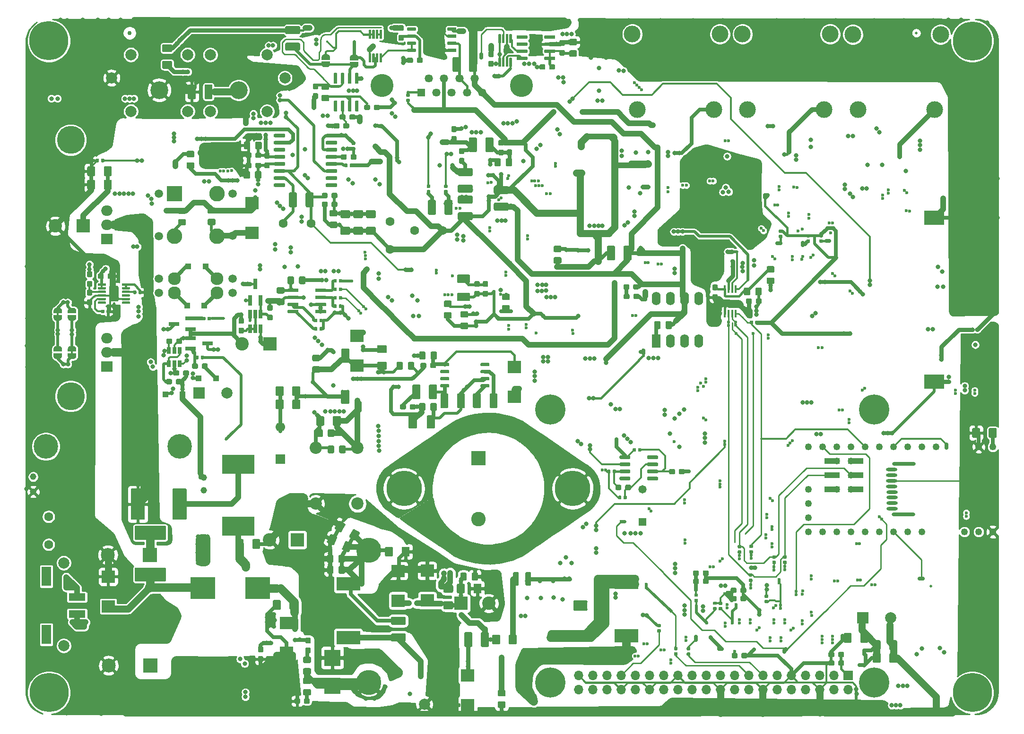
<source format=gbr>
G04 #@! TF.GenerationSoftware,KiCad,Pcbnew,5.1.5-52549c5~84~ubuntu18.04.1*
G04 #@! TF.CreationDate,2020-01-14T00:11:38-08:00*
G04 #@! TF.ProjectId,Pi_Blackbox,50695f42-6c61-4636-9b62-6f782e6b6963,R3*
G04 #@! TF.SameCoordinates,Original*
G04 #@! TF.FileFunction,Copper,L6,Bot*
G04 #@! TF.FilePolarity,Positive*
%FSLAX46Y46*%
G04 Gerber Fmt 4.6, Leading zero omitted, Abs format (unit mm)*
G04 Created by KiCad (PCBNEW 5.1.5-52549c5~84~ubuntu18.04.1) date 2020-01-14 00:11:38*
%MOMM*%
%LPD*%
G04 APERTURE LIST*
%ADD10O,2.000000X0.600000*%
%ADD11O,4.200000X0.700000*%
%ADD12C,1.200000*%
%ADD13C,1.100000*%
%ADD14R,2.700000X1.000000*%
%ADD15C,1.300000*%
%ADD16C,1.250000*%
%ADD17C,2.000000*%
%ADD18C,3.200000*%
%ADD19C,1.500000*%
%ADD20C,2.800000*%
%ADD21C,2.300000*%
%ADD22R,2.800000X2.800000*%
%ADD23R,2.389200X2.250199*%
%ADD24C,4.400000*%
%ADD25C,1.150000*%
%ADD26C,0.100000*%
%ADD27C,1.473200*%
%ADD28R,1.473200X1.473200*%
%ADD29C,1.700000*%
%ADD30R,1.700000X1.700000*%
%ADD31C,2.400000*%
%ADD32R,2.400000X2.400000*%
%ADD33C,1.600000*%
%ADD34R,1.727200X3.505200*%
%ADD35R,2.997200X1.346200*%
%ADD36R,3.000000X3.000000*%
%ADD37O,1.600000X2.400000*%
%ADD38R,1.600000X2.400000*%
%ADD39C,4.500000*%
%ADD40C,0.750000*%
%ADD41C,0.500000*%
%ADD42R,0.450000X1.450000*%
%ADD43C,6.350000*%
%ADD44C,2.600000*%
%ADD45R,2.600000X2.600000*%
%ADD46R,4.200000X2.400000*%
%ADD47R,3.650000X2.650000*%
%ADD48R,0.800000X1.900000*%
%ADD49R,2.500000X2.500000*%
%ADD50C,2.500000*%
%ADD51C,5.000000*%
%ADD52R,2.000000X2.000000*%
%ADD53C,0.400000*%
%ADD54C,2.200000*%
%ADD55C,3.000000*%
%ADD56R,1.458000X1.458000*%
%ADD57C,1.458000*%
%ADD58C,4.116000*%
%ADD59C,0.800000*%
%ADD60C,5.400000*%
%ADD61O,2.000000X1.905000*%
%ADD62R,2.000000X1.905000*%
%ADD63R,1.100000X1.100000*%
%ADD64R,0.650000X1.560000*%
%ADD65R,1.900000X0.800000*%
%ADD66C,7.000000*%
%ADD67O,1.700000X1.700000*%
%ADD68R,5.750000X3.400000*%
%ADD69R,0.700000X1.250000*%
%ADD70R,4.500000X4.000000*%
%ADD71C,0.600000*%
%ADD72C,0.500000*%
%ADD73C,0.650000*%
%ADD74C,0.250000*%
%ADD75C,0.350000*%
%ADD76C,1.000000*%
%ADD77C,0.750000*%
%ADD78C,0.450000*%
%ADD79C,1.500000*%
%ADD80C,1.250000*%
%ADD81C,0.550000*%
%ADD82C,0.850000*%
%ADD83C,0.600000*%
%ADD84C,0.800000*%
%ADD85C,0.700000*%
%ADD86C,0.400000*%
%ADD87C,0.300000*%
%ADD88C,0.260000*%
%ADD89C,0.265000*%
%ADD90C,0.275000*%
%ADD91C,0.254000*%
G04 APERTURE END LIST*
D10*
X215905000Y-114830000D03*
X216005000Y-118830000D03*
X215955000Y-117830000D03*
X215930000Y-115805000D03*
X215930000Y-116805000D03*
D11*
X218180000Y-113805000D03*
D10*
X216055000Y-121805000D03*
X216055000Y-120805000D03*
D11*
X218055000Y-122830000D03*
D10*
X216030000Y-119805000D03*
D12*
X206105000Y-118355000D03*
D13*
X206105000Y-115815000D03*
D12*
X208680000Y-118355000D03*
X208680000Y-115815000D03*
X208680000Y-113275000D03*
X206105000Y-113275000D03*
D14*
X209482000Y-118355000D03*
X205307000Y-118355000D03*
X209482000Y-115815000D03*
X205307000Y-115815000D03*
X209482000Y-113275000D03*
X205307000Y-113275000D03*
D15*
X234065000Y-125975000D03*
D16*
X231525000Y-125975000D03*
X228985000Y-125975000D03*
X221365000Y-125975000D03*
X218825000Y-125975000D03*
X216285000Y-125975000D03*
X213745000Y-125975000D03*
X211205000Y-125975000D03*
X208665000Y-125975000D03*
X206125000Y-125975000D03*
X203585000Y-125975000D03*
X234065000Y-110735000D03*
X231525000Y-110735000D03*
X223905000Y-110735000D03*
X221365000Y-110735000D03*
X218825000Y-110735000D03*
X216285000Y-110735000D03*
X213745000Y-110735000D03*
X211205000Y-110735000D03*
X208665000Y-110735000D03*
X206125000Y-110735000D03*
X203585000Y-110735000D03*
X201045000Y-125975000D03*
X201045000Y-123435000D03*
X201045000Y-120895000D03*
X201045000Y-110735000D03*
X201045000Y-118355000D03*
D17*
X89847000Y-50589000D03*
X89847000Y-40429000D03*
X79687000Y-50589000D03*
X79687000Y-40429000D03*
D18*
X84767000Y-46789000D03*
D19*
X97880000Y-65330000D03*
X97880000Y-72905000D03*
X97880000Y-80570000D03*
X97880000Y-83110000D03*
X84705000Y-83110000D03*
X84705000Y-80570000D03*
X84705000Y-72950000D03*
X84705000Y-65330000D03*
D20*
X95100000Y-72950000D03*
D21*
X95100000Y-80570000D03*
X95100000Y-83110000D03*
D22*
X87480000Y-65330000D03*
D20*
X95100000Y-65330000D03*
X87480000Y-72950000D03*
D21*
X87480000Y-83110000D03*
X87480000Y-80570000D03*
D23*
X75650000Y-134000198D03*
X75650000Y-139339802D03*
X101430000Y-67010198D03*
X101430000Y-72349802D03*
D24*
X64470000Y-110680000D03*
X88470000Y-110680000D03*
D25*
X62195000Y-116090000D03*
X62220000Y-118780000D03*
X92795000Y-118480000D03*
X92795000Y-116255000D03*
G04 #@! TA.AperFunction,SMDPad,CuDef*
D26*
G36*
X136286958Y-64700710D02*
G01*
X136301276Y-64702834D01*
X136315317Y-64706351D01*
X136328946Y-64711228D01*
X136342031Y-64717417D01*
X136354447Y-64724858D01*
X136366073Y-64733481D01*
X136376798Y-64743202D01*
X136386519Y-64753927D01*
X136395142Y-64765553D01*
X136402583Y-64777969D01*
X136408772Y-64791054D01*
X136413649Y-64804683D01*
X136417166Y-64818724D01*
X136419290Y-64833042D01*
X136420000Y-64847500D01*
X136420000Y-65142500D01*
X136419290Y-65156958D01*
X136417166Y-65171276D01*
X136413649Y-65185317D01*
X136408772Y-65198946D01*
X136402583Y-65212031D01*
X136395142Y-65224447D01*
X136386519Y-65236073D01*
X136376798Y-65246798D01*
X136366073Y-65256519D01*
X136354447Y-65265142D01*
X136342031Y-65272583D01*
X136328946Y-65278772D01*
X136315317Y-65283649D01*
X136301276Y-65287166D01*
X136286958Y-65289290D01*
X136272500Y-65290000D01*
X135927500Y-65290000D01*
X135913042Y-65289290D01*
X135898724Y-65287166D01*
X135884683Y-65283649D01*
X135871054Y-65278772D01*
X135857969Y-65272583D01*
X135845553Y-65265142D01*
X135833927Y-65256519D01*
X135823202Y-65246798D01*
X135813481Y-65236073D01*
X135804858Y-65224447D01*
X135797417Y-65212031D01*
X135791228Y-65198946D01*
X135786351Y-65185317D01*
X135782834Y-65171276D01*
X135780710Y-65156958D01*
X135780000Y-65142500D01*
X135780000Y-64847500D01*
X135780710Y-64833042D01*
X135782834Y-64818724D01*
X135786351Y-64804683D01*
X135791228Y-64791054D01*
X135797417Y-64777969D01*
X135804858Y-64765553D01*
X135813481Y-64753927D01*
X135823202Y-64743202D01*
X135833927Y-64733481D01*
X135845553Y-64724858D01*
X135857969Y-64717417D01*
X135871054Y-64711228D01*
X135884683Y-64706351D01*
X135898724Y-64702834D01*
X135913042Y-64700710D01*
X135927500Y-64700000D01*
X136272500Y-64700000D01*
X136286958Y-64700710D01*
G37*
G04 #@! TD.AperFunction*
G04 #@! TA.AperFunction,SMDPad,CuDef*
G36*
X136286958Y-63730710D02*
G01*
X136301276Y-63732834D01*
X136315317Y-63736351D01*
X136328946Y-63741228D01*
X136342031Y-63747417D01*
X136354447Y-63754858D01*
X136366073Y-63763481D01*
X136376798Y-63773202D01*
X136386519Y-63783927D01*
X136395142Y-63795553D01*
X136402583Y-63807969D01*
X136408772Y-63821054D01*
X136413649Y-63834683D01*
X136417166Y-63848724D01*
X136419290Y-63863042D01*
X136420000Y-63877500D01*
X136420000Y-64172500D01*
X136419290Y-64186958D01*
X136417166Y-64201276D01*
X136413649Y-64215317D01*
X136408772Y-64228946D01*
X136402583Y-64242031D01*
X136395142Y-64254447D01*
X136386519Y-64266073D01*
X136376798Y-64276798D01*
X136366073Y-64286519D01*
X136354447Y-64295142D01*
X136342031Y-64302583D01*
X136328946Y-64308772D01*
X136315317Y-64313649D01*
X136301276Y-64317166D01*
X136286958Y-64319290D01*
X136272500Y-64320000D01*
X135927500Y-64320000D01*
X135913042Y-64319290D01*
X135898724Y-64317166D01*
X135884683Y-64313649D01*
X135871054Y-64308772D01*
X135857969Y-64302583D01*
X135845553Y-64295142D01*
X135833927Y-64286519D01*
X135823202Y-64276798D01*
X135813481Y-64266073D01*
X135804858Y-64254447D01*
X135797417Y-64242031D01*
X135791228Y-64228946D01*
X135786351Y-64215317D01*
X135782834Y-64201276D01*
X135780710Y-64186958D01*
X135780000Y-64172500D01*
X135780000Y-63877500D01*
X135780710Y-63863042D01*
X135782834Y-63848724D01*
X135786351Y-63834683D01*
X135791228Y-63821054D01*
X135797417Y-63807969D01*
X135804858Y-63795553D01*
X135813481Y-63783927D01*
X135823202Y-63773202D01*
X135833927Y-63763481D01*
X135845553Y-63754858D01*
X135857969Y-63747417D01*
X135871054Y-63741228D01*
X135884683Y-63736351D01*
X135898724Y-63732834D01*
X135913042Y-63730710D01*
X135927500Y-63730000D01*
X136272500Y-63730000D01*
X136286958Y-63730710D01*
G37*
G04 #@! TD.AperFunction*
G04 #@! TA.AperFunction,SMDPad,CuDef*
G36*
X114715779Y-65206144D02*
G01*
X114738834Y-65209563D01*
X114761443Y-65215227D01*
X114783387Y-65223079D01*
X114804457Y-65233044D01*
X114824448Y-65245026D01*
X114843168Y-65258910D01*
X114860438Y-65274562D01*
X114876090Y-65291832D01*
X114889974Y-65310552D01*
X114901956Y-65330543D01*
X114911921Y-65351613D01*
X114919773Y-65373557D01*
X114925437Y-65396166D01*
X114928856Y-65419221D01*
X114930000Y-65442500D01*
X114930000Y-65917500D01*
X114928856Y-65940779D01*
X114925437Y-65963834D01*
X114919773Y-65986443D01*
X114911921Y-66008387D01*
X114901956Y-66029457D01*
X114889974Y-66049448D01*
X114876090Y-66068168D01*
X114860438Y-66085438D01*
X114843168Y-66101090D01*
X114824448Y-66114974D01*
X114804457Y-66126956D01*
X114783387Y-66136921D01*
X114761443Y-66144773D01*
X114738834Y-66150437D01*
X114715779Y-66153856D01*
X114692500Y-66155000D01*
X114117500Y-66155000D01*
X114094221Y-66153856D01*
X114071166Y-66150437D01*
X114048557Y-66144773D01*
X114026613Y-66136921D01*
X114005543Y-66126956D01*
X113985552Y-66114974D01*
X113966832Y-66101090D01*
X113949562Y-66085438D01*
X113933910Y-66068168D01*
X113920026Y-66049448D01*
X113908044Y-66029457D01*
X113898079Y-66008387D01*
X113890227Y-65986443D01*
X113884563Y-65963834D01*
X113881144Y-65940779D01*
X113880000Y-65917500D01*
X113880000Y-65442500D01*
X113881144Y-65419221D01*
X113884563Y-65396166D01*
X113890227Y-65373557D01*
X113898079Y-65351613D01*
X113908044Y-65330543D01*
X113920026Y-65310552D01*
X113933910Y-65291832D01*
X113949562Y-65274562D01*
X113966832Y-65258910D01*
X113985552Y-65245026D01*
X114005543Y-65233044D01*
X114026613Y-65223079D01*
X114048557Y-65215227D01*
X114071166Y-65209563D01*
X114094221Y-65206144D01*
X114117500Y-65205000D01*
X114692500Y-65205000D01*
X114715779Y-65206144D01*
G37*
G04 #@! TD.AperFunction*
G04 #@! TA.AperFunction,SMDPad,CuDef*
G36*
X116465779Y-65206144D02*
G01*
X116488834Y-65209563D01*
X116511443Y-65215227D01*
X116533387Y-65223079D01*
X116554457Y-65233044D01*
X116574448Y-65245026D01*
X116593168Y-65258910D01*
X116610438Y-65274562D01*
X116626090Y-65291832D01*
X116639974Y-65310552D01*
X116651956Y-65330543D01*
X116661921Y-65351613D01*
X116669773Y-65373557D01*
X116675437Y-65396166D01*
X116678856Y-65419221D01*
X116680000Y-65442500D01*
X116680000Y-65917500D01*
X116678856Y-65940779D01*
X116675437Y-65963834D01*
X116669773Y-65986443D01*
X116661921Y-66008387D01*
X116651956Y-66029457D01*
X116639974Y-66049448D01*
X116626090Y-66068168D01*
X116610438Y-66085438D01*
X116593168Y-66101090D01*
X116574448Y-66114974D01*
X116554457Y-66126956D01*
X116533387Y-66136921D01*
X116511443Y-66144773D01*
X116488834Y-66150437D01*
X116465779Y-66153856D01*
X116442500Y-66155000D01*
X115867500Y-66155000D01*
X115844221Y-66153856D01*
X115821166Y-66150437D01*
X115798557Y-66144773D01*
X115776613Y-66136921D01*
X115755543Y-66126956D01*
X115735552Y-66114974D01*
X115716832Y-66101090D01*
X115699562Y-66085438D01*
X115683910Y-66068168D01*
X115670026Y-66049448D01*
X115658044Y-66029457D01*
X115648079Y-66008387D01*
X115640227Y-65986443D01*
X115634563Y-65963834D01*
X115631144Y-65940779D01*
X115630000Y-65917500D01*
X115630000Y-65442500D01*
X115631144Y-65419221D01*
X115634563Y-65396166D01*
X115640227Y-65373557D01*
X115648079Y-65351613D01*
X115658044Y-65330543D01*
X115670026Y-65310552D01*
X115683910Y-65291832D01*
X115699562Y-65274562D01*
X115716832Y-65258910D01*
X115735552Y-65245026D01*
X115755543Y-65233044D01*
X115776613Y-65223079D01*
X115798557Y-65215227D01*
X115821166Y-65209563D01*
X115844221Y-65206144D01*
X115867500Y-65205000D01*
X116442500Y-65205000D01*
X116465779Y-65206144D01*
G37*
G04 #@! TD.AperFunction*
G04 #@! TA.AperFunction,SMDPad,CuDef*
G36*
X113916958Y-87750710D02*
G01*
X113931276Y-87752834D01*
X113945317Y-87756351D01*
X113958946Y-87761228D01*
X113972031Y-87767417D01*
X113984447Y-87774858D01*
X113996073Y-87783481D01*
X114006798Y-87793202D01*
X114016519Y-87803927D01*
X114025142Y-87815553D01*
X114032583Y-87827969D01*
X114038772Y-87841054D01*
X114043649Y-87854683D01*
X114047166Y-87868724D01*
X114049290Y-87883042D01*
X114050000Y-87897500D01*
X114050000Y-88242500D01*
X114049290Y-88256958D01*
X114047166Y-88271276D01*
X114043649Y-88285317D01*
X114038772Y-88298946D01*
X114032583Y-88312031D01*
X114025142Y-88324447D01*
X114016519Y-88336073D01*
X114006798Y-88346798D01*
X113996073Y-88356519D01*
X113984447Y-88365142D01*
X113972031Y-88372583D01*
X113958946Y-88378772D01*
X113945317Y-88383649D01*
X113931276Y-88387166D01*
X113916958Y-88389290D01*
X113902500Y-88390000D01*
X113607500Y-88390000D01*
X113593042Y-88389290D01*
X113578724Y-88387166D01*
X113564683Y-88383649D01*
X113551054Y-88378772D01*
X113537969Y-88372583D01*
X113525553Y-88365142D01*
X113513927Y-88356519D01*
X113503202Y-88346798D01*
X113493481Y-88336073D01*
X113484858Y-88324447D01*
X113477417Y-88312031D01*
X113471228Y-88298946D01*
X113466351Y-88285317D01*
X113462834Y-88271276D01*
X113460710Y-88256958D01*
X113460000Y-88242500D01*
X113460000Y-87897500D01*
X113460710Y-87883042D01*
X113462834Y-87868724D01*
X113466351Y-87854683D01*
X113471228Y-87841054D01*
X113477417Y-87827969D01*
X113484858Y-87815553D01*
X113493481Y-87803927D01*
X113503202Y-87793202D01*
X113513927Y-87783481D01*
X113525553Y-87774858D01*
X113537969Y-87767417D01*
X113551054Y-87761228D01*
X113564683Y-87756351D01*
X113578724Y-87752834D01*
X113593042Y-87750710D01*
X113607500Y-87750000D01*
X113902500Y-87750000D01*
X113916958Y-87750710D01*
G37*
G04 #@! TD.AperFunction*
G04 #@! TA.AperFunction,SMDPad,CuDef*
G36*
X112946958Y-87750710D02*
G01*
X112961276Y-87752834D01*
X112975317Y-87756351D01*
X112988946Y-87761228D01*
X113002031Y-87767417D01*
X113014447Y-87774858D01*
X113026073Y-87783481D01*
X113036798Y-87793202D01*
X113046519Y-87803927D01*
X113055142Y-87815553D01*
X113062583Y-87827969D01*
X113068772Y-87841054D01*
X113073649Y-87854683D01*
X113077166Y-87868724D01*
X113079290Y-87883042D01*
X113080000Y-87897500D01*
X113080000Y-88242500D01*
X113079290Y-88256958D01*
X113077166Y-88271276D01*
X113073649Y-88285317D01*
X113068772Y-88298946D01*
X113062583Y-88312031D01*
X113055142Y-88324447D01*
X113046519Y-88336073D01*
X113036798Y-88346798D01*
X113026073Y-88356519D01*
X113014447Y-88365142D01*
X113002031Y-88372583D01*
X112988946Y-88378772D01*
X112975317Y-88383649D01*
X112961276Y-88387166D01*
X112946958Y-88389290D01*
X112932500Y-88390000D01*
X112637500Y-88390000D01*
X112623042Y-88389290D01*
X112608724Y-88387166D01*
X112594683Y-88383649D01*
X112581054Y-88378772D01*
X112567969Y-88372583D01*
X112555553Y-88365142D01*
X112543927Y-88356519D01*
X112533202Y-88346798D01*
X112523481Y-88336073D01*
X112514858Y-88324447D01*
X112507417Y-88312031D01*
X112501228Y-88298946D01*
X112496351Y-88285317D01*
X112492834Y-88271276D01*
X112490710Y-88256958D01*
X112490000Y-88242500D01*
X112490000Y-87897500D01*
X112490710Y-87883042D01*
X112492834Y-87868724D01*
X112496351Y-87854683D01*
X112501228Y-87841054D01*
X112507417Y-87827969D01*
X112514858Y-87815553D01*
X112523481Y-87803927D01*
X112533202Y-87793202D01*
X112543927Y-87783481D01*
X112555553Y-87774858D01*
X112567969Y-87767417D01*
X112581054Y-87761228D01*
X112594683Y-87756351D01*
X112608724Y-87752834D01*
X112623042Y-87750710D01*
X112637500Y-87750000D01*
X112932500Y-87750000D01*
X112946958Y-87750710D01*
G37*
G04 #@! TD.AperFunction*
G04 #@! TA.AperFunction,SMDPad,CuDef*
G36*
X119351958Y-59960710D02*
G01*
X119366276Y-59962834D01*
X119380317Y-59966351D01*
X119393946Y-59971228D01*
X119407031Y-59977417D01*
X119419447Y-59984858D01*
X119431073Y-59993481D01*
X119441798Y-60003202D01*
X119451519Y-60013927D01*
X119460142Y-60025553D01*
X119467583Y-60037969D01*
X119473772Y-60051054D01*
X119478649Y-60064683D01*
X119482166Y-60078724D01*
X119484290Y-60093042D01*
X119485000Y-60107500D01*
X119485000Y-60452500D01*
X119484290Y-60466958D01*
X119482166Y-60481276D01*
X119478649Y-60495317D01*
X119473772Y-60508946D01*
X119467583Y-60522031D01*
X119460142Y-60534447D01*
X119451519Y-60546073D01*
X119441798Y-60556798D01*
X119431073Y-60566519D01*
X119419447Y-60575142D01*
X119407031Y-60582583D01*
X119393946Y-60588772D01*
X119380317Y-60593649D01*
X119366276Y-60597166D01*
X119351958Y-60599290D01*
X119337500Y-60600000D01*
X119042500Y-60600000D01*
X119028042Y-60599290D01*
X119013724Y-60597166D01*
X118999683Y-60593649D01*
X118986054Y-60588772D01*
X118972969Y-60582583D01*
X118960553Y-60575142D01*
X118948927Y-60566519D01*
X118938202Y-60556798D01*
X118928481Y-60546073D01*
X118919858Y-60534447D01*
X118912417Y-60522031D01*
X118906228Y-60508946D01*
X118901351Y-60495317D01*
X118897834Y-60481276D01*
X118895710Y-60466958D01*
X118895000Y-60452500D01*
X118895000Y-60107500D01*
X118895710Y-60093042D01*
X118897834Y-60078724D01*
X118901351Y-60064683D01*
X118906228Y-60051054D01*
X118912417Y-60037969D01*
X118919858Y-60025553D01*
X118928481Y-60013927D01*
X118938202Y-60003202D01*
X118948927Y-59993481D01*
X118960553Y-59984858D01*
X118972969Y-59977417D01*
X118986054Y-59971228D01*
X118999683Y-59966351D01*
X119013724Y-59962834D01*
X119028042Y-59960710D01*
X119042500Y-59960000D01*
X119337500Y-59960000D01*
X119351958Y-59960710D01*
G37*
G04 #@! TD.AperFunction*
G04 #@! TA.AperFunction,SMDPad,CuDef*
G36*
X118381958Y-59960710D02*
G01*
X118396276Y-59962834D01*
X118410317Y-59966351D01*
X118423946Y-59971228D01*
X118437031Y-59977417D01*
X118449447Y-59984858D01*
X118461073Y-59993481D01*
X118471798Y-60003202D01*
X118481519Y-60013927D01*
X118490142Y-60025553D01*
X118497583Y-60037969D01*
X118503772Y-60051054D01*
X118508649Y-60064683D01*
X118512166Y-60078724D01*
X118514290Y-60093042D01*
X118515000Y-60107500D01*
X118515000Y-60452500D01*
X118514290Y-60466958D01*
X118512166Y-60481276D01*
X118508649Y-60495317D01*
X118503772Y-60508946D01*
X118497583Y-60522031D01*
X118490142Y-60534447D01*
X118481519Y-60546073D01*
X118471798Y-60556798D01*
X118461073Y-60566519D01*
X118449447Y-60575142D01*
X118437031Y-60582583D01*
X118423946Y-60588772D01*
X118410317Y-60593649D01*
X118396276Y-60597166D01*
X118381958Y-60599290D01*
X118367500Y-60600000D01*
X118072500Y-60600000D01*
X118058042Y-60599290D01*
X118043724Y-60597166D01*
X118029683Y-60593649D01*
X118016054Y-60588772D01*
X118002969Y-60582583D01*
X117990553Y-60575142D01*
X117978927Y-60566519D01*
X117968202Y-60556798D01*
X117958481Y-60546073D01*
X117949858Y-60534447D01*
X117942417Y-60522031D01*
X117936228Y-60508946D01*
X117931351Y-60495317D01*
X117927834Y-60481276D01*
X117925710Y-60466958D01*
X117925000Y-60452500D01*
X117925000Y-60107500D01*
X117925710Y-60093042D01*
X117927834Y-60078724D01*
X117931351Y-60064683D01*
X117936228Y-60051054D01*
X117942417Y-60037969D01*
X117949858Y-60025553D01*
X117958481Y-60013927D01*
X117968202Y-60003202D01*
X117978927Y-59993481D01*
X117990553Y-59984858D01*
X118002969Y-59977417D01*
X118016054Y-59971228D01*
X118029683Y-59966351D01*
X118043724Y-59962834D01*
X118058042Y-59960710D01*
X118072500Y-59960000D01*
X118367500Y-59960000D01*
X118381958Y-59960710D01*
G37*
G04 #@! TD.AperFunction*
G04 #@! TA.AperFunction,SMDPad,CuDef*
G36*
X113916958Y-89260710D02*
G01*
X113931276Y-89262834D01*
X113945317Y-89266351D01*
X113958946Y-89271228D01*
X113972031Y-89277417D01*
X113984447Y-89284858D01*
X113996073Y-89293481D01*
X114006798Y-89303202D01*
X114016519Y-89313927D01*
X114025142Y-89325553D01*
X114032583Y-89337969D01*
X114038772Y-89351054D01*
X114043649Y-89364683D01*
X114047166Y-89378724D01*
X114049290Y-89393042D01*
X114050000Y-89407500D01*
X114050000Y-89752500D01*
X114049290Y-89766958D01*
X114047166Y-89781276D01*
X114043649Y-89795317D01*
X114038772Y-89808946D01*
X114032583Y-89822031D01*
X114025142Y-89834447D01*
X114016519Y-89846073D01*
X114006798Y-89856798D01*
X113996073Y-89866519D01*
X113984447Y-89875142D01*
X113972031Y-89882583D01*
X113958946Y-89888772D01*
X113945317Y-89893649D01*
X113931276Y-89897166D01*
X113916958Y-89899290D01*
X113902500Y-89900000D01*
X113607500Y-89900000D01*
X113593042Y-89899290D01*
X113578724Y-89897166D01*
X113564683Y-89893649D01*
X113551054Y-89888772D01*
X113537969Y-89882583D01*
X113525553Y-89875142D01*
X113513927Y-89866519D01*
X113503202Y-89856798D01*
X113493481Y-89846073D01*
X113484858Y-89834447D01*
X113477417Y-89822031D01*
X113471228Y-89808946D01*
X113466351Y-89795317D01*
X113462834Y-89781276D01*
X113460710Y-89766958D01*
X113460000Y-89752500D01*
X113460000Y-89407500D01*
X113460710Y-89393042D01*
X113462834Y-89378724D01*
X113466351Y-89364683D01*
X113471228Y-89351054D01*
X113477417Y-89337969D01*
X113484858Y-89325553D01*
X113493481Y-89313927D01*
X113503202Y-89303202D01*
X113513927Y-89293481D01*
X113525553Y-89284858D01*
X113537969Y-89277417D01*
X113551054Y-89271228D01*
X113564683Y-89266351D01*
X113578724Y-89262834D01*
X113593042Y-89260710D01*
X113607500Y-89260000D01*
X113902500Y-89260000D01*
X113916958Y-89260710D01*
G37*
G04 #@! TD.AperFunction*
G04 #@! TA.AperFunction,SMDPad,CuDef*
G36*
X112946958Y-89260710D02*
G01*
X112961276Y-89262834D01*
X112975317Y-89266351D01*
X112988946Y-89271228D01*
X113002031Y-89277417D01*
X113014447Y-89284858D01*
X113026073Y-89293481D01*
X113036798Y-89303202D01*
X113046519Y-89313927D01*
X113055142Y-89325553D01*
X113062583Y-89337969D01*
X113068772Y-89351054D01*
X113073649Y-89364683D01*
X113077166Y-89378724D01*
X113079290Y-89393042D01*
X113080000Y-89407500D01*
X113080000Y-89752500D01*
X113079290Y-89766958D01*
X113077166Y-89781276D01*
X113073649Y-89795317D01*
X113068772Y-89808946D01*
X113062583Y-89822031D01*
X113055142Y-89834447D01*
X113046519Y-89846073D01*
X113036798Y-89856798D01*
X113026073Y-89866519D01*
X113014447Y-89875142D01*
X113002031Y-89882583D01*
X112988946Y-89888772D01*
X112975317Y-89893649D01*
X112961276Y-89897166D01*
X112946958Y-89899290D01*
X112932500Y-89900000D01*
X112637500Y-89900000D01*
X112623042Y-89899290D01*
X112608724Y-89897166D01*
X112594683Y-89893649D01*
X112581054Y-89888772D01*
X112567969Y-89882583D01*
X112555553Y-89875142D01*
X112543927Y-89866519D01*
X112533202Y-89856798D01*
X112523481Y-89846073D01*
X112514858Y-89834447D01*
X112507417Y-89822031D01*
X112501228Y-89808946D01*
X112496351Y-89795317D01*
X112492834Y-89781276D01*
X112490710Y-89766958D01*
X112490000Y-89752500D01*
X112490000Y-89407500D01*
X112490710Y-89393042D01*
X112492834Y-89378724D01*
X112496351Y-89364683D01*
X112501228Y-89351054D01*
X112507417Y-89337969D01*
X112514858Y-89325553D01*
X112523481Y-89313927D01*
X112533202Y-89303202D01*
X112543927Y-89293481D01*
X112555553Y-89284858D01*
X112567969Y-89277417D01*
X112581054Y-89271228D01*
X112594683Y-89266351D01*
X112608724Y-89262834D01*
X112623042Y-89260710D01*
X112637500Y-89260000D01*
X112932500Y-89260000D01*
X112946958Y-89260710D01*
G37*
G04 #@! TD.AperFunction*
G04 #@! TA.AperFunction,SMDPad,CuDef*
G36*
X116426958Y-82160710D02*
G01*
X116441276Y-82162834D01*
X116455317Y-82166351D01*
X116468946Y-82171228D01*
X116482031Y-82177417D01*
X116494447Y-82184858D01*
X116506073Y-82193481D01*
X116516798Y-82203202D01*
X116526519Y-82213927D01*
X116535142Y-82225553D01*
X116542583Y-82237969D01*
X116548772Y-82251054D01*
X116553649Y-82264683D01*
X116557166Y-82278724D01*
X116559290Y-82293042D01*
X116560000Y-82307500D01*
X116560000Y-82652500D01*
X116559290Y-82666958D01*
X116557166Y-82681276D01*
X116553649Y-82695317D01*
X116548772Y-82708946D01*
X116542583Y-82722031D01*
X116535142Y-82734447D01*
X116526519Y-82746073D01*
X116516798Y-82756798D01*
X116506073Y-82766519D01*
X116494447Y-82775142D01*
X116482031Y-82782583D01*
X116468946Y-82788772D01*
X116455317Y-82793649D01*
X116441276Y-82797166D01*
X116426958Y-82799290D01*
X116412500Y-82800000D01*
X116117500Y-82800000D01*
X116103042Y-82799290D01*
X116088724Y-82797166D01*
X116074683Y-82793649D01*
X116061054Y-82788772D01*
X116047969Y-82782583D01*
X116035553Y-82775142D01*
X116023927Y-82766519D01*
X116013202Y-82756798D01*
X116003481Y-82746073D01*
X115994858Y-82734447D01*
X115987417Y-82722031D01*
X115981228Y-82708946D01*
X115976351Y-82695317D01*
X115972834Y-82681276D01*
X115970710Y-82666958D01*
X115970000Y-82652500D01*
X115970000Y-82307500D01*
X115970710Y-82293042D01*
X115972834Y-82278724D01*
X115976351Y-82264683D01*
X115981228Y-82251054D01*
X115987417Y-82237969D01*
X115994858Y-82225553D01*
X116003481Y-82213927D01*
X116013202Y-82203202D01*
X116023927Y-82193481D01*
X116035553Y-82184858D01*
X116047969Y-82177417D01*
X116061054Y-82171228D01*
X116074683Y-82166351D01*
X116088724Y-82162834D01*
X116103042Y-82160710D01*
X116117500Y-82160000D01*
X116412500Y-82160000D01*
X116426958Y-82160710D01*
G37*
G04 #@! TD.AperFunction*
G04 #@! TA.AperFunction,SMDPad,CuDef*
G36*
X117396958Y-82160710D02*
G01*
X117411276Y-82162834D01*
X117425317Y-82166351D01*
X117438946Y-82171228D01*
X117452031Y-82177417D01*
X117464447Y-82184858D01*
X117476073Y-82193481D01*
X117486798Y-82203202D01*
X117496519Y-82213927D01*
X117505142Y-82225553D01*
X117512583Y-82237969D01*
X117518772Y-82251054D01*
X117523649Y-82264683D01*
X117527166Y-82278724D01*
X117529290Y-82293042D01*
X117530000Y-82307500D01*
X117530000Y-82652500D01*
X117529290Y-82666958D01*
X117527166Y-82681276D01*
X117523649Y-82695317D01*
X117518772Y-82708946D01*
X117512583Y-82722031D01*
X117505142Y-82734447D01*
X117496519Y-82746073D01*
X117486798Y-82756798D01*
X117476073Y-82766519D01*
X117464447Y-82775142D01*
X117452031Y-82782583D01*
X117438946Y-82788772D01*
X117425317Y-82793649D01*
X117411276Y-82797166D01*
X117396958Y-82799290D01*
X117382500Y-82800000D01*
X117087500Y-82800000D01*
X117073042Y-82799290D01*
X117058724Y-82797166D01*
X117044683Y-82793649D01*
X117031054Y-82788772D01*
X117017969Y-82782583D01*
X117005553Y-82775142D01*
X116993927Y-82766519D01*
X116983202Y-82756798D01*
X116973481Y-82746073D01*
X116964858Y-82734447D01*
X116957417Y-82722031D01*
X116951228Y-82708946D01*
X116946351Y-82695317D01*
X116942834Y-82681276D01*
X116940710Y-82666958D01*
X116940000Y-82652500D01*
X116940000Y-82307500D01*
X116940710Y-82293042D01*
X116942834Y-82278724D01*
X116946351Y-82264683D01*
X116951228Y-82251054D01*
X116957417Y-82237969D01*
X116964858Y-82225553D01*
X116973481Y-82213927D01*
X116983202Y-82203202D01*
X116993927Y-82193481D01*
X117005553Y-82184858D01*
X117017969Y-82177417D01*
X117031054Y-82171228D01*
X117044683Y-82166351D01*
X117058724Y-82162834D01*
X117073042Y-82160710D01*
X117087500Y-82160000D01*
X117382500Y-82160000D01*
X117396958Y-82160710D01*
G37*
G04 #@! TD.AperFunction*
G04 #@! TA.AperFunction,SMDPad,CuDef*
G36*
X72560779Y-81005144D02*
G01*
X72583834Y-81008563D01*
X72606443Y-81014227D01*
X72628387Y-81022079D01*
X72649457Y-81032044D01*
X72669448Y-81044026D01*
X72688168Y-81057910D01*
X72705438Y-81073562D01*
X72721090Y-81090832D01*
X72734974Y-81109552D01*
X72746956Y-81129543D01*
X72756921Y-81150613D01*
X72764773Y-81172557D01*
X72770437Y-81195166D01*
X72773856Y-81218221D01*
X72775000Y-81241500D01*
X72775000Y-81816500D01*
X72773856Y-81839779D01*
X72770437Y-81862834D01*
X72764773Y-81885443D01*
X72756921Y-81907387D01*
X72746956Y-81928457D01*
X72734974Y-81948448D01*
X72721090Y-81967168D01*
X72705438Y-81984438D01*
X72688168Y-82000090D01*
X72669448Y-82013974D01*
X72649457Y-82025956D01*
X72628387Y-82035921D01*
X72606443Y-82043773D01*
X72583834Y-82049437D01*
X72560779Y-82052856D01*
X72537500Y-82054000D01*
X72062500Y-82054000D01*
X72039221Y-82052856D01*
X72016166Y-82049437D01*
X71993557Y-82043773D01*
X71971613Y-82035921D01*
X71950543Y-82025956D01*
X71930552Y-82013974D01*
X71911832Y-82000090D01*
X71894562Y-81984438D01*
X71878910Y-81967168D01*
X71865026Y-81948448D01*
X71853044Y-81928457D01*
X71843079Y-81907387D01*
X71835227Y-81885443D01*
X71829563Y-81862834D01*
X71826144Y-81839779D01*
X71825000Y-81816500D01*
X71825000Y-81241500D01*
X71826144Y-81218221D01*
X71829563Y-81195166D01*
X71835227Y-81172557D01*
X71843079Y-81150613D01*
X71853044Y-81129543D01*
X71865026Y-81109552D01*
X71878910Y-81090832D01*
X71894562Y-81073562D01*
X71911832Y-81057910D01*
X71930552Y-81044026D01*
X71950543Y-81032044D01*
X71971613Y-81022079D01*
X71993557Y-81014227D01*
X72016166Y-81008563D01*
X72039221Y-81005144D01*
X72062500Y-81004000D01*
X72537500Y-81004000D01*
X72560779Y-81005144D01*
G37*
G04 #@! TD.AperFunction*
G04 #@! TA.AperFunction,SMDPad,CuDef*
G36*
X72560779Y-79255144D02*
G01*
X72583834Y-79258563D01*
X72606443Y-79264227D01*
X72628387Y-79272079D01*
X72649457Y-79282044D01*
X72669448Y-79294026D01*
X72688168Y-79307910D01*
X72705438Y-79323562D01*
X72721090Y-79340832D01*
X72734974Y-79359552D01*
X72746956Y-79379543D01*
X72756921Y-79400613D01*
X72764773Y-79422557D01*
X72770437Y-79445166D01*
X72773856Y-79468221D01*
X72775000Y-79491500D01*
X72775000Y-80066500D01*
X72773856Y-80089779D01*
X72770437Y-80112834D01*
X72764773Y-80135443D01*
X72756921Y-80157387D01*
X72746956Y-80178457D01*
X72734974Y-80198448D01*
X72721090Y-80217168D01*
X72705438Y-80234438D01*
X72688168Y-80250090D01*
X72669448Y-80263974D01*
X72649457Y-80275956D01*
X72628387Y-80285921D01*
X72606443Y-80293773D01*
X72583834Y-80299437D01*
X72560779Y-80302856D01*
X72537500Y-80304000D01*
X72062500Y-80304000D01*
X72039221Y-80302856D01*
X72016166Y-80299437D01*
X71993557Y-80293773D01*
X71971613Y-80285921D01*
X71950543Y-80275956D01*
X71930552Y-80263974D01*
X71911832Y-80250090D01*
X71894562Y-80234438D01*
X71878910Y-80217168D01*
X71865026Y-80198448D01*
X71853044Y-80178457D01*
X71843079Y-80157387D01*
X71835227Y-80135443D01*
X71829563Y-80112834D01*
X71826144Y-80089779D01*
X71825000Y-80066500D01*
X71825000Y-79491500D01*
X71826144Y-79468221D01*
X71829563Y-79445166D01*
X71835227Y-79422557D01*
X71843079Y-79400613D01*
X71853044Y-79379543D01*
X71865026Y-79359552D01*
X71878910Y-79340832D01*
X71894562Y-79323562D01*
X71911832Y-79307910D01*
X71930552Y-79294026D01*
X71950543Y-79282044D01*
X71971613Y-79272079D01*
X71993557Y-79264227D01*
X72016166Y-79258563D01*
X72039221Y-79255144D01*
X72062500Y-79254000D01*
X72537500Y-79254000D01*
X72560779Y-79255144D01*
G37*
G04 #@! TD.AperFunction*
G04 #@! TA.AperFunction,SMDPad,CuDef*
G36*
X116426958Y-83710710D02*
G01*
X116441276Y-83712834D01*
X116455317Y-83716351D01*
X116468946Y-83721228D01*
X116482031Y-83727417D01*
X116494447Y-83734858D01*
X116506073Y-83743481D01*
X116516798Y-83753202D01*
X116526519Y-83763927D01*
X116535142Y-83775553D01*
X116542583Y-83787969D01*
X116548772Y-83801054D01*
X116553649Y-83814683D01*
X116557166Y-83828724D01*
X116559290Y-83843042D01*
X116560000Y-83857500D01*
X116560000Y-84202500D01*
X116559290Y-84216958D01*
X116557166Y-84231276D01*
X116553649Y-84245317D01*
X116548772Y-84258946D01*
X116542583Y-84272031D01*
X116535142Y-84284447D01*
X116526519Y-84296073D01*
X116516798Y-84306798D01*
X116506073Y-84316519D01*
X116494447Y-84325142D01*
X116482031Y-84332583D01*
X116468946Y-84338772D01*
X116455317Y-84343649D01*
X116441276Y-84347166D01*
X116426958Y-84349290D01*
X116412500Y-84350000D01*
X116117500Y-84350000D01*
X116103042Y-84349290D01*
X116088724Y-84347166D01*
X116074683Y-84343649D01*
X116061054Y-84338772D01*
X116047969Y-84332583D01*
X116035553Y-84325142D01*
X116023927Y-84316519D01*
X116013202Y-84306798D01*
X116003481Y-84296073D01*
X115994858Y-84284447D01*
X115987417Y-84272031D01*
X115981228Y-84258946D01*
X115976351Y-84245317D01*
X115972834Y-84231276D01*
X115970710Y-84216958D01*
X115970000Y-84202500D01*
X115970000Y-83857500D01*
X115970710Y-83843042D01*
X115972834Y-83828724D01*
X115976351Y-83814683D01*
X115981228Y-83801054D01*
X115987417Y-83787969D01*
X115994858Y-83775553D01*
X116003481Y-83763927D01*
X116013202Y-83753202D01*
X116023927Y-83743481D01*
X116035553Y-83734858D01*
X116047969Y-83727417D01*
X116061054Y-83721228D01*
X116074683Y-83716351D01*
X116088724Y-83712834D01*
X116103042Y-83710710D01*
X116117500Y-83710000D01*
X116412500Y-83710000D01*
X116426958Y-83710710D01*
G37*
G04 #@! TD.AperFunction*
G04 #@! TA.AperFunction,SMDPad,CuDef*
G36*
X117396958Y-83710710D02*
G01*
X117411276Y-83712834D01*
X117425317Y-83716351D01*
X117438946Y-83721228D01*
X117452031Y-83727417D01*
X117464447Y-83734858D01*
X117476073Y-83743481D01*
X117486798Y-83753202D01*
X117496519Y-83763927D01*
X117505142Y-83775553D01*
X117512583Y-83787969D01*
X117518772Y-83801054D01*
X117523649Y-83814683D01*
X117527166Y-83828724D01*
X117529290Y-83843042D01*
X117530000Y-83857500D01*
X117530000Y-84202500D01*
X117529290Y-84216958D01*
X117527166Y-84231276D01*
X117523649Y-84245317D01*
X117518772Y-84258946D01*
X117512583Y-84272031D01*
X117505142Y-84284447D01*
X117496519Y-84296073D01*
X117486798Y-84306798D01*
X117476073Y-84316519D01*
X117464447Y-84325142D01*
X117452031Y-84332583D01*
X117438946Y-84338772D01*
X117425317Y-84343649D01*
X117411276Y-84347166D01*
X117396958Y-84349290D01*
X117382500Y-84350000D01*
X117087500Y-84350000D01*
X117073042Y-84349290D01*
X117058724Y-84347166D01*
X117044683Y-84343649D01*
X117031054Y-84338772D01*
X117017969Y-84332583D01*
X117005553Y-84325142D01*
X116993927Y-84316519D01*
X116983202Y-84306798D01*
X116973481Y-84296073D01*
X116964858Y-84284447D01*
X116957417Y-84272031D01*
X116951228Y-84258946D01*
X116946351Y-84245317D01*
X116942834Y-84231276D01*
X116940710Y-84216958D01*
X116940000Y-84202500D01*
X116940000Y-83857500D01*
X116940710Y-83843042D01*
X116942834Y-83828724D01*
X116946351Y-83814683D01*
X116951228Y-83801054D01*
X116957417Y-83787969D01*
X116964858Y-83775553D01*
X116973481Y-83763927D01*
X116983202Y-83753202D01*
X116993927Y-83743481D01*
X117005553Y-83734858D01*
X117017969Y-83727417D01*
X117031054Y-83721228D01*
X117044683Y-83716351D01*
X117058724Y-83712834D01*
X117073042Y-83710710D01*
X117087500Y-83710000D01*
X117382500Y-83710000D01*
X117396958Y-83710710D01*
G37*
G04 #@! TD.AperFunction*
G04 #@! TA.AperFunction,SMDPad,CuDef*
G36*
X93886958Y-87410710D02*
G01*
X93901276Y-87412834D01*
X93915317Y-87416351D01*
X93928946Y-87421228D01*
X93942031Y-87427417D01*
X93954447Y-87434858D01*
X93966073Y-87443481D01*
X93976798Y-87453202D01*
X93986519Y-87463927D01*
X93995142Y-87475553D01*
X94002583Y-87487969D01*
X94008772Y-87501054D01*
X94013649Y-87514683D01*
X94017166Y-87528724D01*
X94019290Y-87543042D01*
X94020000Y-87557500D01*
X94020000Y-87902500D01*
X94019290Y-87916958D01*
X94017166Y-87931276D01*
X94013649Y-87945317D01*
X94008772Y-87958946D01*
X94002583Y-87972031D01*
X93995142Y-87984447D01*
X93986519Y-87996073D01*
X93976798Y-88006798D01*
X93966073Y-88016519D01*
X93954447Y-88025142D01*
X93942031Y-88032583D01*
X93928946Y-88038772D01*
X93915317Y-88043649D01*
X93901276Y-88047166D01*
X93886958Y-88049290D01*
X93872500Y-88050000D01*
X93577500Y-88050000D01*
X93563042Y-88049290D01*
X93548724Y-88047166D01*
X93534683Y-88043649D01*
X93521054Y-88038772D01*
X93507969Y-88032583D01*
X93495553Y-88025142D01*
X93483927Y-88016519D01*
X93473202Y-88006798D01*
X93463481Y-87996073D01*
X93454858Y-87984447D01*
X93447417Y-87972031D01*
X93441228Y-87958946D01*
X93436351Y-87945317D01*
X93432834Y-87931276D01*
X93430710Y-87916958D01*
X93430000Y-87902500D01*
X93430000Y-87557500D01*
X93430710Y-87543042D01*
X93432834Y-87528724D01*
X93436351Y-87514683D01*
X93441228Y-87501054D01*
X93447417Y-87487969D01*
X93454858Y-87475553D01*
X93463481Y-87463927D01*
X93473202Y-87453202D01*
X93483927Y-87443481D01*
X93495553Y-87434858D01*
X93507969Y-87427417D01*
X93521054Y-87421228D01*
X93534683Y-87416351D01*
X93548724Y-87412834D01*
X93563042Y-87410710D01*
X93577500Y-87410000D01*
X93872500Y-87410000D01*
X93886958Y-87410710D01*
G37*
G04 #@! TD.AperFunction*
G04 #@! TA.AperFunction,SMDPad,CuDef*
G36*
X92916958Y-87410710D02*
G01*
X92931276Y-87412834D01*
X92945317Y-87416351D01*
X92958946Y-87421228D01*
X92972031Y-87427417D01*
X92984447Y-87434858D01*
X92996073Y-87443481D01*
X93006798Y-87453202D01*
X93016519Y-87463927D01*
X93025142Y-87475553D01*
X93032583Y-87487969D01*
X93038772Y-87501054D01*
X93043649Y-87514683D01*
X93047166Y-87528724D01*
X93049290Y-87543042D01*
X93050000Y-87557500D01*
X93050000Y-87902500D01*
X93049290Y-87916958D01*
X93047166Y-87931276D01*
X93043649Y-87945317D01*
X93038772Y-87958946D01*
X93032583Y-87972031D01*
X93025142Y-87984447D01*
X93016519Y-87996073D01*
X93006798Y-88006798D01*
X92996073Y-88016519D01*
X92984447Y-88025142D01*
X92972031Y-88032583D01*
X92958946Y-88038772D01*
X92945317Y-88043649D01*
X92931276Y-88047166D01*
X92916958Y-88049290D01*
X92902500Y-88050000D01*
X92607500Y-88050000D01*
X92593042Y-88049290D01*
X92578724Y-88047166D01*
X92564683Y-88043649D01*
X92551054Y-88038772D01*
X92537969Y-88032583D01*
X92525553Y-88025142D01*
X92513927Y-88016519D01*
X92503202Y-88006798D01*
X92493481Y-87996073D01*
X92484858Y-87984447D01*
X92477417Y-87972031D01*
X92471228Y-87958946D01*
X92466351Y-87945317D01*
X92462834Y-87931276D01*
X92460710Y-87916958D01*
X92460000Y-87902500D01*
X92460000Y-87557500D01*
X92460710Y-87543042D01*
X92462834Y-87528724D01*
X92466351Y-87514683D01*
X92471228Y-87501054D01*
X92477417Y-87487969D01*
X92484858Y-87475553D01*
X92493481Y-87463927D01*
X92503202Y-87453202D01*
X92513927Y-87443481D01*
X92525553Y-87434858D01*
X92537969Y-87427417D01*
X92551054Y-87421228D01*
X92564683Y-87416351D01*
X92578724Y-87412834D01*
X92593042Y-87410710D01*
X92607500Y-87410000D01*
X92902500Y-87410000D01*
X92916958Y-87410710D01*
G37*
G04 #@! TD.AperFunction*
G04 #@! TA.AperFunction,SMDPad,CuDef*
G36*
X91706958Y-94385710D02*
G01*
X91721276Y-94387834D01*
X91735317Y-94391351D01*
X91748946Y-94396228D01*
X91762031Y-94402417D01*
X91774447Y-94409858D01*
X91786073Y-94418481D01*
X91796798Y-94428202D01*
X91806519Y-94438927D01*
X91815142Y-94450553D01*
X91822583Y-94462969D01*
X91828772Y-94476054D01*
X91833649Y-94489683D01*
X91837166Y-94503724D01*
X91839290Y-94518042D01*
X91840000Y-94532500D01*
X91840000Y-94877500D01*
X91839290Y-94891958D01*
X91837166Y-94906276D01*
X91833649Y-94920317D01*
X91828772Y-94933946D01*
X91822583Y-94947031D01*
X91815142Y-94959447D01*
X91806519Y-94971073D01*
X91796798Y-94981798D01*
X91786073Y-94991519D01*
X91774447Y-95000142D01*
X91762031Y-95007583D01*
X91748946Y-95013772D01*
X91735317Y-95018649D01*
X91721276Y-95022166D01*
X91706958Y-95024290D01*
X91692500Y-95025000D01*
X91397500Y-95025000D01*
X91383042Y-95024290D01*
X91368724Y-95022166D01*
X91354683Y-95018649D01*
X91341054Y-95013772D01*
X91327969Y-95007583D01*
X91315553Y-95000142D01*
X91303927Y-94991519D01*
X91293202Y-94981798D01*
X91283481Y-94971073D01*
X91274858Y-94959447D01*
X91267417Y-94947031D01*
X91261228Y-94933946D01*
X91256351Y-94920317D01*
X91252834Y-94906276D01*
X91250710Y-94891958D01*
X91250000Y-94877500D01*
X91250000Y-94532500D01*
X91250710Y-94518042D01*
X91252834Y-94503724D01*
X91256351Y-94489683D01*
X91261228Y-94476054D01*
X91267417Y-94462969D01*
X91274858Y-94450553D01*
X91283481Y-94438927D01*
X91293202Y-94428202D01*
X91303927Y-94418481D01*
X91315553Y-94409858D01*
X91327969Y-94402417D01*
X91341054Y-94396228D01*
X91354683Y-94391351D01*
X91368724Y-94387834D01*
X91383042Y-94385710D01*
X91397500Y-94385000D01*
X91692500Y-94385000D01*
X91706958Y-94385710D01*
G37*
G04 #@! TD.AperFunction*
G04 #@! TA.AperFunction,SMDPad,CuDef*
G36*
X92676958Y-94385710D02*
G01*
X92691276Y-94387834D01*
X92705317Y-94391351D01*
X92718946Y-94396228D01*
X92732031Y-94402417D01*
X92744447Y-94409858D01*
X92756073Y-94418481D01*
X92766798Y-94428202D01*
X92776519Y-94438927D01*
X92785142Y-94450553D01*
X92792583Y-94462969D01*
X92798772Y-94476054D01*
X92803649Y-94489683D01*
X92807166Y-94503724D01*
X92809290Y-94518042D01*
X92810000Y-94532500D01*
X92810000Y-94877500D01*
X92809290Y-94891958D01*
X92807166Y-94906276D01*
X92803649Y-94920317D01*
X92798772Y-94933946D01*
X92792583Y-94947031D01*
X92785142Y-94959447D01*
X92776519Y-94971073D01*
X92766798Y-94981798D01*
X92756073Y-94991519D01*
X92744447Y-95000142D01*
X92732031Y-95007583D01*
X92718946Y-95013772D01*
X92705317Y-95018649D01*
X92691276Y-95022166D01*
X92676958Y-95024290D01*
X92662500Y-95025000D01*
X92367500Y-95025000D01*
X92353042Y-95024290D01*
X92338724Y-95022166D01*
X92324683Y-95018649D01*
X92311054Y-95013772D01*
X92297969Y-95007583D01*
X92285553Y-95000142D01*
X92273927Y-94991519D01*
X92263202Y-94981798D01*
X92253481Y-94971073D01*
X92244858Y-94959447D01*
X92237417Y-94947031D01*
X92231228Y-94933946D01*
X92226351Y-94920317D01*
X92222834Y-94906276D01*
X92220710Y-94891958D01*
X92220000Y-94877500D01*
X92220000Y-94532500D01*
X92220710Y-94518042D01*
X92222834Y-94503724D01*
X92226351Y-94489683D01*
X92231228Y-94476054D01*
X92237417Y-94462969D01*
X92244858Y-94450553D01*
X92253481Y-94438927D01*
X92263202Y-94428202D01*
X92273927Y-94418481D01*
X92285553Y-94409858D01*
X92297969Y-94402417D01*
X92311054Y-94396228D01*
X92324683Y-94391351D01*
X92338724Y-94387834D01*
X92353042Y-94385710D01*
X92367500Y-94385000D01*
X92662500Y-94385000D01*
X92676958Y-94385710D01*
G37*
G04 #@! TD.AperFunction*
G04 #@! TA.AperFunction,SMDPad,CuDef*
G36*
X122315779Y-49406144D02*
G01*
X122338834Y-49409563D01*
X122361443Y-49415227D01*
X122383387Y-49423079D01*
X122404457Y-49433044D01*
X122424448Y-49445026D01*
X122443168Y-49458910D01*
X122460438Y-49474562D01*
X122476090Y-49491832D01*
X122489974Y-49510552D01*
X122501956Y-49530543D01*
X122511921Y-49551613D01*
X122519773Y-49573557D01*
X122525437Y-49596166D01*
X122528856Y-49619221D01*
X122530000Y-49642500D01*
X122530000Y-50117500D01*
X122528856Y-50140779D01*
X122525437Y-50163834D01*
X122519773Y-50186443D01*
X122511921Y-50208387D01*
X122501956Y-50229457D01*
X122489974Y-50249448D01*
X122476090Y-50268168D01*
X122460438Y-50285438D01*
X122443168Y-50301090D01*
X122424448Y-50314974D01*
X122404457Y-50326956D01*
X122383387Y-50336921D01*
X122361443Y-50344773D01*
X122338834Y-50350437D01*
X122315779Y-50353856D01*
X122292500Y-50355000D01*
X121717500Y-50355000D01*
X121694221Y-50353856D01*
X121671166Y-50350437D01*
X121648557Y-50344773D01*
X121626613Y-50336921D01*
X121605543Y-50326956D01*
X121585552Y-50314974D01*
X121566832Y-50301090D01*
X121549562Y-50285438D01*
X121533910Y-50268168D01*
X121520026Y-50249448D01*
X121508044Y-50229457D01*
X121498079Y-50208387D01*
X121490227Y-50186443D01*
X121484563Y-50163834D01*
X121481144Y-50140779D01*
X121480000Y-50117500D01*
X121480000Y-49642500D01*
X121481144Y-49619221D01*
X121484563Y-49596166D01*
X121490227Y-49573557D01*
X121498079Y-49551613D01*
X121508044Y-49530543D01*
X121520026Y-49510552D01*
X121533910Y-49491832D01*
X121549562Y-49474562D01*
X121566832Y-49458910D01*
X121585552Y-49445026D01*
X121605543Y-49433044D01*
X121626613Y-49423079D01*
X121648557Y-49415227D01*
X121671166Y-49409563D01*
X121694221Y-49406144D01*
X121717500Y-49405000D01*
X122292500Y-49405000D01*
X122315779Y-49406144D01*
G37*
G04 #@! TD.AperFunction*
G04 #@! TA.AperFunction,SMDPad,CuDef*
G36*
X124065779Y-49406144D02*
G01*
X124088834Y-49409563D01*
X124111443Y-49415227D01*
X124133387Y-49423079D01*
X124154457Y-49433044D01*
X124174448Y-49445026D01*
X124193168Y-49458910D01*
X124210438Y-49474562D01*
X124226090Y-49491832D01*
X124239974Y-49510552D01*
X124251956Y-49530543D01*
X124261921Y-49551613D01*
X124269773Y-49573557D01*
X124275437Y-49596166D01*
X124278856Y-49619221D01*
X124280000Y-49642500D01*
X124280000Y-50117500D01*
X124278856Y-50140779D01*
X124275437Y-50163834D01*
X124269773Y-50186443D01*
X124261921Y-50208387D01*
X124251956Y-50229457D01*
X124239974Y-50249448D01*
X124226090Y-50268168D01*
X124210438Y-50285438D01*
X124193168Y-50301090D01*
X124174448Y-50314974D01*
X124154457Y-50326956D01*
X124133387Y-50336921D01*
X124111443Y-50344773D01*
X124088834Y-50350437D01*
X124065779Y-50353856D01*
X124042500Y-50355000D01*
X123467500Y-50355000D01*
X123444221Y-50353856D01*
X123421166Y-50350437D01*
X123398557Y-50344773D01*
X123376613Y-50336921D01*
X123355543Y-50326956D01*
X123335552Y-50314974D01*
X123316832Y-50301090D01*
X123299562Y-50285438D01*
X123283910Y-50268168D01*
X123270026Y-50249448D01*
X123258044Y-50229457D01*
X123248079Y-50208387D01*
X123240227Y-50186443D01*
X123234563Y-50163834D01*
X123231144Y-50140779D01*
X123230000Y-50117500D01*
X123230000Y-49642500D01*
X123231144Y-49619221D01*
X123234563Y-49596166D01*
X123240227Y-49573557D01*
X123248079Y-49551613D01*
X123258044Y-49530543D01*
X123270026Y-49510552D01*
X123283910Y-49491832D01*
X123299562Y-49474562D01*
X123316832Y-49458910D01*
X123335552Y-49445026D01*
X123355543Y-49433044D01*
X123376613Y-49423079D01*
X123398557Y-49415227D01*
X123421166Y-49409563D01*
X123444221Y-49406144D01*
X123467500Y-49405000D01*
X124042500Y-49405000D01*
X124065779Y-49406144D01*
G37*
G04 #@! TD.AperFunction*
G04 #@! TA.AperFunction,SMDPad,CuDef*
G36*
X103190779Y-148261144D02*
G01*
X103213834Y-148264563D01*
X103236443Y-148270227D01*
X103258387Y-148278079D01*
X103279457Y-148288044D01*
X103299448Y-148300026D01*
X103318168Y-148313910D01*
X103335438Y-148329562D01*
X103351090Y-148346832D01*
X103364974Y-148365552D01*
X103376956Y-148385543D01*
X103386921Y-148406613D01*
X103394773Y-148428557D01*
X103400437Y-148451166D01*
X103403856Y-148474221D01*
X103405000Y-148497500D01*
X103405000Y-149072500D01*
X103403856Y-149095779D01*
X103400437Y-149118834D01*
X103394773Y-149141443D01*
X103386921Y-149163387D01*
X103376956Y-149184457D01*
X103364974Y-149204448D01*
X103351090Y-149223168D01*
X103335438Y-149240438D01*
X103318168Y-149256090D01*
X103299448Y-149269974D01*
X103279457Y-149281956D01*
X103258387Y-149291921D01*
X103236443Y-149299773D01*
X103213834Y-149305437D01*
X103190779Y-149308856D01*
X103167500Y-149310000D01*
X102692500Y-149310000D01*
X102669221Y-149308856D01*
X102646166Y-149305437D01*
X102623557Y-149299773D01*
X102601613Y-149291921D01*
X102580543Y-149281956D01*
X102560552Y-149269974D01*
X102541832Y-149256090D01*
X102524562Y-149240438D01*
X102508910Y-149223168D01*
X102495026Y-149204448D01*
X102483044Y-149184457D01*
X102473079Y-149163387D01*
X102465227Y-149141443D01*
X102459563Y-149118834D01*
X102456144Y-149095779D01*
X102455000Y-149072500D01*
X102455000Y-148497500D01*
X102456144Y-148474221D01*
X102459563Y-148451166D01*
X102465227Y-148428557D01*
X102473079Y-148406613D01*
X102483044Y-148385543D01*
X102495026Y-148365552D01*
X102508910Y-148346832D01*
X102524562Y-148329562D01*
X102541832Y-148313910D01*
X102560552Y-148300026D01*
X102580543Y-148288044D01*
X102601613Y-148278079D01*
X102623557Y-148270227D01*
X102646166Y-148264563D01*
X102669221Y-148261144D01*
X102692500Y-148260000D01*
X103167500Y-148260000D01*
X103190779Y-148261144D01*
G37*
G04 #@! TD.AperFunction*
G04 #@! TA.AperFunction,SMDPad,CuDef*
G36*
X103190779Y-146511144D02*
G01*
X103213834Y-146514563D01*
X103236443Y-146520227D01*
X103258387Y-146528079D01*
X103279457Y-146538044D01*
X103299448Y-146550026D01*
X103318168Y-146563910D01*
X103335438Y-146579562D01*
X103351090Y-146596832D01*
X103364974Y-146615552D01*
X103376956Y-146635543D01*
X103386921Y-146656613D01*
X103394773Y-146678557D01*
X103400437Y-146701166D01*
X103403856Y-146724221D01*
X103405000Y-146747500D01*
X103405000Y-147322500D01*
X103403856Y-147345779D01*
X103400437Y-147368834D01*
X103394773Y-147391443D01*
X103386921Y-147413387D01*
X103376956Y-147434457D01*
X103364974Y-147454448D01*
X103351090Y-147473168D01*
X103335438Y-147490438D01*
X103318168Y-147506090D01*
X103299448Y-147519974D01*
X103279457Y-147531956D01*
X103258387Y-147541921D01*
X103236443Y-147549773D01*
X103213834Y-147555437D01*
X103190779Y-147558856D01*
X103167500Y-147560000D01*
X102692500Y-147560000D01*
X102669221Y-147558856D01*
X102646166Y-147555437D01*
X102623557Y-147549773D01*
X102601613Y-147541921D01*
X102580543Y-147531956D01*
X102560552Y-147519974D01*
X102541832Y-147506090D01*
X102524562Y-147490438D01*
X102508910Y-147473168D01*
X102495026Y-147454448D01*
X102483044Y-147434457D01*
X102473079Y-147413387D01*
X102465227Y-147391443D01*
X102459563Y-147368834D01*
X102456144Y-147345779D01*
X102455000Y-147322500D01*
X102455000Y-146747500D01*
X102456144Y-146724221D01*
X102459563Y-146701166D01*
X102465227Y-146678557D01*
X102473079Y-146656613D01*
X102483044Y-146635543D01*
X102495026Y-146615552D01*
X102508910Y-146596832D01*
X102524562Y-146579562D01*
X102541832Y-146563910D01*
X102560552Y-146550026D01*
X102580543Y-146538044D01*
X102601613Y-146528079D01*
X102623557Y-146520227D01*
X102646166Y-146514563D01*
X102669221Y-146511144D01*
X102692500Y-146510000D01*
X103167500Y-146510000D01*
X103190779Y-146511144D01*
G37*
G04 #@! TD.AperFunction*
G04 #@! TA.AperFunction,SMDPad,CuDef*
G36*
X73851958Y-59080710D02*
G01*
X73866276Y-59082834D01*
X73880317Y-59086351D01*
X73893946Y-59091228D01*
X73907031Y-59097417D01*
X73919447Y-59104858D01*
X73931073Y-59113481D01*
X73941798Y-59123202D01*
X73951519Y-59133927D01*
X73960142Y-59145553D01*
X73967583Y-59157969D01*
X73973772Y-59171054D01*
X73978649Y-59184683D01*
X73982166Y-59198724D01*
X73984290Y-59213042D01*
X73985000Y-59227500D01*
X73985000Y-59572500D01*
X73984290Y-59586958D01*
X73982166Y-59601276D01*
X73978649Y-59615317D01*
X73973772Y-59628946D01*
X73967583Y-59642031D01*
X73960142Y-59654447D01*
X73951519Y-59666073D01*
X73941798Y-59676798D01*
X73931073Y-59686519D01*
X73919447Y-59695142D01*
X73907031Y-59702583D01*
X73893946Y-59708772D01*
X73880317Y-59713649D01*
X73866276Y-59717166D01*
X73851958Y-59719290D01*
X73837500Y-59720000D01*
X73542500Y-59720000D01*
X73528042Y-59719290D01*
X73513724Y-59717166D01*
X73499683Y-59713649D01*
X73486054Y-59708772D01*
X73472969Y-59702583D01*
X73460553Y-59695142D01*
X73448927Y-59686519D01*
X73438202Y-59676798D01*
X73428481Y-59666073D01*
X73419858Y-59654447D01*
X73412417Y-59642031D01*
X73406228Y-59628946D01*
X73401351Y-59615317D01*
X73397834Y-59601276D01*
X73395710Y-59586958D01*
X73395000Y-59572500D01*
X73395000Y-59227500D01*
X73395710Y-59213042D01*
X73397834Y-59198724D01*
X73401351Y-59184683D01*
X73406228Y-59171054D01*
X73412417Y-59157969D01*
X73419858Y-59145553D01*
X73428481Y-59133927D01*
X73438202Y-59123202D01*
X73448927Y-59113481D01*
X73460553Y-59104858D01*
X73472969Y-59097417D01*
X73486054Y-59091228D01*
X73499683Y-59086351D01*
X73513724Y-59082834D01*
X73528042Y-59080710D01*
X73542500Y-59080000D01*
X73837500Y-59080000D01*
X73851958Y-59080710D01*
G37*
G04 #@! TD.AperFunction*
G04 #@! TA.AperFunction,SMDPad,CuDef*
G36*
X74821958Y-59080710D02*
G01*
X74836276Y-59082834D01*
X74850317Y-59086351D01*
X74863946Y-59091228D01*
X74877031Y-59097417D01*
X74889447Y-59104858D01*
X74901073Y-59113481D01*
X74911798Y-59123202D01*
X74921519Y-59133927D01*
X74930142Y-59145553D01*
X74937583Y-59157969D01*
X74943772Y-59171054D01*
X74948649Y-59184683D01*
X74952166Y-59198724D01*
X74954290Y-59213042D01*
X74955000Y-59227500D01*
X74955000Y-59572500D01*
X74954290Y-59586958D01*
X74952166Y-59601276D01*
X74948649Y-59615317D01*
X74943772Y-59628946D01*
X74937583Y-59642031D01*
X74930142Y-59654447D01*
X74921519Y-59666073D01*
X74911798Y-59676798D01*
X74901073Y-59686519D01*
X74889447Y-59695142D01*
X74877031Y-59702583D01*
X74863946Y-59708772D01*
X74850317Y-59713649D01*
X74836276Y-59717166D01*
X74821958Y-59719290D01*
X74807500Y-59720000D01*
X74512500Y-59720000D01*
X74498042Y-59719290D01*
X74483724Y-59717166D01*
X74469683Y-59713649D01*
X74456054Y-59708772D01*
X74442969Y-59702583D01*
X74430553Y-59695142D01*
X74418927Y-59686519D01*
X74408202Y-59676798D01*
X74398481Y-59666073D01*
X74389858Y-59654447D01*
X74382417Y-59642031D01*
X74376228Y-59628946D01*
X74371351Y-59615317D01*
X74367834Y-59601276D01*
X74365710Y-59586958D01*
X74365000Y-59572500D01*
X74365000Y-59227500D01*
X74365710Y-59213042D01*
X74367834Y-59198724D01*
X74371351Y-59184683D01*
X74376228Y-59171054D01*
X74382417Y-59157969D01*
X74389858Y-59145553D01*
X74398481Y-59133927D01*
X74408202Y-59123202D01*
X74418927Y-59113481D01*
X74430553Y-59104858D01*
X74442969Y-59097417D01*
X74456054Y-59091228D01*
X74469683Y-59086351D01*
X74483724Y-59082834D01*
X74498042Y-59080710D01*
X74512500Y-59080000D01*
X74807500Y-59080000D01*
X74821958Y-59080710D01*
G37*
G04 #@! TD.AperFunction*
G04 #@! TA.AperFunction,SMDPad,CuDef*
G36*
X80556958Y-82710710D02*
G01*
X80571276Y-82712834D01*
X80585317Y-82716351D01*
X80598946Y-82721228D01*
X80612031Y-82727417D01*
X80624447Y-82734858D01*
X80636073Y-82743481D01*
X80646798Y-82753202D01*
X80656519Y-82763927D01*
X80665142Y-82775553D01*
X80672583Y-82787969D01*
X80678772Y-82801054D01*
X80683649Y-82814683D01*
X80687166Y-82828724D01*
X80689290Y-82843042D01*
X80690000Y-82857500D01*
X80690000Y-83202500D01*
X80689290Y-83216958D01*
X80687166Y-83231276D01*
X80683649Y-83245317D01*
X80678772Y-83258946D01*
X80672583Y-83272031D01*
X80665142Y-83284447D01*
X80656519Y-83296073D01*
X80646798Y-83306798D01*
X80636073Y-83316519D01*
X80624447Y-83325142D01*
X80612031Y-83332583D01*
X80598946Y-83338772D01*
X80585317Y-83343649D01*
X80571276Y-83347166D01*
X80556958Y-83349290D01*
X80542500Y-83350000D01*
X80247500Y-83350000D01*
X80233042Y-83349290D01*
X80218724Y-83347166D01*
X80204683Y-83343649D01*
X80191054Y-83338772D01*
X80177969Y-83332583D01*
X80165553Y-83325142D01*
X80153927Y-83316519D01*
X80143202Y-83306798D01*
X80133481Y-83296073D01*
X80124858Y-83284447D01*
X80117417Y-83272031D01*
X80111228Y-83258946D01*
X80106351Y-83245317D01*
X80102834Y-83231276D01*
X80100710Y-83216958D01*
X80100000Y-83202500D01*
X80100000Y-82857500D01*
X80100710Y-82843042D01*
X80102834Y-82828724D01*
X80106351Y-82814683D01*
X80111228Y-82801054D01*
X80117417Y-82787969D01*
X80124858Y-82775553D01*
X80133481Y-82763927D01*
X80143202Y-82753202D01*
X80153927Y-82743481D01*
X80165553Y-82734858D01*
X80177969Y-82727417D01*
X80191054Y-82721228D01*
X80204683Y-82716351D01*
X80218724Y-82712834D01*
X80233042Y-82710710D01*
X80247500Y-82710000D01*
X80542500Y-82710000D01*
X80556958Y-82710710D01*
G37*
G04 #@! TD.AperFunction*
G04 #@! TA.AperFunction,SMDPad,CuDef*
G36*
X81526958Y-82710710D02*
G01*
X81541276Y-82712834D01*
X81555317Y-82716351D01*
X81568946Y-82721228D01*
X81582031Y-82727417D01*
X81594447Y-82734858D01*
X81606073Y-82743481D01*
X81616798Y-82753202D01*
X81626519Y-82763927D01*
X81635142Y-82775553D01*
X81642583Y-82787969D01*
X81648772Y-82801054D01*
X81653649Y-82814683D01*
X81657166Y-82828724D01*
X81659290Y-82843042D01*
X81660000Y-82857500D01*
X81660000Y-83202500D01*
X81659290Y-83216958D01*
X81657166Y-83231276D01*
X81653649Y-83245317D01*
X81648772Y-83258946D01*
X81642583Y-83272031D01*
X81635142Y-83284447D01*
X81626519Y-83296073D01*
X81616798Y-83306798D01*
X81606073Y-83316519D01*
X81594447Y-83325142D01*
X81582031Y-83332583D01*
X81568946Y-83338772D01*
X81555317Y-83343649D01*
X81541276Y-83347166D01*
X81526958Y-83349290D01*
X81512500Y-83350000D01*
X81217500Y-83350000D01*
X81203042Y-83349290D01*
X81188724Y-83347166D01*
X81174683Y-83343649D01*
X81161054Y-83338772D01*
X81147969Y-83332583D01*
X81135553Y-83325142D01*
X81123927Y-83316519D01*
X81113202Y-83306798D01*
X81103481Y-83296073D01*
X81094858Y-83284447D01*
X81087417Y-83272031D01*
X81081228Y-83258946D01*
X81076351Y-83245317D01*
X81072834Y-83231276D01*
X81070710Y-83216958D01*
X81070000Y-83202500D01*
X81070000Y-82857500D01*
X81070710Y-82843042D01*
X81072834Y-82828724D01*
X81076351Y-82814683D01*
X81081228Y-82801054D01*
X81087417Y-82787969D01*
X81094858Y-82775553D01*
X81103481Y-82763927D01*
X81113202Y-82753202D01*
X81123927Y-82743481D01*
X81135553Y-82734858D01*
X81147969Y-82727417D01*
X81161054Y-82721228D01*
X81174683Y-82716351D01*
X81188724Y-82712834D01*
X81203042Y-82710710D01*
X81217500Y-82710000D01*
X81512500Y-82710000D01*
X81526958Y-82710710D01*
G37*
G04 #@! TD.AperFunction*
G04 #@! TA.AperFunction,SMDPad,CuDef*
G36*
X116416958Y-85200710D02*
G01*
X116431276Y-85202834D01*
X116445317Y-85206351D01*
X116458946Y-85211228D01*
X116472031Y-85217417D01*
X116484447Y-85224858D01*
X116496073Y-85233481D01*
X116506798Y-85243202D01*
X116516519Y-85253927D01*
X116525142Y-85265553D01*
X116532583Y-85277969D01*
X116538772Y-85291054D01*
X116543649Y-85304683D01*
X116547166Y-85318724D01*
X116549290Y-85333042D01*
X116550000Y-85347500D01*
X116550000Y-85692500D01*
X116549290Y-85706958D01*
X116547166Y-85721276D01*
X116543649Y-85735317D01*
X116538772Y-85748946D01*
X116532583Y-85762031D01*
X116525142Y-85774447D01*
X116516519Y-85786073D01*
X116506798Y-85796798D01*
X116496073Y-85806519D01*
X116484447Y-85815142D01*
X116472031Y-85822583D01*
X116458946Y-85828772D01*
X116445317Y-85833649D01*
X116431276Y-85837166D01*
X116416958Y-85839290D01*
X116402500Y-85840000D01*
X116107500Y-85840000D01*
X116093042Y-85839290D01*
X116078724Y-85837166D01*
X116064683Y-85833649D01*
X116051054Y-85828772D01*
X116037969Y-85822583D01*
X116025553Y-85815142D01*
X116013927Y-85806519D01*
X116003202Y-85796798D01*
X115993481Y-85786073D01*
X115984858Y-85774447D01*
X115977417Y-85762031D01*
X115971228Y-85748946D01*
X115966351Y-85735317D01*
X115962834Y-85721276D01*
X115960710Y-85706958D01*
X115960000Y-85692500D01*
X115960000Y-85347500D01*
X115960710Y-85333042D01*
X115962834Y-85318724D01*
X115966351Y-85304683D01*
X115971228Y-85291054D01*
X115977417Y-85277969D01*
X115984858Y-85265553D01*
X115993481Y-85253927D01*
X116003202Y-85243202D01*
X116013927Y-85233481D01*
X116025553Y-85224858D01*
X116037969Y-85217417D01*
X116051054Y-85211228D01*
X116064683Y-85206351D01*
X116078724Y-85202834D01*
X116093042Y-85200710D01*
X116107500Y-85200000D01*
X116402500Y-85200000D01*
X116416958Y-85200710D01*
G37*
G04 #@! TD.AperFunction*
G04 #@! TA.AperFunction,SMDPad,CuDef*
G36*
X117386958Y-85200710D02*
G01*
X117401276Y-85202834D01*
X117415317Y-85206351D01*
X117428946Y-85211228D01*
X117442031Y-85217417D01*
X117454447Y-85224858D01*
X117466073Y-85233481D01*
X117476798Y-85243202D01*
X117486519Y-85253927D01*
X117495142Y-85265553D01*
X117502583Y-85277969D01*
X117508772Y-85291054D01*
X117513649Y-85304683D01*
X117517166Y-85318724D01*
X117519290Y-85333042D01*
X117520000Y-85347500D01*
X117520000Y-85692500D01*
X117519290Y-85706958D01*
X117517166Y-85721276D01*
X117513649Y-85735317D01*
X117508772Y-85748946D01*
X117502583Y-85762031D01*
X117495142Y-85774447D01*
X117486519Y-85786073D01*
X117476798Y-85796798D01*
X117466073Y-85806519D01*
X117454447Y-85815142D01*
X117442031Y-85822583D01*
X117428946Y-85828772D01*
X117415317Y-85833649D01*
X117401276Y-85837166D01*
X117386958Y-85839290D01*
X117372500Y-85840000D01*
X117077500Y-85840000D01*
X117063042Y-85839290D01*
X117048724Y-85837166D01*
X117034683Y-85833649D01*
X117021054Y-85828772D01*
X117007969Y-85822583D01*
X116995553Y-85815142D01*
X116983927Y-85806519D01*
X116973202Y-85796798D01*
X116963481Y-85786073D01*
X116954858Y-85774447D01*
X116947417Y-85762031D01*
X116941228Y-85748946D01*
X116936351Y-85735317D01*
X116932834Y-85721276D01*
X116930710Y-85706958D01*
X116930000Y-85692500D01*
X116930000Y-85347500D01*
X116930710Y-85333042D01*
X116932834Y-85318724D01*
X116936351Y-85304683D01*
X116941228Y-85291054D01*
X116947417Y-85277969D01*
X116954858Y-85265553D01*
X116963481Y-85253927D01*
X116973202Y-85243202D01*
X116983927Y-85233481D01*
X116995553Y-85224858D01*
X117007969Y-85217417D01*
X117021054Y-85211228D01*
X117034683Y-85206351D01*
X117048724Y-85202834D01*
X117063042Y-85200710D01*
X117077500Y-85200000D01*
X117372500Y-85200000D01*
X117386958Y-85200710D01*
G37*
G04 #@! TD.AperFunction*
G04 #@! TA.AperFunction,SMDPad,CuDef*
G36*
X116426958Y-80650710D02*
G01*
X116441276Y-80652834D01*
X116455317Y-80656351D01*
X116468946Y-80661228D01*
X116482031Y-80667417D01*
X116494447Y-80674858D01*
X116506073Y-80683481D01*
X116516798Y-80693202D01*
X116526519Y-80703927D01*
X116535142Y-80715553D01*
X116542583Y-80727969D01*
X116548772Y-80741054D01*
X116553649Y-80754683D01*
X116557166Y-80768724D01*
X116559290Y-80783042D01*
X116560000Y-80797500D01*
X116560000Y-81142500D01*
X116559290Y-81156958D01*
X116557166Y-81171276D01*
X116553649Y-81185317D01*
X116548772Y-81198946D01*
X116542583Y-81212031D01*
X116535142Y-81224447D01*
X116526519Y-81236073D01*
X116516798Y-81246798D01*
X116506073Y-81256519D01*
X116494447Y-81265142D01*
X116482031Y-81272583D01*
X116468946Y-81278772D01*
X116455317Y-81283649D01*
X116441276Y-81287166D01*
X116426958Y-81289290D01*
X116412500Y-81290000D01*
X116117500Y-81290000D01*
X116103042Y-81289290D01*
X116088724Y-81287166D01*
X116074683Y-81283649D01*
X116061054Y-81278772D01*
X116047969Y-81272583D01*
X116035553Y-81265142D01*
X116023927Y-81256519D01*
X116013202Y-81246798D01*
X116003481Y-81236073D01*
X115994858Y-81224447D01*
X115987417Y-81212031D01*
X115981228Y-81198946D01*
X115976351Y-81185317D01*
X115972834Y-81171276D01*
X115970710Y-81156958D01*
X115970000Y-81142500D01*
X115970000Y-80797500D01*
X115970710Y-80783042D01*
X115972834Y-80768724D01*
X115976351Y-80754683D01*
X115981228Y-80741054D01*
X115987417Y-80727969D01*
X115994858Y-80715553D01*
X116003481Y-80703927D01*
X116013202Y-80693202D01*
X116023927Y-80683481D01*
X116035553Y-80674858D01*
X116047969Y-80667417D01*
X116061054Y-80661228D01*
X116074683Y-80656351D01*
X116088724Y-80652834D01*
X116103042Y-80650710D01*
X116117500Y-80650000D01*
X116412500Y-80650000D01*
X116426958Y-80650710D01*
G37*
G04 #@! TD.AperFunction*
G04 #@! TA.AperFunction,SMDPad,CuDef*
G36*
X117396958Y-80650710D02*
G01*
X117411276Y-80652834D01*
X117425317Y-80656351D01*
X117438946Y-80661228D01*
X117452031Y-80667417D01*
X117464447Y-80674858D01*
X117476073Y-80683481D01*
X117486798Y-80693202D01*
X117496519Y-80703927D01*
X117505142Y-80715553D01*
X117512583Y-80727969D01*
X117518772Y-80741054D01*
X117523649Y-80754683D01*
X117527166Y-80768724D01*
X117529290Y-80783042D01*
X117530000Y-80797500D01*
X117530000Y-81142500D01*
X117529290Y-81156958D01*
X117527166Y-81171276D01*
X117523649Y-81185317D01*
X117518772Y-81198946D01*
X117512583Y-81212031D01*
X117505142Y-81224447D01*
X117496519Y-81236073D01*
X117486798Y-81246798D01*
X117476073Y-81256519D01*
X117464447Y-81265142D01*
X117452031Y-81272583D01*
X117438946Y-81278772D01*
X117425317Y-81283649D01*
X117411276Y-81287166D01*
X117396958Y-81289290D01*
X117382500Y-81290000D01*
X117087500Y-81290000D01*
X117073042Y-81289290D01*
X117058724Y-81287166D01*
X117044683Y-81283649D01*
X117031054Y-81278772D01*
X117017969Y-81272583D01*
X117005553Y-81265142D01*
X116993927Y-81256519D01*
X116983202Y-81246798D01*
X116973481Y-81236073D01*
X116964858Y-81224447D01*
X116957417Y-81212031D01*
X116951228Y-81198946D01*
X116946351Y-81185317D01*
X116942834Y-81171276D01*
X116940710Y-81156958D01*
X116940000Y-81142500D01*
X116940000Y-80797500D01*
X116940710Y-80783042D01*
X116942834Y-80768724D01*
X116946351Y-80754683D01*
X116951228Y-80741054D01*
X116957417Y-80727969D01*
X116964858Y-80715553D01*
X116973481Y-80703927D01*
X116983202Y-80693202D01*
X116993927Y-80683481D01*
X117005553Y-80674858D01*
X117017969Y-80667417D01*
X117031054Y-80661228D01*
X117044683Y-80656351D01*
X117058724Y-80652834D01*
X117073042Y-80650710D01*
X117087500Y-80650000D01*
X117382500Y-80650000D01*
X117396958Y-80650710D01*
G37*
G04 #@! TD.AperFunction*
G04 #@! TA.AperFunction,SMDPad,CuDef*
G36*
X113020779Y-45581144D02*
G01*
X113043834Y-45584563D01*
X113066443Y-45590227D01*
X113088387Y-45598079D01*
X113109457Y-45608044D01*
X113129448Y-45620026D01*
X113148168Y-45633910D01*
X113165438Y-45649562D01*
X113181090Y-45666832D01*
X113194974Y-45685552D01*
X113206956Y-45705543D01*
X113216921Y-45726613D01*
X113224773Y-45748557D01*
X113230437Y-45771166D01*
X113233856Y-45794221D01*
X113235000Y-45817500D01*
X113235000Y-46392500D01*
X113233856Y-46415779D01*
X113230437Y-46438834D01*
X113224773Y-46461443D01*
X113216921Y-46483387D01*
X113206956Y-46504457D01*
X113194974Y-46524448D01*
X113181090Y-46543168D01*
X113165438Y-46560438D01*
X113148168Y-46576090D01*
X113129448Y-46589974D01*
X113109457Y-46601956D01*
X113088387Y-46611921D01*
X113066443Y-46619773D01*
X113043834Y-46625437D01*
X113020779Y-46628856D01*
X112997500Y-46630000D01*
X112522500Y-46630000D01*
X112499221Y-46628856D01*
X112476166Y-46625437D01*
X112453557Y-46619773D01*
X112431613Y-46611921D01*
X112410543Y-46601956D01*
X112390552Y-46589974D01*
X112371832Y-46576090D01*
X112354562Y-46560438D01*
X112338910Y-46543168D01*
X112325026Y-46524448D01*
X112313044Y-46504457D01*
X112303079Y-46483387D01*
X112295227Y-46461443D01*
X112289563Y-46438834D01*
X112286144Y-46415779D01*
X112285000Y-46392500D01*
X112285000Y-45817500D01*
X112286144Y-45794221D01*
X112289563Y-45771166D01*
X112295227Y-45748557D01*
X112303079Y-45726613D01*
X112313044Y-45705543D01*
X112325026Y-45685552D01*
X112338910Y-45666832D01*
X112354562Y-45649562D01*
X112371832Y-45633910D01*
X112390552Y-45620026D01*
X112410543Y-45608044D01*
X112431613Y-45598079D01*
X112453557Y-45590227D01*
X112476166Y-45584563D01*
X112499221Y-45581144D01*
X112522500Y-45580000D01*
X112997500Y-45580000D01*
X113020779Y-45581144D01*
G37*
G04 #@! TD.AperFunction*
G04 #@! TA.AperFunction,SMDPad,CuDef*
G36*
X113020779Y-47331144D02*
G01*
X113043834Y-47334563D01*
X113066443Y-47340227D01*
X113088387Y-47348079D01*
X113109457Y-47358044D01*
X113129448Y-47370026D01*
X113148168Y-47383910D01*
X113165438Y-47399562D01*
X113181090Y-47416832D01*
X113194974Y-47435552D01*
X113206956Y-47455543D01*
X113216921Y-47476613D01*
X113224773Y-47498557D01*
X113230437Y-47521166D01*
X113233856Y-47544221D01*
X113235000Y-47567500D01*
X113235000Y-48142500D01*
X113233856Y-48165779D01*
X113230437Y-48188834D01*
X113224773Y-48211443D01*
X113216921Y-48233387D01*
X113206956Y-48254457D01*
X113194974Y-48274448D01*
X113181090Y-48293168D01*
X113165438Y-48310438D01*
X113148168Y-48326090D01*
X113129448Y-48339974D01*
X113109457Y-48351956D01*
X113088387Y-48361921D01*
X113066443Y-48369773D01*
X113043834Y-48375437D01*
X113020779Y-48378856D01*
X112997500Y-48380000D01*
X112522500Y-48380000D01*
X112499221Y-48378856D01*
X112476166Y-48375437D01*
X112453557Y-48369773D01*
X112431613Y-48361921D01*
X112410543Y-48351956D01*
X112390552Y-48339974D01*
X112371832Y-48326090D01*
X112354562Y-48310438D01*
X112338910Y-48293168D01*
X112325026Y-48274448D01*
X112313044Y-48254457D01*
X112303079Y-48233387D01*
X112295227Y-48211443D01*
X112289563Y-48188834D01*
X112286144Y-48165779D01*
X112285000Y-48142500D01*
X112285000Y-47567500D01*
X112286144Y-47544221D01*
X112289563Y-47521166D01*
X112295227Y-47498557D01*
X112303079Y-47476613D01*
X112313044Y-47455543D01*
X112325026Y-47435552D01*
X112338910Y-47416832D01*
X112354562Y-47399562D01*
X112371832Y-47383910D01*
X112390552Y-47370026D01*
X112410543Y-47358044D01*
X112431613Y-47348079D01*
X112453557Y-47340227D01*
X112476166Y-47334563D01*
X112499221Y-47331144D01*
X112522500Y-47330000D01*
X112997500Y-47330000D01*
X113020779Y-47331144D01*
G37*
G04 #@! TD.AperFunction*
G04 #@! TA.AperFunction,SMDPad,CuDef*
G36*
X133196958Y-64690710D02*
G01*
X133211276Y-64692834D01*
X133225317Y-64696351D01*
X133238946Y-64701228D01*
X133252031Y-64707417D01*
X133264447Y-64714858D01*
X133276073Y-64723481D01*
X133286798Y-64733202D01*
X133296519Y-64743927D01*
X133305142Y-64755553D01*
X133312583Y-64767969D01*
X133318772Y-64781054D01*
X133323649Y-64794683D01*
X133327166Y-64808724D01*
X133329290Y-64823042D01*
X133330000Y-64837500D01*
X133330000Y-65132500D01*
X133329290Y-65146958D01*
X133327166Y-65161276D01*
X133323649Y-65175317D01*
X133318772Y-65188946D01*
X133312583Y-65202031D01*
X133305142Y-65214447D01*
X133296519Y-65226073D01*
X133286798Y-65236798D01*
X133276073Y-65246519D01*
X133264447Y-65255142D01*
X133252031Y-65262583D01*
X133238946Y-65268772D01*
X133225317Y-65273649D01*
X133211276Y-65277166D01*
X133196958Y-65279290D01*
X133182500Y-65280000D01*
X132837500Y-65280000D01*
X132823042Y-65279290D01*
X132808724Y-65277166D01*
X132794683Y-65273649D01*
X132781054Y-65268772D01*
X132767969Y-65262583D01*
X132755553Y-65255142D01*
X132743927Y-65246519D01*
X132733202Y-65236798D01*
X132723481Y-65226073D01*
X132714858Y-65214447D01*
X132707417Y-65202031D01*
X132701228Y-65188946D01*
X132696351Y-65175317D01*
X132692834Y-65161276D01*
X132690710Y-65146958D01*
X132690000Y-65132500D01*
X132690000Y-64837500D01*
X132690710Y-64823042D01*
X132692834Y-64808724D01*
X132696351Y-64794683D01*
X132701228Y-64781054D01*
X132707417Y-64767969D01*
X132714858Y-64755553D01*
X132723481Y-64743927D01*
X132733202Y-64733202D01*
X132743927Y-64723481D01*
X132755553Y-64714858D01*
X132767969Y-64707417D01*
X132781054Y-64701228D01*
X132794683Y-64696351D01*
X132808724Y-64692834D01*
X132823042Y-64690710D01*
X132837500Y-64690000D01*
X133182500Y-64690000D01*
X133196958Y-64690710D01*
G37*
G04 #@! TD.AperFunction*
G04 #@! TA.AperFunction,SMDPad,CuDef*
G36*
X133196958Y-63720710D02*
G01*
X133211276Y-63722834D01*
X133225317Y-63726351D01*
X133238946Y-63731228D01*
X133252031Y-63737417D01*
X133264447Y-63744858D01*
X133276073Y-63753481D01*
X133286798Y-63763202D01*
X133296519Y-63773927D01*
X133305142Y-63785553D01*
X133312583Y-63797969D01*
X133318772Y-63811054D01*
X133323649Y-63824683D01*
X133327166Y-63838724D01*
X133329290Y-63853042D01*
X133330000Y-63867500D01*
X133330000Y-64162500D01*
X133329290Y-64176958D01*
X133327166Y-64191276D01*
X133323649Y-64205317D01*
X133318772Y-64218946D01*
X133312583Y-64232031D01*
X133305142Y-64244447D01*
X133296519Y-64256073D01*
X133286798Y-64266798D01*
X133276073Y-64276519D01*
X133264447Y-64285142D01*
X133252031Y-64292583D01*
X133238946Y-64298772D01*
X133225317Y-64303649D01*
X133211276Y-64307166D01*
X133196958Y-64309290D01*
X133182500Y-64310000D01*
X132837500Y-64310000D01*
X132823042Y-64309290D01*
X132808724Y-64307166D01*
X132794683Y-64303649D01*
X132781054Y-64298772D01*
X132767969Y-64292583D01*
X132755553Y-64285142D01*
X132743927Y-64276519D01*
X132733202Y-64266798D01*
X132723481Y-64256073D01*
X132714858Y-64244447D01*
X132707417Y-64232031D01*
X132701228Y-64218946D01*
X132696351Y-64205317D01*
X132692834Y-64191276D01*
X132690710Y-64176958D01*
X132690000Y-64162500D01*
X132690000Y-63867500D01*
X132690710Y-63853042D01*
X132692834Y-63838724D01*
X132696351Y-63824683D01*
X132701228Y-63811054D01*
X132707417Y-63797969D01*
X132714858Y-63785553D01*
X132723481Y-63773927D01*
X132733202Y-63763202D01*
X132743927Y-63753481D01*
X132755553Y-63744858D01*
X132767969Y-63737417D01*
X132781054Y-63731228D01*
X132794683Y-63726351D01*
X132808724Y-63722834D01*
X132823042Y-63720710D01*
X132837500Y-63720000D01*
X133182500Y-63720000D01*
X133196958Y-63720710D01*
G37*
G04 #@! TD.AperFunction*
G04 #@! TA.AperFunction,SMDPad,CuDef*
G36*
X149002153Y-133190843D02*
G01*
X149019141Y-133193363D01*
X149035800Y-133197535D01*
X149051970Y-133203321D01*
X149067494Y-133210664D01*
X149082225Y-133219493D01*
X149096019Y-133229723D01*
X149108744Y-133241256D01*
X149120277Y-133253981D01*
X149130507Y-133267775D01*
X149139336Y-133282506D01*
X149146679Y-133298030D01*
X149152465Y-133314200D01*
X149156637Y-133330859D01*
X149159157Y-133347847D01*
X149160000Y-133365000D01*
X149160000Y-135415000D01*
X149159157Y-135432153D01*
X149156637Y-135449141D01*
X149152465Y-135465800D01*
X149146679Y-135481970D01*
X149139336Y-135497494D01*
X149130507Y-135512225D01*
X149120277Y-135526019D01*
X149108744Y-135538744D01*
X149096019Y-135550277D01*
X149082225Y-135560507D01*
X149067494Y-135569336D01*
X149051970Y-135576679D01*
X149035800Y-135582465D01*
X149019141Y-135586637D01*
X149002153Y-135589157D01*
X148985000Y-135590000D01*
X148335000Y-135590000D01*
X148317847Y-135589157D01*
X148300859Y-135586637D01*
X148284200Y-135582465D01*
X148268030Y-135576679D01*
X148252506Y-135569336D01*
X148237775Y-135560507D01*
X148223981Y-135550277D01*
X148211256Y-135538744D01*
X148199723Y-135526019D01*
X148189493Y-135512225D01*
X148180664Y-135497494D01*
X148173321Y-135481970D01*
X148167535Y-135465800D01*
X148163363Y-135449141D01*
X148160843Y-135432153D01*
X148160000Y-135415000D01*
X148160000Y-133365000D01*
X148160843Y-133347847D01*
X148163363Y-133330859D01*
X148167535Y-133314200D01*
X148173321Y-133298030D01*
X148180664Y-133282506D01*
X148189493Y-133267775D01*
X148199723Y-133253981D01*
X148211256Y-133241256D01*
X148223981Y-133229723D01*
X148237775Y-133219493D01*
X148252506Y-133210664D01*
X148268030Y-133203321D01*
X148284200Y-133197535D01*
X148300859Y-133193363D01*
X148317847Y-133190843D01*
X148335000Y-133190000D01*
X148985000Y-133190000D01*
X149002153Y-133190843D01*
G37*
G04 #@! TD.AperFunction*
G04 #@! TA.AperFunction,SMDPad,CuDef*
G36*
X151202153Y-133190843D02*
G01*
X151219141Y-133193363D01*
X151235800Y-133197535D01*
X151251970Y-133203321D01*
X151267494Y-133210664D01*
X151282225Y-133219493D01*
X151296019Y-133229723D01*
X151308744Y-133241256D01*
X151320277Y-133253981D01*
X151330507Y-133267775D01*
X151339336Y-133282506D01*
X151346679Y-133298030D01*
X151352465Y-133314200D01*
X151356637Y-133330859D01*
X151359157Y-133347847D01*
X151360000Y-133365000D01*
X151360000Y-135415000D01*
X151359157Y-135432153D01*
X151356637Y-135449141D01*
X151352465Y-135465800D01*
X151346679Y-135481970D01*
X151339336Y-135497494D01*
X151330507Y-135512225D01*
X151320277Y-135526019D01*
X151308744Y-135538744D01*
X151296019Y-135550277D01*
X151282225Y-135560507D01*
X151267494Y-135569336D01*
X151251970Y-135576679D01*
X151235800Y-135582465D01*
X151219141Y-135586637D01*
X151202153Y-135589157D01*
X151185000Y-135590000D01*
X150535000Y-135590000D01*
X150517847Y-135589157D01*
X150500859Y-135586637D01*
X150484200Y-135582465D01*
X150468030Y-135576679D01*
X150452506Y-135569336D01*
X150437775Y-135560507D01*
X150423981Y-135550277D01*
X150411256Y-135538744D01*
X150399723Y-135526019D01*
X150389493Y-135512225D01*
X150380664Y-135497494D01*
X150373321Y-135481970D01*
X150367535Y-135465800D01*
X150363363Y-135449141D01*
X150360843Y-135432153D01*
X150360000Y-135415000D01*
X150360000Y-133365000D01*
X150360843Y-133347847D01*
X150363363Y-133330859D01*
X150367535Y-133314200D01*
X150373321Y-133298030D01*
X150380664Y-133282506D01*
X150389493Y-133267775D01*
X150399723Y-133253981D01*
X150411256Y-133241256D01*
X150423981Y-133229723D01*
X150437775Y-133219493D01*
X150452506Y-133210664D01*
X150468030Y-133203321D01*
X150484200Y-133197535D01*
X150500859Y-133193363D01*
X150517847Y-133190843D01*
X150535000Y-133190000D01*
X151185000Y-133190000D01*
X151202153Y-133190843D01*
G37*
G04 #@! TD.AperFunction*
D27*
X171350000Y-118368800D03*
D28*
X171350000Y-124160000D03*
D29*
X106440000Y-107148800D03*
D30*
X106440000Y-112940000D03*
G04 #@! TA.AperFunction,SMDPad,CuDef*
D26*
G36*
X138509504Y-40856204D02*
G01*
X138533773Y-40859804D01*
X138557571Y-40865765D01*
X138580671Y-40874030D01*
X138602849Y-40884520D01*
X138623893Y-40897133D01*
X138643598Y-40911747D01*
X138661777Y-40928223D01*
X138678253Y-40946402D01*
X138692867Y-40966107D01*
X138705480Y-40987151D01*
X138715970Y-41009329D01*
X138724235Y-41032429D01*
X138730196Y-41056227D01*
X138733796Y-41080496D01*
X138735000Y-41105000D01*
X138735000Y-43255000D01*
X138733796Y-43279504D01*
X138730196Y-43303773D01*
X138724235Y-43327571D01*
X138715970Y-43350671D01*
X138705480Y-43372849D01*
X138692867Y-43393893D01*
X138678253Y-43413598D01*
X138661777Y-43431777D01*
X138643598Y-43448253D01*
X138623893Y-43462867D01*
X138602849Y-43475480D01*
X138580671Y-43485970D01*
X138557571Y-43494235D01*
X138533773Y-43500196D01*
X138509504Y-43503796D01*
X138485000Y-43505000D01*
X137560000Y-43505000D01*
X137535496Y-43503796D01*
X137511227Y-43500196D01*
X137487429Y-43494235D01*
X137464329Y-43485970D01*
X137442151Y-43475480D01*
X137421107Y-43462867D01*
X137401402Y-43448253D01*
X137383223Y-43431777D01*
X137366747Y-43413598D01*
X137352133Y-43393893D01*
X137339520Y-43372849D01*
X137329030Y-43350671D01*
X137320765Y-43327571D01*
X137314804Y-43303773D01*
X137311204Y-43279504D01*
X137310000Y-43255000D01*
X137310000Y-41105000D01*
X137311204Y-41080496D01*
X137314804Y-41056227D01*
X137320765Y-41032429D01*
X137329030Y-41009329D01*
X137339520Y-40987151D01*
X137352133Y-40966107D01*
X137366747Y-40946402D01*
X137383223Y-40928223D01*
X137401402Y-40911747D01*
X137421107Y-40897133D01*
X137442151Y-40884520D01*
X137464329Y-40874030D01*
X137487429Y-40865765D01*
X137511227Y-40859804D01*
X137535496Y-40856204D01*
X137560000Y-40855000D01*
X138485000Y-40855000D01*
X138509504Y-40856204D01*
G37*
G04 #@! TD.AperFunction*
G04 #@! TA.AperFunction,SMDPad,CuDef*
G36*
X141484504Y-40856204D02*
G01*
X141508773Y-40859804D01*
X141532571Y-40865765D01*
X141555671Y-40874030D01*
X141577849Y-40884520D01*
X141598893Y-40897133D01*
X141618598Y-40911747D01*
X141636777Y-40928223D01*
X141653253Y-40946402D01*
X141667867Y-40966107D01*
X141680480Y-40987151D01*
X141690970Y-41009329D01*
X141699235Y-41032429D01*
X141705196Y-41056227D01*
X141708796Y-41080496D01*
X141710000Y-41105000D01*
X141710000Y-43255000D01*
X141708796Y-43279504D01*
X141705196Y-43303773D01*
X141699235Y-43327571D01*
X141690970Y-43350671D01*
X141680480Y-43372849D01*
X141667867Y-43393893D01*
X141653253Y-43413598D01*
X141636777Y-43431777D01*
X141618598Y-43448253D01*
X141598893Y-43462867D01*
X141577849Y-43475480D01*
X141555671Y-43485970D01*
X141532571Y-43494235D01*
X141508773Y-43500196D01*
X141484504Y-43503796D01*
X141460000Y-43505000D01*
X140535000Y-43505000D01*
X140510496Y-43503796D01*
X140486227Y-43500196D01*
X140462429Y-43494235D01*
X140439329Y-43485970D01*
X140417151Y-43475480D01*
X140396107Y-43462867D01*
X140376402Y-43448253D01*
X140358223Y-43431777D01*
X140341747Y-43413598D01*
X140327133Y-43393893D01*
X140314520Y-43372849D01*
X140304030Y-43350671D01*
X140295765Y-43327571D01*
X140289804Y-43303773D01*
X140286204Y-43279504D01*
X140285000Y-43255000D01*
X140285000Y-41105000D01*
X140286204Y-41080496D01*
X140289804Y-41056227D01*
X140295765Y-41032429D01*
X140304030Y-41009329D01*
X140314520Y-40987151D01*
X140327133Y-40966107D01*
X140341747Y-40946402D01*
X140358223Y-40928223D01*
X140376402Y-40911747D01*
X140396107Y-40897133D01*
X140417151Y-40884520D01*
X140439329Y-40874030D01*
X140462429Y-40865765D01*
X140486227Y-40859804D01*
X140510496Y-40856204D01*
X140535000Y-40855000D01*
X141460000Y-40855000D01*
X141484504Y-40856204D01*
G37*
G04 #@! TD.AperFunction*
D23*
X120150000Y-96179802D03*
X120150000Y-90840198D03*
D31*
X99630000Y-92255000D03*
D32*
X104630000Y-92255000D03*
G04 #@! TA.AperFunction,SMDPad,CuDef*
D26*
G36*
X139230779Y-58941144D02*
G01*
X139253834Y-58944563D01*
X139276443Y-58950227D01*
X139298387Y-58958079D01*
X139319457Y-58968044D01*
X139339448Y-58980026D01*
X139358168Y-58993910D01*
X139375438Y-59009562D01*
X139391090Y-59026832D01*
X139404974Y-59045552D01*
X139416956Y-59065543D01*
X139426921Y-59086613D01*
X139434773Y-59108557D01*
X139440437Y-59131166D01*
X139443856Y-59154221D01*
X139445000Y-59177500D01*
X139445000Y-59752500D01*
X139443856Y-59775779D01*
X139440437Y-59798834D01*
X139434773Y-59821443D01*
X139426921Y-59843387D01*
X139416956Y-59864457D01*
X139404974Y-59884448D01*
X139391090Y-59903168D01*
X139375438Y-59920438D01*
X139358168Y-59936090D01*
X139339448Y-59949974D01*
X139319457Y-59961956D01*
X139298387Y-59971921D01*
X139276443Y-59979773D01*
X139253834Y-59985437D01*
X139230779Y-59988856D01*
X139207500Y-59990000D01*
X138732500Y-59990000D01*
X138709221Y-59988856D01*
X138686166Y-59985437D01*
X138663557Y-59979773D01*
X138641613Y-59971921D01*
X138620543Y-59961956D01*
X138600552Y-59949974D01*
X138581832Y-59936090D01*
X138564562Y-59920438D01*
X138548910Y-59903168D01*
X138535026Y-59884448D01*
X138523044Y-59864457D01*
X138513079Y-59843387D01*
X138505227Y-59821443D01*
X138499563Y-59798834D01*
X138496144Y-59775779D01*
X138495000Y-59752500D01*
X138495000Y-59177500D01*
X138496144Y-59154221D01*
X138499563Y-59131166D01*
X138505227Y-59108557D01*
X138513079Y-59086613D01*
X138523044Y-59065543D01*
X138535026Y-59045552D01*
X138548910Y-59026832D01*
X138564562Y-59009562D01*
X138581832Y-58993910D01*
X138600552Y-58980026D01*
X138620543Y-58968044D01*
X138641613Y-58958079D01*
X138663557Y-58950227D01*
X138686166Y-58944563D01*
X138709221Y-58941144D01*
X138732500Y-58940000D01*
X139207500Y-58940000D01*
X139230779Y-58941144D01*
G37*
G04 #@! TD.AperFunction*
G04 #@! TA.AperFunction,SMDPad,CuDef*
G36*
X139230779Y-57191144D02*
G01*
X139253834Y-57194563D01*
X139276443Y-57200227D01*
X139298387Y-57208079D01*
X139319457Y-57218044D01*
X139339448Y-57230026D01*
X139358168Y-57243910D01*
X139375438Y-57259562D01*
X139391090Y-57276832D01*
X139404974Y-57295552D01*
X139416956Y-57315543D01*
X139426921Y-57336613D01*
X139434773Y-57358557D01*
X139440437Y-57381166D01*
X139443856Y-57404221D01*
X139445000Y-57427500D01*
X139445000Y-58002500D01*
X139443856Y-58025779D01*
X139440437Y-58048834D01*
X139434773Y-58071443D01*
X139426921Y-58093387D01*
X139416956Y-58114457D01*
X139404974Y-58134448D01*
X139391090Y-58153168D01*
X139375438Y-58170438D01*
X139358168Y-58186090D01*
X139339448Y-58199974D01*
X139319457Y-58211956D01*
X139298387Y-58221921D01*
X139276443Y-58229773D01*
X139253834Y-58235437D01*
X139230779Y-58238856D01*
X139207500Y-58240000D01*
X138732500Y-58240000D01*
X138709221Y-58238856D01*
X138686166Y-58235437D01*
X138663557Y-58229773D01*
X138641613Y-58221921D01*
X138620543Y-58211956D01*
X138600552Y-58199974D01*
X138581832Y-58186090D01*
X138564562Y-58170438D01*
X138548910Y-58153168D01*
X138535026Y-58134448D01*
X138523044Y-58114457D01*
X138513079Y-58093387D01*
X138505227Y-58071443D01*
X138499563Y-58048834D01*
X138496144Y-58025779D01*
X138495000Y-58002500D01*
X138495000Y-57427500D01*
X138496144Y-57404221D01*
X138499563Y-57381166D01*
X138505227Y-57358557D01*
X138513079Y-57336613D01*
X138523044Y-57315543D01*
X138535026Y-57295552D01*
X138548910Y-57276832D01*
X138564562Y-57259562D01*
X138581832Y-57243910D01*
X138600552Y-57230026D01*
X138620543Y-57218044D01*
X138641613Y-57208079D01*
X138663557Y-57200227D01*
X138686166Y-57194563D01*
X138709221Y-57191144D01*
X138732500Y-57190000D01*
X139207500Y-57190000D01*
X139230779Y-57191144D01*
G37*
G04 #@! TD.AperFunction*
D33*
X64960000Y-128240000D03*
X64960000Y-123240000D03*
D23*
X140010000Y-157019802D03*
X140010000Y-151680198D03*
X107590000Y-147679802D03*
X107590000Y-142340198D03*
X132780000Y-132930198D03*
X132780000Y-138269802D03*
X127580000Y-132960198D03*
X127580000Y-138299802D03*
X148350000Y-101759802D03*
X148350000Y-96420198D03*
G04 #@! TA.AperFunction,SMDPad,CuDef*
D26*
G36*
X140219504Y-83106204D02*
G01*
X140243773Y-83109804D01*
X140267571Y-83115765D01*
X140290671Y-83124030D01*
X140312849Y-83134520D01*
X140333893Y-83147133D01*
X140353598Y-83161747D01*
X140371777Y-83178223D01*
X140388253Y-83196402D01*
X140402867Y-83216107D01*
X140415480Y-83237151D01*
X140425970Y-83259329D01*
X140434235Y-83282429D01*
X140440196Y-83306227D01*
X140443796Y-83330496D01*
X140445000Y-83355000D01*
X140445000Y-84355000D01*
X140443796Y-84379504D01*
X140440196Y-84403773D01*
X140434235Y-84427571D01*
X140425970Y-84450671D01*
X140415480Y-84472849D01*
X140402867Y-84493893D01*
X140388253Y-84513598D01*
X140371777Y-84531777D01*
X140353598Y-84548253D01*
X140333893Y-84562867D01*
X140312849Y-84575480D01*
X140290671Y-84585970D01*
X140267571Y-84594235D01*
X140243773Y-84600196D01*
X140219504Y-84603796D01*
X140195000Y-84605000D01*
X138345000Y-84605000D01*
X138320496Y-84603796D01*
X138296227Y-84600196D01*
X138272429Y-84594235D01*
X138249329Y-84585970D01*
X138227151Y-84575480D01*
X138206107Y-84562867D01*
X138186402Y-84548253D01*
X138168223Y-84531777D01*
X138151747Y-84513598D01*
X138137133Y-84493893D01*
X138124520Y-84472849D01*
X138114030Y-84450671D01*
X138105765Y-84427571D01*
X138099804Y-84403773D01*
X138096204Y-84379504D01*
X138095000Y-84355000D01*
X138095000Y-83355000D01*
X138096204Y-83330496D01*
X138099804Y-83306227D01*
X138105765Y-83282429D01*
X138114030Y-83259329D01*
X138124520Y-83237151D01*
X138137133Y-83216107D01*
X138151747Y-83196402D01*
X138168223Y-83178223D01*
X138186402Y-83161747D01*
X138206107Y-83147133D01*
X138227151Y-83134520D01*
X138249329Y-83124030D01*
X138272429Y-83115765D01*
X138296227Y-83109804D01*
X138320496Y-83106204D01*
X138345000Y-83105000D01*
X140195000Y-83105000D01*
X140219504Y-83106204D01*
G37*
G04 #@! TD.AperFunction*
G04 #@! TA.AperFunction,SMDPad,CuDef*
G36*
X140219504Y-79856204D02*
G01*
X140243773Y-79859804D01*
X140267571Y-79865765D01*
X140290671Y-79874030D01*
X140312849Y-79884520D01*
X140333893Y-79897133D01*
X140353598Y-79911747D01*
X140371777Y-79928223D01*
X140388253Y-79946402D01*
X140402867Y-79966107D01*
X140415480Y-79987151D01*
X140425970Y-80009329D01*
X140434235Y-80032429D01*
X140440196Y-80056227D01*
X140443796Y-80080496D01*
X140445000Y-80105000D01*
X140445000Y-81105000D01*
X140443796Y-81129504D01*
X140440196Y-81153773D01*
X140434235Y-81177571D01*
X140425970Y-81200671D01*
X140415480Y-81222849D01*
X140402867Y-81243893D01*
X140388253Y-81263598D01*
X140371777Y-81281777D01*
X140353598Y-81298253D01*
X140333893Y-81312867D01*
X140312849Y-81325480D01*
X140290671Y-81335970D01*
X140267571Y-81344235D01*
X140243773Y-81350196D01*
X140219504Y-81353796D01*
X140195000Y-81355000D01*
X138345000Y-81355000D01*
X138320496Y-81353796D01*
X138296227Y-81350196D01*
X138272429Y-81344235D01*
X138249329Y-81335970D01*
X138227151Y-81325480D01*
X138206107Y-81312867D01*
X138186402Y-81298253D01*
X138168223Y-81281777D01*
X138151747Y-81263598D01*
X138137133Y-81243893D01*
X138124520Y-81222849D01*
X138114030Y-81200671D01*
X138105765Y-81177571D01*
X138099804Y-81153773D01*
X138096204Y-81129504D01*
X138095000Y-81105000D01*
X138095000Y-80105000D01*
X138096204Y-80080496D01*
X138099804Y-80056227D01*
X138105765Y-80032429D01*
X138114030Y-80009329D01*
X138124520Y-79987151D01*
X138137133Y-79966107D01*
X138151747Y-79946402D01*
X138168223Y-79928223D01*
X138186402Y-79911747D01*
X138206107Y-79897133D01*
X138227151Y-79884520D01*
X138249329Y-79874030D01*
X138272429Y-79865765D01*
X138296227Y-79859804D01*
X138320496Y-79856204D01*
X138345000Y-79855000D01*
X140195000Y-79855000D01*
X140219504Y-79856204D01*
G37*
G04 #@! TD.AperFunction*
G04 #@! TA.AperFunction,SMDPad,CuDef*
G36*
X133949504Y-105096204D02*
G01*
X133973773Y-105099804D01*
X133997571Y-105105765D01*
X134020671Y-105114030D01*
X134042849Y-105124520D01*
X134063893Y-105137133D01*
X134083598Y-105151747D01*
X134101777Y-105168223D01*
X134118253Y-105186402D01*
X134132867Y-105206107D01*
X134145480Y-105227151D01*
X134155970Y-105249329D01*
X134164235Y-105272429D01*
X134170196Y-105296227D01*
X134173796Y-105320496D01*
X134175000Y-105345000D01*
X134175000Y-107195000D01*
X134173796Y-107219504D01*
X134170196Y-107243773D01*
X134164235Y-107267571D01*
X134155970Y-107290671D01*
X134145480Y-107312849D01*
X134132867Y-107333893D01*
X134118253Y-107353598D01*
X134101777Y-107371777D01*
X134083598Y-107388253D01*
X134063893Y-107402867D01*
X134042849Y-107415480D01*
X134020671Y-107425970D01*
X133997571Y-107434235D01*
X133973773Y-107440196D01*
X133949504Y-107443796D01*
X133925000Y-107445000D01*
X132925000Y-107445000D01*
X132900496Y-107443796D01*
X132876227Y-107440196D01*
X132852429Y-107434235D01*
X132829329Y-107425970D01*
X132807151Y-107415480D01*
X132786107Y-107402867D01*
X132766402Y-107388253D01*
X132748223Y-107371777D01*
X132731747Y-107353598D01*
X132717133Y-107333893D01*
X132704520Y-107312849D01*
X132694030Y-107290671D01*
X132685765Y-107267571D01*
X132679804Y-107243773D01*
X132676204Y-107219504D01*
X132675000Y-107195000D01*
X132675000Y-105345000D01*
X132676204Y-105320496D01*
X132679804Y-105296227D01*
X132685765Y-105272429D01*
X132694030Y-105249329D01*
X132704520Y-105227151D01*
X132717133Y-105206107D01*
X132731747Y-105186402D01*
X132748223Y-105168223D01*
X132766402Y-105151747D01*
X132786107Y-105137133D01*
X132807151Y-105124520D01*
X132829329Y-105114030D01*
X132852429Y-105105765D01*
X132876227Y-105099804D01*
X132900496Y-105096204D01*
X132925000Y-105095000D01*
X133925000Y-105095000D01*
X133949504Y-105096204D01*
G37*
G04 #@! TD.AperFunction*
G04 #@! TA.AperFunction,SMDPad,CuDef*
G36*
X130699504Y-105096204D02*
G01*
X130723773Y-105099804D01*
X130747571Y-105105765D01*
X130770671Y-105114030D01*
X130792849Y-105124520D01*
X130813893Y-105137133D01*
X130833598Y-105151747D01*
X130851777Y-105168223D01*
X130868253Y-105186402D01*
X130882867Y-105206107D01*
X130895480Y-105227151D01*
X130905970Y-105249329D01*
X130914235Y-105272429D01*
X130920196Y-105296227D01*
X130923796Y-105320496D01*
X130925000Y-105345000D01*
X130925000Y-107195000D01*
X130923796Y-107219504D01*
X130920196Y-107243773D01*
X130914235Y-107267571D01*
X130905970Y-107290671D01*
X130895480Y-107312849D01*
X130882867Y-107333893D01*
X130868253Y-107353598D01*
X130851777Y-107371777D01*
X130833598Y-107388253D01*
X130813893Y-107402867D01*
X130792849Y-107415480D01*
X130770671Y-107425970D01*
X130747571Y-107434235D01*
X130723773Y-107440196D01*
X130699504Y-107443796D01*
X130675000Y-107445000D01*
X129675000Y-107445000D01*
X129650496Y-107443796D01*
X129626227Y-107440196D01*
X129602429Y-107434235D01*
X129579329Y-107425970D01*
X129557151Y-107415480D01*
X129536107Y-107402867D01*
X129516402Y-107388253D01*
X129498223Y-107371777D01*
X129481747Y-107353598D01*
X129467133Y-107333893D01*
X129454520Y-107312849D01*
X129444030Y-107290671D01*
X129435765Y-107267571D01*
X129429804Y-107243773D01*
X129426204Y-107219504D01*
X129425000Y-107195000D01*
X129425000Y-105345000D01*
X129426204Y-105320496D01*
X129429804Y-105296227D01*
X129435765Y-105272429D01*
X129444030Y-105249329D01*
X129454520Y-105227151D01*
X129467133Y-105206107D01*
X129481747Y-105186402D01*
X129498223Y-105168223D01*
X129516402Y-105151747D01*
X129536107Y-105137133D01*
X129557151Y-105124520D01*
X129579329Y-105114030D01*
X129602429Y-105105765D01*
X129626227Y-105099804D01*
X129650496Y-105096204D01*
X129675000Y-105095000D01*
X130675000Y-105095000D01*
X130699504Y-105096204D01*
G37*
G04 #@! TD.AperFunction*
G04 #@! TA.AperFunction,SMDPad,CuDef*
G36*
X109219504Y-65126204D02*
G01*
X109243773Y-65129804D01*
X109267571Y-65135765D01*
X109290671Y-65144030D01*
X109312849Y-65154520D01*
X109333893Y-65167133D01*
X109353598Y-65181747D01*
X109371777Y-65198223D01*
X109388253Y-65216402D01*
X109402867Y-65236107D01*
X109415480Y-65257151D01*
X109425970Y-65279329D01*
X109434235Y-65302429D01*
X109440196Y-65326227D01*
X109443796Y-65350496D01*
X109445000Y-65375000D01*
X109445000Y-67525000D01*
X109443796Y-67549504D01*
X109440196Y-67573773D01*
X109434235Y-67597571D01*
X109425970Y-67620671D01*
X109415480Y-67642849D01*
X109402867Y-67663893D01*
X109388253Y-67683598D01*
X109371777Y-67701777D01*
X109353598Y-67718253D01*
X109333893Y-67732867D01*
X109312849Y-67745480D01*
X109290671Y-67755970D01*
X109267571Y-67764235D01*
X109243773Y-67770196D01*
X109219504Y-67773796D01*
X109195000Y-67775000D01*
X108270000Y-67775000D01*
X108245496Y-67773796D01*
X108221227Y-67770196D01*
X108197429Y-67764235D01*
X108174329Y-67755970D01*
X108152151Y-67745480D01*
X108131107Y-67732867D01*
X108111402Y-67718253D01*
X108093223Y-67701777D01*
X108076747Y-67683598D01*
X108062133Y-67663893D01*
X108049520Y-67642849D01*
X108039030Y-67620671D01*
X108030765Y-67597571D01*
X108024804Y-67573773D01*
X108021204Y-67549504D01*
X108020000Y-67525000D01*
X108020000Y-65375000D01*
X108021204Y-65350496D01*
X108024804Y-65326227D01*
X108030765Y-65302429D01*
X108039030Y-65279329D01*
X108049520Y-65257151D01*
X108062133Y-65236107D01*
X108076747Y-65216402D01*
X108093223Y-65198223D01*
X108111402Y-65181747D01*
X108131107Y-65167133D01*
X108152151Y-65154520D01*
X108174329Y-65144030D01*
X108197429Y-65135765D01*
X108221227Y-65129804D01*
X108245496Y-65126204D01*
X108270000Y-65125000D01*
X109195000Y-65125000D01*
X109219504Y-65126204D01*
G37*
G04 #@! TD.AperFunction*
G04 #@! TA.AperFunction,SMDPad,CuDef*
G36*
X112194504Y-65126204D02*
G01*
X112218773Y-65129804D01*
X112242571Y-65135765D01*
X112265671Y-65144030D01*
X112287849Y-65154520D01*
X112308893Y-65167133D01*
X112328598Y-65181747D01*
X112346777Y-65198223D01*
X112363253Y-65216402D01*
X112377867Y-65236107D01*
X112390480Y-65257151D01*
X112400970Y-65279329D01*
X112409235Y-65302429D01*
X112415196Y-65326227D01*
X112418796Y-65350496D01*
X112420000Y-65375000D01*
X112420000Y-67525000D01*
X112418796Y-67549504D01*
X112415196Y-67573773D01*
X112409235Y-67597571D01*
X112400970Y-67620671D01*
X112390480Y-67642849D01*
X112377867Y-67663893D01*
X112363253Y-67683598D01*
X112346777Y-67701777D01*
X112328598Y-67718253D01*
X112308893Y-67732867D01*
X112287849Y-67745480D01*
X112265671Y-67755970D01*
X112242571Y-67764235D01*
X112218773Y-67770196D01*
X112194504Y-67773796D01*
X112170000Y-67775000D01*
X111245000Y-67775000D01*
X111220496Y-67773796D01*
X111196227Y-67770196D01*
X111172429Y-67764235D01*
X111149329Y-67755970D01*
X111127151Y-67745480D01*
X111106107Y-67732867D01*
X111086402Y-67718253D01*
X111068223Y-67701777D01*
X111051747Y-67683598D01*
X111037133Y-67663893D01*
X111024520Y-67642849D01*
X111014030Y-67620671D01*
X111005765Y-67597571D01*
X110999804Y-67573773D01*
X110996204Y-67549504D01*
X110995000Y-67525000D01*
X110995000Y-65375000D01*
X110996204Y-65350496D01*
X110999804Y-65326227D01*
X111005765Y-65302429D01*
X111014030Y-65279329D01*
X111024520Y-65257151D01*
X111037133Y-65236107D01*
X111051747Y-65216402D01*
X111068223Y-65198223D01*
X111086402Y-65181747D01*
X111106107Y-65167133D01*
X111127151Y-65154520D01*
X111149329Y-65144030D01*
X111172429Y-65135765D01*
X111196227Y-65129804D01*
X111220496Y-65126204D01*
X111245000Y-65125000D01*
X112170000Y-65125000D01*
X112194504Y-65126204D01*
G37*
G04 #@! TD.AperFunction*
G04 #@! TA.AperFunction,SMDPad,CuDef*
G36*
X147760779Y-55671144D02*
G01*
X147783834Y-55674563D01*
X147806443Y-55680227D01*
X147828387Y-55688079D01*
X147849457Y-55698044D01*
X147869448Y-55710026D01*
X147888168Y-55723910D01*
X147905438Y-55739562D01*
X147921090Y-55756832D01*
X147934974Y-55775552D01*
X147946956Y-55795543D01*
X147956921Y-55816613D01*
X147964773Y-55838557D01*
X147970437Y-55861166D01*
X147973856Y-55884221D01*
X147975000Y-55907500D01*
X147975000Y-56482500D01*
X147973856Y-56505779D01*
X147970437Y-56528834D01*
X147964773Y-56551443D01*
X147956921Y-56573387D01*
X147946956Y-56594457D01*
X147934974Y-56614448D01*
X147921090Y-56633168D01*
X147905438Y-56650438D01*
X147888168Y-56666090D01*
X147869448Y-56679974D01*
X147849457Y-56691956D01*
X147828387Y-56701921D01*
X147806443Y-56709773D01*
X147783834Y-56715437D01*
X147760779Y-56718856D01*
X147737500Y-56720000D01*
X147262500Y-56720000D01*
X147239221Y-56718856D01*
X147216166Y-56715437D01*
X147193557Y-56709773D01*
X147171613Y-56701921D01*
X147150543Y-56691956D01*
X147130552Y-56679974D01*
X147111832Y-56666090D01*
X147094562Y-56650438D01*
X147078910Y-56633168D01*
X147065026Y-56614448D01*
X147053044Y-56594457D01*
X147043079Y-56573387D01*
X147035227Y-56551443D01*
X147029563Y-56528834D01*
X147026144Y-56505779D01*
X147025000Y-56482500D01*
X147025000Y-55907500D01*
X147026144Y-55884221D01*
X147029563Y-55861166D01*
X147035227Y-55838557D01*
X147043079Y-55816613D01*
X147053044Y-55795543D01*
X147065026Y-55775552D01*
X147078910Y-55756832D01*
X147094562Y-55739562D01*
X147111832Y-55723910D01*
X147130552Y-55710026D01*
X147150543Y-55698044D01*
X147171613Y-55688079D01*
X147193557Y-55680227D01*
X147216166Y-55674563D01*
X147239221Y-55671144D01*
X147262500Y-55670000D01*
X147737500Y-55670000D01*
X147760779Y-55671144D01*
G37*
G04 #@! TD.AperFunction*
G04 #@! TA.AperFunction,SMDPad,CuDef*
G36*
X147760779Y-57421144D02*
G01*
X147783834Y-57424563D01*
X147806443Y-57430227D01*
X147828387Y-57438079D01*
X147849457Y-57448044D01*
X147869448Y-57460026D01*
X147888168Y-57473910D01*
X147905438Y-57489562D01*
X147921090Y-57506832D01*
X147934974Y-57525552D01*
X147946956Y-57545543D01*
X147956921Y-57566613D01*
X147964773Y-57588557D01*
X147970437Y-57611166D01*
X147973856Y-57634221D01*
X147975000Y-57657500D01*
X147975000Y-58232500D01*
X147973856Y-58255779D01*
X147970437Y-58278834D01*
X147964773Y-58301443D01*
X147956921Y-58323387D01*
X147946956Y-58344457D01*
X147934974Y-58364448D01*
X147921090Y-58383168D01*
X147905438Y-58400438D01*
X147888168Y-58416090D01*
X147869448Y-58429974D01*
X147849457Y-58441956D01*
X147828387Y-58451921D01*
X147806443Y-58459773D01*
X147783834Y-58465437D01*
X147760779Y-58468856D01*
X147737500Y-58470000D01*
X147262500Y-58470000D01*
X147239221Y-58468856D01*
X147216166Y-58465437D01*
X147193557Y-58459773D01*
X147171613Y-58451921D01*
X147150543Y-58441956D01*
X147130552Y-58429974D01*
X147111832Y-58416090D01*
X147094562Y-58400438D01*
X147078910Y-58383168D01*
X147065026Y-58364448D01*
X147053044Y-58344457D01*
X147043079Y-58323387D01*
X147035227Y-58301443D01*
X147029563Y-58278834D01*
X147026144Y-58255779D01*
X147025000Y-58232500D01*
X147025000Y-57657500D01*
X147026144Y-57634221D01*
X147029563Y-57611166D01*
X147035227Y-57588557D01*
X147043079Y-57566613D01*
X147053044Y-57545543D01*
X147065026Y-57525552D01*
X147078910Y-57506832D01*
X147094562Y-57489562D01*
X147111832Y-57473910D01*
X147130552Y-57460026D01*
X147150543Y-57448044D01*
X147171613Y-57438079D01*
X147193557Y-57430227D01*
X147216166Y-57424563D01*
X147239221Y-57421144D01*
X147262500Y-57420000D01*
X147737500Y-57420000D01*
X147760779Y-57421144D01*
G37*
G04 #@! TD.AperFunction*
G04 #@! TA.AperFunction,SMDPad,CuDef*
G36*
X113844505Y-107581204D02*
G01*
X113868773Y-107584804D01*
X113892572Y-107590765D01*
X113915671Y-107599030D01*
X113937850Y-107609520D01*
X113958893Y-107622132D01*
X113978599Y-107636747D01*
X113996777Y-107653223D01*
X114013253Y-107671401D01*
X114027868Y-107691107D01*
X114040480Y-107712150D01*
X114050970Y-107734329D01*
X114059235Y-107757428D01*
X114065196Y-107781227D01*
X114068796Y-107805495D01*
X114070000Y-107829999D01*
X114070000Y-108730001D01*
X114068796Y-108754505D01*
X114065196Y-108778773D01*
X114059235Y-108802572D01*
X114050970Y-108825671D01*
X114040480Y-108847850D01*
X114027868Y-108868893D01*
X114013253Y-108888599D01*
X113996777Y-108906777D01*
X113978599Y-108923253D01*
X113958893Y-108937868D01*
X113937850Y-108950480D01*
X113915671Y-108960970D01*
X113892572Y-108969235D01*
X113868773Y-108975196D01*
X113844505Y-108978796D01*
X113820001Y-108980000D01*
X113169999Y-108980000D01*
X113145495Y-108978796D01*
X113121227Y-108975196D01*
X113097428Y-108969235D01*
X113074329Y-108960970D01*
X113052150Y-108950480D01*
X113031107Y-108937868D01*
X113011401Y-108923253D01*
X112993223Y-108906777D01*
X112976747Y-108888599D01*
X112962132Y-108868893D01*
X112949520Y-108847850D01*
X112939030Y-108825671D01*
X112930765Y-108802572D01*
X112924804Y-108778773D01*
X112921204Y-108754505D01*
X112920000Y-108730001D01*
X112920000Y-107829999D01*
X112921204Y-107805495D01*
X112924804Y-107781227D01*
X112930765Y-107757428D01*
X112939030Y-107734329D01*
X112949520Y-107712150D01*
X112962132Y-107691107D01*
X112976747Y-107671401D01*
X112993223Y-107653223D01*
X113011401Y-107636747D01*
X113031107Y-107622132D01*
X113052150Y-107609520D01*
X113074329Y-107599030D01*
X113097428Y-107590765D01*
X113121227Y-107584804D01*
X113145495Y-107581204D01*
X113169999Y-107580000D01*
X113820001Y-107580000D01*
X113844505Y-107581204D01*
G37*
G04 #@! TD.AperFunction*
G04 #@! TA.AperFunction,SMDPad,CuDef*
G36*
X115894505Y-107581204D02*
G01*
X115918773Y-107584804D01*
X115942572Y-107590765D01*
X115965671Y-107599030D01*
X115987850Y-107609520D01*
X116008893Y-107622132D01*
X116028599Y-107636747D01*
X116046777Y-107653223D01*
X116063253Y-107671401D01*
X116077868Y-107691107D01*
X116090480Y-107712150D01*
X116100970Y-107734329D01*
X116109235Y-107757428D01*
X116115196Y-107781227D01*
X116118796Y-107805495D01*
X116120000Y-107829999D01*
X116120000Y-108730001D01*
X116118796Y-108754505D01*
X116115196Y-108778773D01*
X116109235Y-108802572D01*
X116100970Y-108825671D01*
X116090480Y-108847850D01*
X116077868Y-108868893D01*
X116063253Y-108888599D01*
X116046777Y-108906777D01*
X116028599Y-108923253D01*
X116008893Y-108937868D01*
X115987850Y-108950480D01*
X115965671Y-108960970D01*
X115942572Y-108969235D01*
X115918773Y-108975196D01*
X115894505Y-108978796D01*
X115870001Y-108980000D01*
X115219999Y-108980000D01*
X115195495Y-108978796D01*
X115171227Y-108975196D01*
X115147428Y-108969235D01*
X115124329Y-108960970D01*
X115102150Y-108950480D01*
X115081107Y-108937868D01*
X115061401Y-108923253D01*
X115043223Y-108906777D01*
X115026747Y-108888599D01*
X115012132Y-108868893D01*
X114999520Y-108847850D01*
X114989030Y-108825671D01*
X114980765Y-108802572D01*
X114974804Y-108778773D01*
X114971204Y-108754505D01*
X114970000Y-108730001D01*
X114970000Y-107829999D01*
X114971204Y-107805495D01*
X114974804Y-107781227D01*
X114980765Y-107757428D01*
X114989030Y-107734329D01*
X114999520Y-107712150D01*
X115012132Y-107691107D01*
X115026747Y-107671401D01*
X115043223Y-107653223D01*
X115061401Y-107636747D01*
X115081107Y-107622132D01*
X115102150Y-107609520D01*
X115124329Y-107599030D01*
X115147428Y-107590765D01*
X115171227Y-107584804D01*
X115195495Y-107581204D01*
X115219999Y-107580000D01*
X115870001Y-107580000D01*
X115894505Y-107581204D01*
G37*
G04 #@! TD.AperFunction*
G04 #@! TA.AperFunction,SMDPad,CuDef*
G36*
X184579502Y-83370868D02*
G01*
X184602557Y-83374287D01*
X184625166Y-83379951D01*
X184647110Y-83387803D01*
X184668180Y-83397768D01*
X184688171Y-83409750D01*
X184706891Y-83423634D01*
X184724161Y-83439286D01*
X184739813Y-83456556D01*
X184753697Y-83475276D01*
X184765679Y-83495267D01*
X184775644Y-83516337D01*
X184783496Y-83538281D01*
X184789160Y-83560890D01*
X184792579Y-83583945D01*
X184793723Y-83607224D01*
X184793723Y-84182224D01*
X184792579Y-84205503D01*
X184789160Y-84228558D01*
X184783496Y-84251167D01*
X184775644Y-84273111D01*
X184765679Y-84294181D01*
X184753697Y-84314172D01*
X184739813Y-84332892D01*
X184724161Y-84350162D01*
X184706891Y-84365814D01*
X184688171Y-84379698D01*
X184668180Y-84391680D01*
X184647110Y-84401645D01*
X184625166Y-84409497D01*
X184602557Y-84415161D01*
X184579502Y-84418580D01*
X184556223Y-84419724D01*
X184081223Y-84419724D01*
X184057944Y-84418580D01*
X184034889Y-84415161D01*
X184012280Y-84409497D01*
X183990336Y-84401645D01*
X183969266Y-84391680D01*
X183949275Y-84379698D01*
X183930555Y-84365814D01*
X183913285Y-84350162D01*
X183897633Y-84332892D01*
X183883749Y-84314172D01*
X183871767Y-84294181D01*
X183861802Y-84273111D01*
X183853950Y-84251167D01*
X183848286Y-84228558D01*
X183844867Y-84205503D01*
X183843723Y-84182224D01*
X183843723Y-83607224D01*
X183844867Y-83583945D01*
X183848286Y-83560890D01*
X183853950Y-83538281D01*
X183861802Y-83516337D01*
X183871767Y-83495267D01*
X183883749Y-83475276D01*
X183897633Y-83456556D01*
X183913285Y-83439286D01*
X183930555Y-83423634D01*
X183949275Y-83409750D01*
X183969266Y-83397768D01*
X183990336Y-83387803D01*
X184012280Y-83379951D01*
X184034889Y-83374287D01*
X184057944Y-83370868D01*
X184081223Y-83369724D01*
X184556223Y-83369724D01*
X184579502Y-83370868D01*
G37*
G04 #@! TD.AperFunction*
G04 #@! TA.AperFunction,SMDPad,CuDef*
G36*
X184579502Y-81620868D02*
G01*
X184602557Y-81624287D01*
X184625166Y-81629951D01*
X184647110Y-81637803D01*
X184668180Y-81647768D01*
X184688171Y-81659750D01*
X184706891Y-81673634D01*
X184724161Y-81689286D01*
X184739813Y-81706556D01*
X184753697Y-81725276D01*
X184765679Y-81745267D01*
X184775644Y-81766337D01*
X184783496Y-81788281D01*
X184789160Y-81810890D01*
X184792579Y-81833945D01*
X184793723Y-81857224D01*
X184793723Y-82432224D01*
X184792579Y-82455503D01*
X184789160Y-82478558D01*
X184783496Y-82501167D01*
X184775644Y-82523111D01*
X184765679Y-82544181D01*
X184753697Y-82564172D01*
X184739813Y-82582892D01*
X184724161Y-82600162D01*
X184706891Y-82615814D01*
X184688171Y-82629698D01*
X184668180Y-82641680D01*
X184647110Y-82651645D01*
X184625166Y-82659497D01*
X184602557Y-82665161D01*
X184579502Y-82668580D01*
X184556223Y-82669724D01*
X184081223Y-82669724D01*
X184057944Y-82668580D01*
X184034889Y-82665161D01*
X184012280Y-82659497D01*
X183990336Y-82651645D01*
X183969266Y-82641680D01*
X183949275Y-82629698D01*
X183930555Y-82615814D01*
X183913285Y-82600162D01*
X183897633Y-82582892D01*
X183883749Y-82564172D01*
X183871767Y-82544181D01*
X183861802Y-82523111D01*
X183853950Y-82501167D01*
X183848286Y-82478558D01*
X183844867Y-82455503D01*
X183843723Y-82432224D01*
X183843723Y-81857224D01*
X183844867Y-81833945D01*
X183848286Y-81810890D01*
X183853950Y-81788281D01*
X183861802Y-81766337D01*
X183871767Y-81745267D01*
X183883749Y-81725276D01*
X183897633Y-81706556D01*
X183913285Y-81689286D01*
X183930555Y-81673634D01*
X183949275Y-81659750D01*
X183969266Y-81647768D01*
X183990336Y-81637803D01*
X184012280Y-81629951D01*
X184034889Y-81624287D01*
X184057944Y-81620868D01*
X184081223Y-81619724D01*
X184556223Y-81619724D01*
X184579502Y-81620868D01*
G37*
G04 #@! TD.AperFunction*
G04 #@! TA.AperFunction,SMDPad,CuDef*
G36*
X75796958Y-86140710D02*
G01*
X75811276Y-86142834D01*
X75825317Y-86146351D01*
X75838946Y-86151228D01*
X75852031Y-86157417D01*
X75864447Y-86164858D01*
X75876073Y-86173481D01*
X75886798Y-86183202D01*
X75896519Y-86193927D01*
X75905142Y-86205553D01*
X75912583Y-86217969D01*
X75918772Y-86231054D01*
X75923649Y-86244683D01*
X75927166Y-86258724D01*
X75929290Y-86273042D01*
X75930000Y-86287500D01*
X75930000Y-86632500D01*
X75929290Y-86646958D01*
X75927166Y-86661276D01*
X75923649Y-86675317D01*
X75918772Y-86688946D01*
X75912583Y-86702031D01*
X75905142Y-86714447D01*
X75896519Y-86726073D01*
X75886798Y-86736798D01*
X75876073Y-86746519D01*
X75864447Y-86755142D01*
X75852031Y-86762583D01*
X75838946Y-86768772D01*
X75825317Y-86773649D01*
X75811276Y-86777166D01*
X75796958Y-86779290D01*
X75782500Y-86780000D01*
X75487500Y-86780000D01*
X75473042Y-86779290D01*
X75458724Y-86777166D01*
X75444683Y-86773649D01*
X75431054Y-86768772D01*
X75417969Y-86762583D01*
X75405553Y-86755142D01*
X75393927Y-86746519D01*
X75383202Y-86736798D01*
X75373481Y-86726073D01*
X75364858Y-86714447D01*
X75357417Y-86702031D01*
X75351228Y-86688946D01*
X75346351Y-86675317D01*
X75342834Y-86661276D01*
X75340710Y-86646958D01*
X75340000Y-86632500D01*
X75340000Y-86287500D01*
X75340710Y-86273042D01*
X75342834Y-86258724D01*
X75346351Y-86244683D01*
X75351228Y-86231054D01*
X75357417Y-86217969D01*
X75364858Y-86205553D01*
X75373481Y-86193927D01*
X75383202Y-86183202D01*
X75393927Y-86173481D01*
X75405553Y-86164858D01*
X75417969Y-86157417D01*
X75431054Y-86151228D01*
X75444683Y-86146351D01*
X75458724Y-86142834D01*
X75473042Y-86140710D01*
X75487500Y-86140000D01*
X75782500Y-86140000D01*
X75796958Y-86140710D01*
G37*
G04 #@! TD.AperFunction*
G04 #@! TA.AperFunction,SMDPad,CuDef*
G36*
X74826958Y-86140710D02*
G01*
X74841276Y-86142834D01*
X74855317Y-86146351D01*
X74868946Y-86151228D01*
X74882031Y-86157417D01*
X74894447Y-86164858D01*
X74906073Y-86173481D01*
X74916798Y-86183202D01*
X74926519Y-86193927D01*
X74935142Y-86205553D01*
X74942583Y-86217969D01*
X74948772Y-86231054D01*
X74953649Y-86244683D01*
X74957166Y-86258724D01*
X74959290Y-86273042D01*
X74960000Y-86287500D01*
X74960000Y-86632500D01*
X74959290Y-86646958D01*
X74957166Y-86661276D01*
X74953649Y-86675317D01*
X74948772Y-86688946D01*
X74942583Y-86702031D01*
X74935142Y-86714447D01*
X74926519Y-86726073D01*
X74916798Y-86736798D01*
X74906073Y-86746519D01*
X74894447Y-86755142D01*
X74882031Y-86762583D01*
X74868946Y-86768772D01*
X74855317Y-86773649D01*
X74841276Y-86777166D01*
X74826958Y-86779290D01*
X74812500Y-86780000D01*
X74517500Y-86780000D01*
X74503042Y-86779290D01*
X74488724Y-86777166D01*
X74474683Y-86773649D01*
X74461054Y-86768772D01*
X74447969Y-86762583D01*
X74435553Y-86755142D01*
X74423927Y-86746519D01*
X74413202Y-86736798D01*
X74403481Y-86726073D01*
X74394858Y-86714447D01*
X74387417Y-86702031D01*
X74381228Y-86688946D01*
X74376351Y-86675317D01*
X74372834Y-86661276D01*
X74370710Y-86646958D01*
X74370000Y-86632500D01*
X74370000Y-86287500D01*
X74370710Y-86273042D01*
X74372834Y-86258724D01*
X74376351Y-86244683D01*
X74381228Y-86231054D01*
X74387417Y-86217969D01*
X74394858Y-86205553D01*
X74403481Y-86193927D01*
X74413202Y-86183202D01*
X74423927Y-86173481D01*
X74435553Y-86164858D01*
X74447969Y-86157417D01*
X74461054Y-86151228D01*
X74474683Y-86146351D01*
X74488724Y-86142834D01*
X74503042Y-86140710D01*
X74517500Y-86140000D01*
X74812500Y-86140000D01*
X74826958Y-86140710D01*
G37*
G04 #@! TD.AperFunction*
G04 #@! TA.AperFunction,SMDPad,CuDef*
G36*
X146260779Y-55691144D02*
G01*
X146283834Y-55694563D01*
X146306443Y-55700227D01*
X146328387Y-55708079D01*
X146349457Y-55718044D01*
X146369448Y-55730026D01*
X146388168Y-55743910D01*
X146405438Y-55759562D01*
X146421090Y-55776832D01*
X146434974Y-55795552D01*
X146446956Y-55815543D01*
X146456921Y-55836613D01*
X146464773Y-55858557D01*
X146470437Y-55881166D01*
X146473856Y-55904221D01*
X146475000Y-55927500D01*
X146475000Y-56502500D01*
X146473856Y-56525779D01*
X146470437Y-56548834D01*
X146464773Y-56571443D01*
X146456921Y-56593387D01*
X146446956Y-56614457D01*
X146434974Y-56634448D01*
X146421090Y-56653168D01*
X146405438Y-56670438D01*
X146388168Y-56686090D01*
X146369448Y-56699974D01*
X146349457Y-56711956D01*
X146328387Y-56721921D01*
X146306443Y-56729773D01*
X146283834Y-56735437D01*
X146260779Y-56738856D01*
X146237500Y-56740000D01*
X145762500Y-56740000D01*
X145739221Y-56738856D01*
X145716166Y-56735437D01*
X145693557Y-56729773D01*
X145671613Y-56721921D01*
X145650543Y-56711956D01*
X145630552Y-56699974D01*
X145611832Y-56686090D01*
X145594562Y-56670438D01*
X145578910Y-56653168D01*
X145565026Y-56634448D01*
X145553044Y-56614457D01*
X145543079Y-56593387D01*
X145535227Y-56571443D01*
X145529563Y-56548834D01*
X145526144Y-56525779D01*
X145525000Y-56502500D01*
X145525000Y-55927500D01*
X145526144Y-55904221D01*
X145529563Y-55881166D01*
X145535227Y-55858557D01*
X145543079Y-55836613D01*
X145553044Y-55815543D01*
X145565026Y-55795552D01*
X145578910Y-55776832D01*
X145594562Y-55759562D01*
X145611832Y-55743910D01*
X145630552Y-55730026D01*
X145650543Y-55718044D01*
X145671613Y-55708079D01*
X145693557Y-55700227D01*
X145716166Y-55694563D01*
X145739221Y-55691144D01*
X145762500Y-55690000D01*
X146237500Y-55690000D01*
X146260779Y-55691144D01*
G37*
G04 #@! TD.AperFunction*
G04 #@! TA.AperFunction,SMDPad,CuDef*
G36*
X146260779Y-57441144D02*
G01*
X146283834Y-57444563D01*
X146306443Y-57450227D01*
X146328387Y-57458079D01*
X146349457Y-57468044D01*
X146369448Y-57480026D01*
X146388168Y-57493910D01*
X146405438Y-57509562D01*
X146421090Y-57526832D01*
X146434974Y-57545552D01*
X146446956Y-57565543D01*
X146456921Y-57586613D01*
X146464773Y-57608557D01*
X146470437Y-57631166D01*
X146473856Y-57654221D01*
X146475000Y-57677500D01*
X146475000Y-58252500D01*
X146473856Y-58275779D01*
X146470437Y-58298834D01*
X146464773Y-58321443D01*
X146456921Y-58343387D01*
X146446956Y-58364457D01*
X146434974Y-58384448D01*
X146421090Y-58403168D01*
X146405438Y-58420438D01*
X146388168Y-58436090D01*
X146369448Y-58449974D01*
X146349457Y-58461956D01*
X146328387Y-58471921D01*
X146306443Y-58479773D01*
X146283834Y-58485437D01*
X146260779Y-58488856D01*
X146237500Y-58490000D01*
X145762500Y-58490000D01*
X145739221Y-58488856D01*
X145716166Y-58485437D01*
X145693557Y-58479773D01*
X145671613Y-58471921D01*
X145650543Y-58461956D01*
X145630552Y-58449974D01*
X145611832Y-58436090D01*
X145594562Y-58420438D01*
X145578910Y-58403168D01*
X145565026Y-58384448D01*
X145553044Y-58364457D01*
X145543079Y-58343387D01*
X145535227Y-58321443D01*
X145529563Y-58298834D01*
X145526144Y-58275779D01*
X145525000Y-58252500D01*
X145525000Y-57677500D01*
X145526144Y-57654221D01*
X145529563Y-57631166D01*
X145535227Y-57608557D01*
X145543079Y-57586613D01*
X145553044Y-57565543D01*
X145565026Y-57545552D01*
X145578910Y-57526832D01*
X145594562Y-57509562D01*
X145611832Y-57493910D01*
X145630552Y-57480026D01*
X145650543Y-57468044D01*
X145671613Y-57458079D01*
X145693557Y-57450227D01*
X145716166Y-57444563D01*
X145739221Y-57441144D01*
X145762500Y-57440000D01*
X146237500Y-57440000D01*
X146260779Y-57441144D01*
G37*
G04 #@! TD.AperFunction*
G04 #@! TA.AperFunction,SMDPad,CuDef*
G36*
X129516958Y-48350710D02*
G01*
X129531276Y-48352834D01*
X129545317Y-48356351D01*
X129558946Y-48361228D01*
X129572031Y-48367417D01*
X129584447Y-48374858D01*
X129596073Y-48383481D01*
X129606798Y-48393202D01*
X129616519Y-48403927D01*
X129625142Y-48415553D01*
X129632583Y-48427969D01*
X129638772Y-48441054D01*
X129643649Y-48454683D01*
X129647166Y-48468724D01*
X129649290Y-48483042D01*
X129650000Y-48497500D01*
X129650000Y-48792500D01*
X129649290Y-48806958D01*
X129647166Y-48821276D01*
X129643649Y-48835317D01*
X129638772Y-48848946D01*
X129632583Y-48862031D01*
X129625142Y-48874447D01*
X129616519Y-48886073D01*
X129606798Y-48896798D01*
X129596073Y-48906519D01*
X129584447Y-48915142D01*
X129572031Y-48922583D01*
X129558946Y-48928772D01*
X129545317Y-48933649D01*
X129531276Y-48937166D01*
X129516958Y-48939290D01*
X129502500Y-48940000D01*
X129157500Y-48940000D01*
X129143042Y-48939290D01*
X129128724Y-48937166D01*
X129114683Y-48933649D01*
X129101054Y-48928772D01*
X129087969Y-48922583D01*
X129075553Y-48915142D01*
X129063927Y-48906519D01*
X129053202Y-48896798D01*
X129043481Y-48886073D01*
X129034858Y-48874447D01*
X129027417Y-48862031D01*
X129021228Y-48848946D01*
X129016351Y-48835317D01*
X129012834Y-48821276D01*
X129010710Y-48806958D01*
X129010000Y-48792500D01*
X129010000Y-48497500D01*
X129010710Y-48483042D01*
X129012834Y-48468724D01*
X129016351Y-48454683D01*
X129021228Y-48441054D01*
X129027417Y-48427969D01*
X129034858Y-48415553D01*
X129043481Y-48403927D01*
X129053202Y-48393202D01*
X129063927Y-48383481D01*
X129075553Y-48374858D01*
X129087969Y-48367417D01*
X129101054Y-48361228D01*
X129114683Y-48356351D01*
X129128724Y-48352834D01*
X129143042Y-48350710D01*
X129157500Y-48350000D01*
X129502500Y-48350000D01*
X129516958Y-48350710D01*
G37*
G04 #@! TD.AperFunction*
G04 #@! TA.AperFunction,SMDPad,CuDef*
G36*
X129516958Y-47380710D02*
G01*
X129531276Y-47382834D01*
X129545317Y-47386351D01*
X129558946Y-47391228D01*
X129572031Y-47397417D01*
X129584447Y-47404858D01*
X129596073Y-47413481D01*
X129606798Y-47423202D01*
X129616519Y-47433927D01*
X129625142Y-47445553D01*
X129632583Y-47457969D01*
X129638772Y-47471054D01*
X129643649Y-47484683D01*
X129647166Y-47498724D01*
X129649290Y-47513042D01*
X129650000Y-47527500D01*
X129650000Y-47822500D01*
X129649290Y-47836958D01*
X129647166Y-47851276D01*
X129643649Y-47865317D01*
X129638772Y-47878946D01*
X129632583Y-47892031D01*
X129625142Y-47904447D01*
X129616519Y-47916073D01*
X129606798Y-47926798D01*
X129596073Y-47936519D01*
X129584447Y-47945142D01*
X129572031Y-47952583D01*
X129558946Y-47958772D01*
X129545317Y-47963649D01*
X129531276Y-47967166D01*
X129516958Y-47969290D01*
X129502500Y-47970000D01*
X129157500Y-47970000D01*
X129143042Y-47969290D01*
X129128724Y-47967166D01*
X129114683Y-47963649D01*
X129101054Y-47958772D01*
X129087969Y-47952583D01*
X129075553Y-47945142D01*
X129063927Y-47936519D01*
X129053202Y-47926798D01*
X129043481Y-47916073D01*
X129034858Y-47904447D01*
X129027417Y-47892031D01*
X129021228Y-47878946D01*
X129016351Y-47865317D01*
X129012834Y-47851276D01*
X129010710Y-47836958D01*
X129010000Y-47822500D01*
X129010000Y-47527500D01*
X129010710Y-47513042D01*
X129012834Y-47498724D01*
X129016351Y-47484683D01*
X129021228Y-47471054D01*
X129027417Y-47457969D01*
X129034858Y-47445553D01*
X129043481Y-47433927D01*
X129053202Y-47423202D01*
X129063927Y-47413481D01*
X129075553Y-47404858D01*
X129087969Y-47397417D01*
X129101054Y-47391228D01*
X129114683Y-47386351D01*
X129128724Y-47382834D01*
X129143042Y-47380710D01*
X129157500Y-47380000D01*
X129502500Y-47380000D01*
X129516958Y-47380710D01*
G37*
G04 #@! TD.AperFunction*
G04 #@! TA.AperFunction,SMDPad,CuDef*
G36*
X157190779Y-37821144D02*
G01*
X157213834Y-37824563D01*
X157236443Y-37830227D01*
X157258387Y-37838079D01*
X157279457Y-37848044D01*
X157299448Y-37860026D01*
X157318168Y-37873910D01*
X157335438Y-37889562D01*
X157351090Y-37906832D01*
X157364974Y-37925552D01*
X157376956Y-37945543D01*
X157386921Y-37966613D01*
X157394773Y-37988557D01*
X157400437Y-38011166D01*
X157403856Y-38034221D01*
X157405000Y-38057500D01*
X157405000Y-38632500D01*
X157403856Y-38655779D01*
X157400437Y-38678834D01*
X157394773Y-38701443D01*
X157386921Y-38723387D01*
X157376956Y-38744457D01*
X157364974Y-38764448D01*
X157351090Y-38783168D01*
X157335438Y-38800438D01*
X157318168Y-38816090D01*
X157299448Y-38829974D01*
X157279457Y-38841956D01*
X157258387Y-38851921D01*
X157236443Y-38859773D01*
X157213834Y-38865437D01*
X157190779Y-38868856D01*
X157167500Y-38870000D01*
X156692500Y-38870000D01*
X156669221Y-38868856D01*
X156646166Y-38865437D01*
X156623557Y-38859773D01*
X156601613Y-38851921D01*
X156580543Y-38841956D01*
X156560552Y-38829974D01*
X156541832Y-38816090D01*
X156524562Y-38800438D01*
X156508910Y-38783168D01*
X156495026Y-38764448D01*
X156483044Y-38744457D01*
X156473079Y-38723387D01*
X156465227Y-38701443D01*
X156459563Y-38678834D01*
X156456144Y-38655779D01*
X156455000Y-38632500D01*
X156455000Y-38057500D01*
X156456144Y-38034221D01*
X156459563Y-38011166D01*
X156465227Y-37988557D01*
X156473079Y-37966613D01*
X156483044Y-37945543D01*
X156495026Y-37925552D01*
X156508910Y-37906832D01*
X156524562Y-37889562D01*
X156541832Y-37873910D01*
X156560552Y-37860026D01*
X156580543Y-37848044D01*
X156601613Y-37838079D01*
X156623557Y-37830227D01*
X156646166Y-37824563D01*
X156669221Y-37821144D01*
X156692500Y-37820000D01*
X157167500Y-37820000D01*
X157190779Y-37821144D01*
G37*
G04 #@! TD.AperFunction*
G04 #@! TA.AperFunction,SMDPad,CuDef*
G36*
X157190779Y-39571144D02*
G01*
X157213834Y-39574563D01*
X157236443Y-39580227D01*
X157258387Y-39588079D01*
X157279457Y-39598044D01*
X157299448Y-39610026D01*
X157318168Y-39623910D01*
X157335438Y-39639562D01*
X157351090Y-39656832D01*
X157364974Y-39675552D01*
X157376956Y-39695543D01*
X157386921Y-39716613D01*
X157394773Y-39738557D01*
X157400437Y-39761166D01*
X157403856Y-39784221D01*
X157405000Y-39807500D01*
X157405000Y-40382500D01*
X157403856Y-40405779D01*
X157400437Y-40428834D01*
X157394773Y-40451443D01*
X157386921Y-40473387D01*
X157376956Y-40494457D01*
X157364974Y-40514448D01*
X157351090Y-40533168D01*
X157335438Y-40550438D01*
X157318168Y-40566090D01*
X157299448Y-40579974D01*
X157279457Y-40591956D01*
X157258387Y-40601921D01*
X157236443Y-40609773D01*
X157213834Y-40615437D01*
X157190779Y-40618856D01*
X157167500Y-40620000D01*
X156692500Y-40620000D01*
X156669221Y-40618856D01*
X156646166Y-40615437D01*
X156623557Y-40609773D01*
X156601613Y-40601921D01*
X156580543Y-40591956D01*
X156560552Y-40579974D01*
X156541832Y-40566090D01*
X156524562Y-40550438D01*
X156508910Y-40533168D01*
X156495026Y-40514448D01*
X156483044Y-40494457D01*
X156473079Y-40473387D01*
X156465227Y-40451443D01*
X156459563Y-40428834D01*
X156456144Y-40405779D01*
X156455000Y-40382500D01*
X156455000Y-39807500D01*
X156456144Y-39784221D01*
X156459563Y-39761166D01*
X156465227Y-39738557D01*
X156473079Y-39716613D01*
X156483044Y-39695543D01*
X156495026Y-39675552D01*
X156508910Y-39656832D01*
X156524562Y-39639562D01*
X156541832Y-39623910D01*
X156560552Y-39610026D01*
X156580543Y-39598044D01*
X156601613Y-39588079D01*
X156623557Y-39580227D01*
X156646166Y-39574563D01*
X156669221Y-39571144D01*
X156692500Y-39570000D01*
X157167500Y-39570000D01*
X157190779Y-39571144D01*
G37*
G04 #@! TD.AperFunction*
D17*
X67670000Y-146390000D03*
X67670000Y-131530000D03*
D34*
X64568600Y-144377000D03*
X64568600Y-133963000D03*
D35*
X70055000Y-140669999D03*
X70055000Y-137670000D03*
G04 #@! TA.AperFunction,SMDPad,CuDef*
D26*
G36*
X155534703Y-40785722D02*
G01*
X155549264Y-40787882D01*
X155563543Y-40791459D01*
X155577403Y-40796418D01*
X155590710Y-40802712D01*
X155603336Y-40810280D01*
X155615159Y-40819048D01*
X155626066Y-40828934D01*
X155635952Y-40839841D01*
X155644720Y-40851664D01*
X155652288Y-40864290D01*
X155658582Y-40877597D01*
X155663541Y-40891457D01*
X155667118Y-40905736D01*
X155669278Y-40920297D01*
X155670000Y-40935000D01*
X155670000Y-41235000D01*
X155669278Y-41249703D01*
X155667118Y-41264264D01*
X155663541Y-41278543D01*
X155658582Y-41292403D01*
X155652288Y-41305710D01*
X155644720Y-41318336D01*
X155635952Y-41330159D01*
X155626066Y-41341066D01*
X155615159Y-41350952D01*
X155603336Y-41359720D01*
X155590710Y-41367288D01*
X155577403Y-41373582D01*
X155563543Y-41378541D01*
X155549264Y-41382118D01*
X155534703Y-41384278D01*
X155520000Y-41385000D01*
X153870000Y-41385000D01*
X153855297Y-41384278D01*
X153840736Y-41382118D01*
X153826457Y-41378541D01*
X153812597Y-41373582D01*
X153799290Y-41367288D01*
X153786664Y-41359720D01*
X153774841Y-41350952D01*
X153763934Y-41341066D01*
X153754048Y-41330159D01*
X153745280Y-41318336D01*
X153737712Y-41305710D01*
X153731418Y-41292403D01*
X153726459Y-41278543D01*
X153722882Y-41264264D01*
X153720722Y-41249703D01*
X153720000Y-41235000D01*
X153720000Y-40935000D01*
X153720722Y-40920297D01*
X153722882Y-40905736D01*
X153726459Y-40891457D01*
X153731418Y-40877597D01*
X153737712Y-40864290D01*
X153745280Y-40851664D01*
X153754048Y-40839841D01*
X153763934Y-40828934D01*
X153774841Y-40819048D01*
X153786664Y-40810280D01*
X153799290Y-40802712D01*
X153812597Y-40796418D01*
X153826457Y-40791459D01*
X153840736Y-40787882D01*
X153855297Y-40785722D01*
X153870000Y-40785000D01*
X155520000Y-40785000D01*
X155534703Y-40785722D01*
G37*
G04 #@! TD.AperFunction*
G04 #@! TA.AperFunction,SMDPad,CuDef*
G36*
X155534703Y-39515722D02*
G01*
X155549264Y-39517882D01*
X155563543Y-39521459D01*
X155577403Y-39526418D01*
X155590710Y-39532712D01*
X155603336Y-39540280D01*
X155615159Y-39549048D01*
X155626066Y-39558934D01*
X155635952Y-39569841D01*
X155644720Y-39581664D01*
X155652288Y-39594290D01*
X155658582Y-39607597D01*
X155663541Y-39621457D01*
X155667118Y-39635736D01*
X155669278Y-39650297D01*
X155670000Y-39665000D01*
X155670000Y-39965000D01*
X155669278Y-39979703D01*
X155667118Y-39994264D01*
X155663541Y-40008543D01*
X155658582Y-40022403D01*
X155652288Y-40035710D01*
X155644720Y-40048336D01*
X155635952Y-40060159D01*
X155626066Y-40071066D01*
X155615159Y-40080952D01*
X155603336Y-40089720D01*
X155590710Y-40097288D01*
X155577403Y-40103582D01*
X155563543Y-40108541D01*
X155549264Y-40112118D01*
X155534703Y-40114278D01*
X155520000Y-40115000D01*
X153870000Y-40115000D01*
X153855297Y-40114278D01*
X153840736Y-40112118D01*
X153826457Y-40108541D01*
X153812597Y-40103582D01*
X153799290Y-40097288D01*
X153786664Y-40089720D01*
X153774841Y-40080952D01*
X153763934Y-40071066D01*
X153754048Y-40060159D01*
X153745280Y-40048336D01*
X153737712Y-40035710D01*
X153731418Y-40022403D01*
X153726459Y-40008543D01*
X153722882Y-39994264D01*
X153720722Y-39979703D01*
X153720000Y-39965000D01*
X153720000Y-39665000D01*
X153720722Y-39650297D01*
X153722882Y-39635736D01*
X153726459Y-39621457D01*
X153731418Y-39607597D01*
X153737712Y-39594290D01*
X153745280Y-39581664D01*
X153754048Y-39569841D01*
X153763934Y-39558934D01*
X153774841Y-39549048D01*
X153786664Y-39540280D01*
X153799290Y-39532712D01*
X153812597Y-39526418D01*
X153826457Y-39521459D01*
X153840736Y-39517882D01*
X153855297Y-39515722D01*
X153870000Y-39515000D01*
X155520000Y-39515000D01*
X155534703Y-39515722D01*
G37*
G04 #@! TD.AperFunction*
G04 #@! TA.AperFunction,SMDPad,CuDef*
G36*
X155534703Y-38245722D02*
G01*
X155549264Y-38247882D01*
X155563543Y-38251459D01*
X155577403Y-38256418D01*
X155590710Y-38262712D01*
X155603336Y-38270280D01*
X155615159Y-38279048D01*
X155626066Y-38288934D01*
X155635952Y-38299841D01*
X155644720Y-38311664D01*
X155652288Y-38324290D01*
X155658582Y-38337597D01*
X155663541Y-38351457D01*
X155667118Y-38365736D01*
X155669278Y-38380297D01*
X155670000Y-38395000D01*
X155670000Y-38695000D01*
X155669278Y-38709703D01*
X155667118Y-38724264D01*
X155663541Y-38738543D01*
X155658582Y-38752403D01*
X155652288Y-38765710D01*
X155644720Y-38778336D01*
X155635952Y-38790159D01*
X155626066Y-38801066D01*
X155615159Y-38810952D01*
X155603336Y-38819720D01*
X155590710Y-38827288D01*
X155577403Y-38833582D01*
X155563543Y-38838541D01*
X155549264Y-38842118D01*
X155534703Y-38844278D01*
X155520000Y-38845000D01*
X153870000Y-38845000D01*
X153855297Y-38844278D01*
X153840736Y-38842118D01*
X153826457Y-38838541D01*
X153812597Y-38833582D01*
X153799290Y-38827288D01*
X153786664Y-38819720D01*
X153774841Y-38810952D01*
X153763934Y-38801066D01*
X153754048Y-38790159D01*
X153745280Y-38778336D01*
X153737712Y-38765710D01*
X153731418Y-38752403D01*
X153726459Y-38738543D01*
X153722882Y-38724264D01*
X153720722Y-38709703D01*
X153720000Y-38695000D01*
X153720000Y-38395000D01*
X153720722Y-38380297D01*
X153722882Y-38365736D01*
X153726459Y-38351457D01*
X153731418Y-38337597D01*
X153737712Y-38324290D01*
X153745280Y-38311664D01*
X153754048Y-38299841D01*
X153763934Y-38288934D01*
X153774841Y-38279048D01*
X153786664Y-38270280D01*
X153799290Y-38262712D01*
X153812597Y-38256418D01*
X153826457Y-38251459D01*
X153840736Y-38247882D01*
X153855297Y-38245722D01*
X153870000Y-38245000D01*
X155520000Y-38245000D01*
X155534703Y-38245722D01*
G37*
G04 #@! TD.AperFunction*
G04 #@! TA.AperFunction,SMDPad,CuDef*
G36*
X155534703Y-36975722D02*
G01*
X155549264Y-36977882D01*
X155563543Y-36981459D01*
X155577403Y-36986418D01*
X155590710Y-36992712D01*
X155603336Y-37000280D01*
X155615159Y-37009048D01*
X155626066Y-37018934D01*
X155635952Y-37029841D01*
X155644720Y-37041664D01*
X155652288Y-37054290D01*
X155658582Y-37067597D01*
X155663541Y-37081457D01*
X155667118Y-37095736D01*
X155669278Y-37110297D01*
X155670000Y-37125000D01*
X155670000Y-37425000D01*
X155669278Y-37439703D01*
X155667118Y-37454264D01*
X155663541Y-37468543D01*
X155658582Y-37482403D01*
X155652288Y-37495710D01*
X155644720Y-37508336D01*
X155635952Y-37520159D01*
X155626066Y-37531066D01*
X155615159Y-37540952D01*
X155603336Y-37549720D01*
X155590710Y-37557288D01*
X155577403Y-37563582D01*
X155563543Y-37568541D01*
X155549264Y-37572118D01*
X155534703Y-37574278D01*
X155520000Y-37575000D01*
X153870000Y-37575000D01*
X153855297Y-37574278D01*
X153840736Y-37572118D01*
X153826457Y-37568541D01*
X153812597Y-37563582D01*
X153799290Y-37557288D01*
X153786664Y-37549720D01*
X153774841Y-37540952D01*
X153763934Y-37531066D01*
X153754048Y-37520159D01*
X153745280Y-37508336D01*
X153737712Y-37495710D01*
X153731418Y-37482403D01*
X153726459Y-37468543D01*
X153722882Y-37454264D01*
X153720722Y-37439703D01*
X153720000Y-37425000D01*
X153720000Y-37125000D01*
X153720722Y-37110297D01*
X153722882Y-37095736D01*
X153726459Y-37081457D01*
X153731418Y-37067597D01*
X153737712Y-37054290D01*
X153745280Y-37041664D01*
X153754048Y-37029841D01*
X153763934Y-37018934D01*
X153774841Y-37009048D01*
X153786664Y-37000280D01*
X153799290Y-36992712D01*
X153812597Y-36986418D01*
X153826457Y-36981459D01*
X153840736Y-36977882D01*
X153855297Y-36975722D01*
X153870000Y-36975000D01*
X155520000Y-36975000D01*
X155534703Y-36975722D01*
G37*
G04 #@! TD.AperFunction*
G04 #@! TA.AperFunction,SMDPad,CuDef*
G36*
X150584703Y-36975722D02*
G01*
X150599264Y-36977882D01*
X150613543Y-36981459D01*
X150627403Y-36986418D01*
X150640710Y-36992712D01*
X150653336Y-37000280D01*
X150665159Y-37009048D01*
X150676066Y-37018934D01*
X150685952Y-37029841D01*
X150694720Y-37041664D01*
X150702288Y-37054290D01*
X150708582Y-37067597D01*
X150713541Y-37081457D01*
X150717118Y-37095736D01*
X150719278Y-37110297D01*
X150720000Y-37125000D01*
X150720000Y-37425000D01*
X150719278Y-37439703D01*
X150717118Y-37454264D01*
X150713541Y-37468543D01*
X150708582Y-37482403D01*
X150702288Y-37495710D01*
X150694720Y-37508336D01*
X150685952Y-37520159D01*
X150676066Y-37531066D01*
X150665159Y-37540952D01*
X150653336Y-37549720D01*
X150640710Y-37557288D01*
X150627403Y-37563582D01*
X150613543Y-37568541D01*
X150599264Y-37572118D01*
X150584703Y-37574278D01*
X150570000Y-37575000D01*
X148920000Y-37575000D01*
X148905297Y-37574278D01*
X148890736Y-37572118D01*
X148876457Y-37568541D01*
X148862597Y-37563582D01*
X148849290Y-37557288D01*
X148836664Y-37549720D01*
X148824841Y-37540952D01*
X148813934Y-37531066D01*
X148804048Y-37520159D01*
X148795280Y-37508336D01*
X148787712Y-37495710D01*
X148781418Y-37482403D01*
X148776459Y-37468543D01*
X148772882Y-37454264D01*
X148770722Y-37439703D01*
X148770000Y-37425000D01*
X148770000Y-37125000D01*
X148770722Y-37110297D01*
X148772882Y-37095736D01*
X148776459Y-37081457D01*
X148781418Y-37067597D01*
X148787712Y-37054290D01*
X148795280Y-37041664D01*
X148804048Y-37029841D01*
X148813934Y-37018934D01*
X148824841Y-37009048D01*
X148836664Y-37000280D01*
X148849290Y-36992712D01*
X148862597Y-36986418D01*
X148876457Y-36981459D01*
X148890736Y-36977882D01*
X148905297Y-36975722D01*
X148920000Y-36975000D01*
X150570000Y-36975000D01*
X150584703Y-36975722D01*
G37*
G04 #@! TD.AperFunction*
G04 #@! TA.AperFunction,SMDPad,CuDef*
G36*
X150584703Y-38245722D02*
G01*
X150599264Y-38247882D01*
X150613543Y-38251459D01*
X150627403Y-38256418D01*
X150640710Y-38262712D01*
X150653336Y-38270280D01*
X150665159Y-38279048D01*
X150676066Y-38288934D01*
X150685952Y-38299841D01*
X150694720Y-38311664D01*
X150702288Y-38324290D01*
X150708582Y-38337597D01*
X150713541Y-38351457D01*
X150717118Y-38365736D01*
X150719278Y-38380297D01*
X150720000Y-38395000D01*
X150720000Y-38695000D01*
X150719278Y-38709703D01*
X150717118Y-38724264D01*
X150713541Y-38738543D01*
X150708582Y-38752403D01*
X150702288Y-38765710D01*
X150694720Y-38778336D01*
X150685952Y-38790159D01*
X150676066Y-38801066D01*
X150665159Y-38810952D01*
X150653336Y-38819720D01*
X150640710Y-38827288D01*
X150627403Y-38833582D01*
X150613543Y-38838541D01*
X150599264Y-38842118D01*
X150584703Y-38844278D01*
X150570000Y-38845000D01*
X148920000Y-38845000D01*
X148905297Y-38844278D01*
X148890736Y-38842118D01*
X148876457Y-38838541D01*
X148862597Y-38833582D01*
X148849290Y-38827288D01*
X148836664Y-38819720D01*
X148824841Y-38810952D01*
X148813934Y-38801066D01*
X148804048Y-38790159D01*
X148795280Y-38778336D01*
X148787712Y-38765710D01*
X148781418Y-38752403D01*
X148776459Y-38738543D01*
X148772882Y-38724264D01*
X148770722Y-38709703D01*
X148770000Y-38695000D01*
X148770000Y-38395000D01*
X148770722Y-38380297D01*
X148772882Y-38365736D01*
X148776459Y-38351457D01*
X148781418Y-38337597D01*
X148787712Y-38324290D01*
X148795280Y-38311664D01*
X148804048Y-38299841D01*
X148813934Y-38288934D01*
X148824841Y-38279048D01*
X148836664Y-38270280D01*
X148849290Y-38262712D01*
X148862597Y-38256418D01*
X148876457Y-38251459D01*
X148890736Y-38247882D01*
X148905297Y-38245722D01*
X148920000Y-38245000D01*
X150570000Y-38245000D01*
X150584703Y-38245722D01*
G37*
G04 #@! TD.AperFunction*
G04 #@! TA.AperFunction,SMDPad,CuDef*
G36*
X150584703Y-39515722D02*
G01*
X150599264Y-39517882D01*
X150613543Y-39521459D01*
X150627403Y-39526418D01*
X150640710Y-39532712D01*
X150653336Y-39540280D01*
X150665159Y-39549048D01*
X150676066Y-39558934D01*
X150685952Y-39569841D01*
X150694720Y-39581664D01*
X150702288Y-39594290D01*
X150708582Y-39607597D01*
X150713541Y-39621457D01*
X150717118Y-39635736D01*
X150719278Y-39650297D01*
X150720000Y-39665000D01*
X150720000Y-39965000D01*
X150719278Y-39979703D01*
X150717118Y-39994264D01*
X150713541Y-40008543D01*
X150708582Y-40022403D01*
X150702288Y-40035710D01*
X150694720Y-40048336D01*
X150685952Y-40060159D01*
X150676066Y-40071066D01*
X150665159Y-40080952D01*
X150653336Y-40089720D01*
X150640710Y-40097288D01*
X150627403Y-40103582D01*
X150613543Y-40108541D01*
X150599264Y-40112118D01*
X150584703Y-40114278D01*
X150570000Y-40115000D01*
X148920000Y-40115000D01*
X148905297Y-40114278D01*
X148890736Y-40112118D01*
X148876457Y-40108541D01*
X148862597Y-40103582D01*
X148849290Y-40097288D01*
X148836664Y-40089720D01*
X148824841Y-40080952D01*
X148813934Y-40071066D01*
X148804048Y-40060159D01*
X148795280Y-40048336D01*
X148787712Y-40035710D01*
X148781418Y-40022403D01*
X148776459Y-40008543D01*
X148772882Y-39994264D01*
X148770722Y-39979703D01*
X148770000Y-39965000D01*
X148770000Y-39665000D01*
X148770722Y-39650297D01*
X148772882Y-39635736D01*
X148776459Y-39621457D01*
X148781418Y-39607597D01*
X148787712Y-39594290D01*
X148795280Y-39581664D01*
X148804048Y-39569841D01*
X148813934Y-39558934D01*
X148824841Y-39549048D01*
X148836664Y-39540280D01*
X148849290Y-39532712D01*
X148862597Y-39526418D01*
X148876457Y-39521459D01*
X148890736Y-39517882D01*
X148905297Y-39515722D01*
X148920000Y-39515000D01*
X150570000Y-39515000D01*
X150584703Y-39515722D01*
G37*
G04 #@! TD.AperFunction*
G04 #@! TA.AperFunction,SMDPad,CuDef*
G36*
X150584703Y-40785722D02*
G01*
X150599264Y-40787882D01*
X150613543Y-40791459D01*
X150627403Y-40796418D01*
X150640710Y-40802712D01*
X150653336Y-40810280D01*
X150665159Y-40819048D01*
X150676066Y-40828934D01*
X150685952Y-40839841D01*
X150694720Y-40851664D01*
X150702288Y-40864290D01*
X150708582Y-40877597D01*
X150713541Y-40891457D01*
X150717118Y-40905736D01*
X150719278Y-40920297D01*
X150720000Y-40935000D01*
X150720000Y-41235000D01*
X150719278Y-41249703D01*
X150717118Y-41264264D01*
X150713541Y-41278543D01*
X150708582Y-41292403D01*
X150702288Y-41305710D01*
X150694720Y-41318336D01*
X150685952Y-41330159D01*
X150676066Y-41341066D01*
X150665159Y-41350952D01*
X150653336Y-41359720D01*
X150640710Y-41367288D01*
X150627403Y-41373582D01*
X150613543Y-41378541D01*
X150599264Y-41382118D01*
X150584703Y-41384278D01*
X150570000Y-41385000D01*
X148920000Y-41385000D01*
X148905297Y-41384278D01*
X148890736Y-41382118D01*
X148876457Y-41378541D01*
X148862597Y-41373582D01*
X148849290Y-41367288D01*
X148836664Y-41359720D01*
X148824841Y-41350952D01*
X148813934Y-41341066D01*
X148804048Y-41330159D01*
X148795280Y-41318336D01*
X148787712Y-41305710D01*
X148781418Y-41292403D01*
X148776459Y-41278543D01*
X148772882Y-41264264D01*
X148770722Y-41249703D01*
X148770000Y-41235000D01*
X148770000Y-40935000D01*
X148770722Y-40920297D01*
X148772882Y-40905736D01*
X148776459Y-40891457D01*
X148781418Y-40877597D01*
X148787712Y-40864290D01*
X148795280Y-40851664D01*
X148804048Y-40839841D01*
X148813934Y-40828934D01*
X148824841Y-40819048D01*
X148836664Y-40810280D01*
X148849290Y-40802712D01*
X148862597Y-40796418D01*
X148876457Y-40791459D01*
X148890736Y-40787882D01*
X148905297Y-40785722D01*
X148920000Y-40785000D01*
X150570000Y-40785000D01*
X150584703Y-40785722D01*
G37*
G04 #@! TD.AperFunction*
D36*
X115770000Y-153540000D03*
X115770000Y-148540000D03*
D37*
X173780000Y-84110000D03*
X181400000Y-91730000D03*
X176320000Y-84110000D03*
X178860000Y-91730000D03*
X178860000Y-84110000D03*
X176320000Y-91730000D03*
X181400000Y-84110000D03*
D38*
X173780000Y-91730000D03*
D17*
X107280000Y-44630000D03*
X76250000Y-44590000D03*
X132262000Y-156874000D03*
D39*
X122340000Y-129270000D03*
X122340000Y-152970000D03*
D40*
X79480000Y-36550000D03*
D41*
X222980000Y-135670000D03*
X220380000Y-36530000D03*
G04 #@! TA.AperFunction,SMDPad,CuDef*
D26*
G36*
X118754504Y-71281204D02*
G01*
X118778773Y-71284804D01*
X118802571Y-71290765D01*
X118825671Y-71299030D01*
X118847849Y-71309520D01*
X118868893Y-71322133D01*
X118888598Y-71336747D01*
X118906777Y-71353223D01*
X118923253Y-71371402D01*
X118937867Y-71391107D01*
X118950480Y-71412151D01*
X118960970Y-71434329D01*
X118969235Y-71457429D01*
X118975196Y-71481227D01*
X118978796Y-71505496D01*
X118980000Y-71530000D01*
X118980000Y-72455000D01*
X118978796Y-72479504D01*
X118975196Y-72503773D01*
X118969235Y-72527571D01*
X118960970Y-72550671D01*
X118950480Y-72572849D01*
X118937867Y-72593893D01*
X118923253Y-72613598D01*
X118906777Y-72631777D01*
X118888598Y-72648253D01*
X118868893Y-72662867D01*
X118847849Y-72675480D01*
X118825671Y-72685970D01*
X118802571Y-72694235D01*
X118778773Y-72700196D01*
X118754504Y-72703796D01*
X118730000Y-72705000D01*
X117480000Y-72705000D01*
X117455496Y-72703796D01*
X117431227Y-72700196D01*
X117407429Y-72694235D01*
X117384329Y-72685970D01*
X117362151Y-72675480D01*
X117341107Y-72662867D01*
X117321402Y-72648253D01*
X117303223Y-72631777D01*
X117286747Y-72613598D01*
X117272133Y-72593893D01*
X117259520Y-72572849D01*
X117249030Y-72550671D01*
X117240765Y-72527571D01*
X117234804Y-72503773D01*
X117231204Y-72479504D01*
X117230000Y-72455000D01*
X117230000Y-71530000D01*
X117231204Y-71505496D01*
X117234804Y-71481227D01*
X117240765Y-71457429D01*
X117249030Y-71434329D01*
X117259520Y-71412151D01*
X117272133Y-71391107D01*
X117286747Y-71371402D01*
X117303223Y-71353223D01*
X117321402Y-71336747D01*
X117341107Y-71322133D01*
X117362151Y-71309520D01*
X117384329Y-71299030D01*
X117407429Y-71290765D01*
X117431227Y-71284804D01*
X117455496Y-71281204D01*
X117480000Y-71280000D01*
X118730000Y-71280000D01*
X118754504Y-71281204D01*
G37*
G04 #@! TD.AperFunction*
G04 #@! TA.AperFunction,SMDPad,CuDef*
G36*
X118754504Y-68306204D02*
G01*
X118778773Y-68309804D01*
X118802571Y-68315765D01*
X118825671Y-68324030D01*
X118847849Y-68334520D01*
X118868893Y-68347133D01*
X118888598Y-68361747D01*
X118906777Y-68378223D01*
X118923253Y-68396402D01*
X118937867Y-68416107D01*
X118950480Y-68437151D01*
X118960970Y-68459329D01*
X118969235Y-68482429D01*
X118975196Y-68506227D01*
X118978796Y-68530496D01*
X118980000Y-68555000D01*
X118980000Y-69480000D01*
X118978796Y-69504504D01*
X118975196Y-69528773D01*
X118969235Y-69552571D01*
X118960970Y-69575671D01*
X118950480Y-69597849D01*
X118937867Y-69618893D01*
X118923253Y-69638598D01*
X118906777Y-69656777D01*
X118888598Y-69673253D01*
X118868893Y-69687867D01*
X118847849Y-69700480D01*
X118825671Y-69710970D01*
X118802571Y-69719235D01*
X118778773Y-69725196D01*
X118754504Y-69728796D01*
X118730000Y-69730000D01*
X117480000Y-69730000D01*
X117455496Y-69728796D01*
X117431227Y-69725196D01*
X117407429Y-69719235D01*
X117384329Y-69710970D01*
X117362151Y-69700480D01*
X117341107Y-69687867D01*
X117321402Y-69673253D01*
X117303223Y-69656777D01*
X117286747Y-69638598D01*
X117272133Y-69618893D01*
X117259520Y-69597849D01*
X117249030Y-69575671D01*
X117240765Y-69552571D01*
X117234804Y-69528773D01*
X117231204Y-69504504D01*
X117230000Y-69480000D01*
X117230000Y-68555000D01*
X117231204Y-68530496D01*
X117234804Y-68506227D01*
X117240765Y-68482429D01*
X117249030Y-68459329D01*
X117259520Y-68437151D01*
X117272133Y-68416107D01*
X117286747Y-68396402D01*
X117303223Y-68378223D01*
X117321402Y-68361747D01*
X117341107Y-68347133D01*
X117362151Y-68334520D01*
X117384329Y-68324030D01*
X117407429Y-68315765D01*
X117431227Y-68309804D01*
X117455496Y-68306204D01*
X117480000Y-68305000D01*
X118730000Y-68305000D01*
X118754504Y-68306204D01*
G37*
G04 #@! TD.AperFunction*
G04 #@! TA.AperFunction,SMDPad,CuDef*
G36*
X121054504Y-71281204D02*
G01*
X121078773Y-71284804D01*
X121102571Y-71290765D01*
X121125671Y-71299030D01*
X121147849Y-71309520D01*
X121168893Y-71322133D01*
X121188598Y-71336747D01*
X121206777Y-71353223D01*
X121223253Y-71371402D01*
X121237867Y-71391107D01*
X121250480Y-71412151D01*
X121260970Y-71434329D01*
X121269235Y-71457429D01*
X121275196Y-71481227D01*
X121278796Y-71505496D01*
X121280000Y-71530000D01*
X121280000Y-72455000D01*
X121278796Y-72479504D01*
X121275196Y-72503773D01*
X121269235Y-72527571D01*
X121260970Y-72550671D01*
X121250480Y-72572849D01*
X121237867Y-72593893D01*
X121223253Y-72613598D01*
X121206777Y-72631777D01*
X121188598Y-72648253D01*
X121168893Y-72662867D01*
X121147849Y-72675480D01*
X121125671Y-72685970D01*
X121102571Y-72694235D01*
X121078773Y-72700196D01*
X121054504Y-72703796D01*
X121030000Y-72705000D01*
X119780000Y-72705000D01*
X119755496Y-72703796D01*
X119731227Y-72700196D01*
X119707429Y-72694235D01*
X119684329Y-72685970D01*
X119662151Y-72675480D01*
X119641107Y-72662867D01*
X119621402Y-72648253D01*
X119603223Y-72631777D01*
X119586747Y-72613598D01*
X119572133Y-72593893D01*
X119559520Y-72572849D01*
X119549030Y-72550671D01*
X119540765Y-72527571D01*
X119534804Y-72503773D01*
X119531204Y-72479504D01*
X119530000Y-72455000D01*
X119530000Y-71530000D01*
X119531204Y-71505496D01*
X119534804Y-71481227D01*
X119540765Y-71457429D01*
X119549030Y-71434329D01*
X119559520Y-71412151D01*
X119572133Y-71391107D01*
X119586747Y-71371402D01*
X119603223Y-71353223D01*
X119621402Y-71336747D01*
X119641107Y-71322133D01*
X119662151Y-71309520D01*
X119684329Y-71299030D01*
X119707429Y-71290765D01*
X119731227Y-71284804D01*
X119755496Y-71281204D01*
X119780000Y-71280000D01*
X121030000Y-71280000D01*
X121054504Y-71281204D01*
G37*
G04 #@! TD.AperFunction*
G04 #@! TA.AperFunction,SMDPad,CuDef*
G36*
X121054504Y-68306204D02*
G01*
X121078773Y-68309804D01*
X121102571Y-68315765D01*
X121125671Y-68324030D01*
X121147849Y-68334520D01*
X121168893Y-68347133D01*
X121188598Y-68361747D01*
X121206777Y-68378223D01*
X121223253Y-68396402D01*
X121237867Y-68416107D01*
X121250480Y-68437151D01*
X121260970Y-68459329D01*
X121269235Y-68482429D01*
X121275196Y-68506227D01*
X121278796Y-68530496D01*
X121280000Y-68555000D01*
X121280000Y-69480000D01*
X121278796Y-69504504D01*
X121275196Y-69528773D01*
X121269235Y-69552571D01*
X121260970Y-69575671D01*
X121250480Y-69597849D01*
X121237867Y-69618893D01*
X121223253Y-69638598D01*
X121206777Y-69656777D01*
X121188598Y-69673253D01*
X121168893Y-69687867D01*
X121147849Y-69700480D01*
X121125671Y-69710970D01*
X121102571Y-69719235D01*
X121078773Y-69725196D01*
X121054504Y-69728796D01*
X121030000Y-69730000D01*
X119780000Y-69730000D01*
X119755496Y-69728796D01*
X119731227Y-69725196D01*
X119707429Y-69719235D01*
X119684329Y-69710970D01*
X119662151Y-69700480D01*
X119641107Y-69687867D01*
X119621402Y-69673253D01*
X119603223Y-69656777D01*
X119586747Y-69638598D01*
X119572133Y-69618893D01*
X119559520Y-69597849D01*
X119549030Y-69575671D01*
X119540765Y-69552571D01*
X119534804Y-69528773D01*
X119531204Y-69504504D01*
X119530000Y-69480000D01*
X119530000Y-68555000D01*
X119531204Y-68530496D01*
X119534804Y-68506227D01*
X119540765Y-68482429D01*
X119549030Y-68459329D01*
X119559520Y-68437151D01*
X119572133Y-68416107D01*
X119586747Y-68396402D01*
X119603223Y-68378223D01*
X119621402Y-68361747D01*
X119641107Y-68347133D01*
X119662151Y-68334520D01*
X119684329Y-68324030D01*
X119707429Y-68315765D01*
X119731227Y-68309804D01*
X119755496Y-68306204D01*
X119780000Y-68305000D01*
X121030000Y-68305000D01*
X121054504Y-68306204D01*
G37*
G04 #@! TD.AperFunction*
G04 #@! TA.AperFunction,SMDPad,CuDef*
G36*
X123329504Y-71281204D02*
G01*
X123353773Y-71284804D01*
X123377571Y-71290765D01*
X123400671Y-71299030D01*
X123422849Y-71309520D01*
X123443893Y-71322133D01*
X123463598Y-71336747D01*
X123481777Y-71353223D01*
X123498253Y-71371402D01*
X123512867Y-71391107D01*
X123525480Y-71412151D01*
X123535970Y-71434329D01*
X123544235Y-71457429D01*
X123550196Y-71481227D01*
X123553796Y-71505496D01*
X123555000Y-71530000D01*
X123555000Y-72455000D01*
X123553796Y-72479504D01*
X123550196Y-72503773D01*
X123544235Y-72527571D01*
X123535970Y-72550671D01*
X123525480Y-72572849D01*
X123512867Y-72593893D01*
X123498253Y-72613598D01*
X123481777Y-72631777D01*
X123463598Y-72648253D01*
X123443893Y-72662867D01*
X123422849Y-72675480D01*
X123400671Y-72685970D01*
X123377571Y-72694235D01*
X123353773Y-72700196D01*
X123329504Y-72703796D01*
X123305000Y-72705000D01*
X122055000Y-72705000D01*
X122030496Y-72703796D01*
X122006227Y-72700196D01*
X121982429Y-72694235D01*
X121959329Y-72685970D01*
X121937151Y-72675480D01*
X121916107Y-72662867D01*
X121896402Y-72648253D01*
X121878223Y-72631777D01*
X121861747Y-72613598D01*
X121847133Y-72593893D01*
X121834520Y-72572849D01*
X121824030Y-72550671D01*
X121815765Y-72527571D01*
X121809804Y-72503773D01*
X121806204Y-72479504D01*
X121805000Y-72455000D01*
X121805000Y-71530000D01*
X121806204Y-71505496D01*
X121809804Y-71481227D01*
X121815765Y-71457429D01*
X121824030Y-71434329D01*
X121834520Y-71412151D01*
X121847133Y-71391107D01*
X121861747Y-71371402D01*
X121878223Y-71353223D01*
X121896402Y-71336747D01*
X121916107Y-71322133D01*
X121937151Y-71309520D01*
X121959329Y-71299030D01*
X121982429Y-71290765D01*
X122006227Y-71284804D01*
X122030496Y-71281204D01*
X122055000Y-71280000D01*
X123305000Y-71280000D01*
X123329504Y-71281204D01*
G37*
G04 #@! TD.AperFunction*
G04 #@! TA.AperFunction,SMDPad,CuDef*
G36*
X123329504Y-68306204D02*
G01*
X123353773Y-68309804D01*
X123377571Y-68315765D01*
X123400671Y-68324030D01*
X123422849Y-68334520D01*
X123443893Y-68347133D01*
X123463598Y-68361747D01*
X123481777Y-68378223D01*
X123498253Y-68396402D01*
X123512867Y-68416107D01*
X123525480Y-68437151D01*
X123535970Y-68459329D01*
X123544235Y-68482429D01*
X123550196Y-68506227D01*
X123553796Y-68530496D01*
X123555000Y-68555000D01*
X123555000Y-69480000D01*
X123553796Y-69504504D01*
X123550196Y-69528773D01*
X123544235Y-69552571D01*
X123535970Y-69575671D01*
X123525480Y-69597849D01*
X123512867Y-69618893D01*
X123498253Y-69638598D01*
X123481777Y-69656777D01*
X123463598Y-69673253D01*
X123443893Y-69687867D01*
X123422849Y-69700480D01*
X123400671Y-69710970D01*
X123377571Y-69719235D01*
X123353773Y-69725196D01*
X123329504Y-69728796D01*
X123305000Y-69730000D01*
X122055000Y-69730000D01*
X122030496Y-69728796D01*
X122006227Y-69725196D01*
X121982429Y-69719235D01*
X121959329Y-69710970D01*
X121937151Y-69700480D01*
X121916107Y-69687867D01*
X121896402Y-69673253D01*
X121878223Y-69656777D01*
X121861747Y-69638598D01*
X121847133Y-69618893D01*
X121834520Y-69597849D01*
X121824030Y-69575671D01*
X121815765Y-69552571D01*
X121809804Y-69528773D01*
X121806204Y-69504504D01*
X121805000Y-69480000D01*
X121805000Y-68555000D01*
X121806204Y-68530496D01*
X121809804Y-68506227D01*
X121815765Y-68482429D01*
X121824030Y-68459329D01*
X121834520Y-68437151D01*
X121847133Y-68416107D01*
X121861747Y-68396402D01*
X121878223Y-68378223D01*
X121896402Y-68361747D01*
X121916107Y-68347133D01*
X121937151Y-68334520D01*
X121959329Y-68324030D01*
X121982429Y-68315765D01*
X122006227Y-68309804D01*
X122030496Y-68306204D01*
X122055000Y-68305000D01*
X123305000Y-68305000D01*
X123329504Y-68306204D01*
G37*
G04 #@! TD.AperFunction*
G04 #@! TA.AperFunction,SMDPad,CuDef*
G36*
X82014113Y-118200939D02*
G01*
X82033043Y-118203747D01*
X82051606Y-118208397D01*
X82069623Y-118214843D01*
X82086922Y-118223025D01*
X82103336Y-118232863D01*
X82118707Y-118244263D01*
X82132886Y-118257114D01*
X82145737Y-118271293D01*
X82157137Y-118286664D01*
X82166975Y-118303078D01*
X82175157Y-118320377D01*
X82181603Y-118338394D01*
X82186253Y-118356957D01*
X82189061Y-118375887D01*
X82190000Y-118395000D01*
X82190000Y-123605000D01*
X82189061Y-123624113D01*
X82186253Y-123643043D01*
X82181603Y-123661606D01*
X82175157Y-123679623D01*
X82166975Y-123696922D01*
X82157137Y-123713336D01*
X82145737Y-123728707D01*
X82132886Y-123742886D01*
X82118707Y-123755737D01*
X82103336Y-123767137D01*
X82086922Y-123776975D01*
X82069623Y-123785157D01*
X82051606Y-123791603D01*
X82033043Y-123796253D01*
X82014113Y-123799061D01*
X81995000Y-123800000D01*
X79885000Y-123800000D01*
X79865887Y-123799061D01*
X79846957Y-123796253D01*
X79828394Y-123791603D01*
X79810377Y-123785157D01*
X79793078Y-123776975D01*
X79776664Y-123767137D01*
X79761293Y-123755737D01*
X79747114Y-123742886D01*
X79734263Y-123728707D01*
X79722863Y-123713336D01*
X79713025Y-123696922D01*
X79704843Y-123679623D01*
X79698397Y-123661606D01*
X79693747Y-123643043D01*
X79690939Y-123624113D01*
X79690000Y-123605000D01*
X79690000Y-118395000D01*
X79690939Y-118375887D01*
X79693747Y-118356957D01*
X79698397Y-118338394D01*
X79704843Y-118320377D01*
X79713025Y-118303078D01*
X79722863Y-118286664D01*
X79734263Y-118271293D01*
X79747114Y-118257114D01*
X79761293Y-118244263D01*
X79776664Y-118232863D01*
X79793078Y-118223025D01*
X79810377Y-118214843D01*
X79828394Y-118208397D01*
X79846957Y-118203747D01*
X79865887Y-118200939D01*
X79885000Y-118200000D01*
X81995000Y-118200000D01*
X82014113Y-118200939D01*
G37*
G04 #@! TD.AperFunction*
G04 #@! TA.AperFunction,SMDPad,CuDef*
G36*
X89494113Y-118200939D02*
G01*
X89513043Y-118203747D01*
X89531606Y-118208397D01*
X89549623Y-118214843D01*
X89566922Y-118223025D01*
X89583336Y-118232863D01*
X89598707Y-118244263D01*
X89612886Y-118257114D01*
X89625737Y-118271293D01*
X89637137Y-118286664D01*
X89646975Y-118303078D01*
X89655157Y-118320377D01*
X89661603Y-118338394D01*
X89666253Y-118356957D01*
X89669061Y-118375887D01*
X89670000Y-118395000D01*
X89670000Y-123605000D01*
X89669061Y-123624113D01*
X89666253Y-123643043D01*
X89661603Y-123661606D01*
X89655157Y-123679623D01*
X89646975Y-123696922D01*
X89637137Y-123713336D01*
X89625737Y-123728707D01*
X89612886Y-123742886D01*
X89598707Y-123755737D01*
X89583336Y-123767137D01*
X89566922Y-123776975D01*
X89549623Y-123785157D01*
X89531606Y-123791603D01*
X89513043Y-123796253D01*
X89494113Y-123799061D01*
X89475000Y-123800000D01*
X87365000Y-123800000D01*
X87345887Y-123799061D01*
X87326957Y-123796253D01*
X87308394Y-123791603D01*
X87290377Y-123785157D01*
X87273078Y-123776975D01*
X87256664Y-123767137D01*
X87241293Y-123755737D01*
X87227114Y-123742886D01*
X87214263Y-123728707D01*
X87202863Y-123713336D01*
X87193025Y-123696922D01*
X87184843Y-123679623D01*
X87178397Y-123661606D01*
X87173747Y-123643043D01*
X87170939Y-123624113D01*
X87170000Y-123605000D01*
X87170000Y-118395000D01*
X87170939Y-118375887D01*
X87173747Y-118356957D01*
X87178397Y-118338394D01*
X87184843Y-118320377D01*
X87193025Y-118303078D01*
X87202863Y-118286664D01*
X87214263Y-118271293D01*
X87227114Y-118257114D01*
X87241293Y-118244263D01*
X87256664Y-118232863D01*
X87273078Y-118223025D01*
X87290377Y-118214843D01*
X87308394Y-118208397D01*
X87326957Y-118203747D01*
X87345887Y-118200939D01*
X87365000Y-118200000D01*
X89475000Y-118200000D01*
X89494113Y-118200939D01*
G37*
G04 #@! TD.AperFunction*
G04 #@! TA.AperFunction,SMDPad,CuDef*
G36*
X85804113Y-132370939D02*
G01*
X85823043Y-132373747D01*
X85841606Y-132378397D01*
X85859623Y-132384843D01*
X85876922Y-132393025D01*
X85893336Y-132402863D01*
X85908707Y-132414263D01*
X85922886Y-132427114D01*
X85935737Y-132441293D01*
X85947137Y-132456664D01*
X85956975Y-132473078D01*
X85965157Y-132490377D01*
X85971603Y-132508394D01*
X85976253Y-132526957D01*
X85979061Y-132545887D01*
X85980000Y-132565000D01*
X85980000Y-134675000D01*
X85979061Y-134694113D01*
X85976253Y-134713043D01*
X85971603Y-134731606D01*
X85965157Y-134749623D01*
X85956975Y-134766922D01*
X85947137Y-134783336D01*
X85935737Y-134798707D01*
X85922886Y-134812886D01*
X85908707Y-134825737D01*
X85893336Y-134837137D01*
X85876922Y-134846975D01*
X85859623Y-134855157D01*
X85841606Y-134861603D01*
X85823043Y-134866253D01*
X85804113Y-134869061D01*
X85785000Y-134870000D01*
X80575000Y-134870000D01*
X80555887Y-134869061D01*
X80536957Y-134866253D01*
X80518394Y-134861603D01*
X80500377Y-134855157D01*
X80483078Y-134846975D01*
X80466664Y-134837137D01*
X80451293Y-134825737D01*
X80437114Y-134812886D01*
X80424263Y-134798707D01*
X80412863Y-134783336D01*
X80403025Y-134766922D01*
X80394843Y-134749623D01*
X80388397Y-134731606D01*
X80383747Y-134713043D01*
X80380939Y-134694113D01*
X80380000Y-134675000D01*
X80380000Y-132565000D01*
X80380939Y-132545887D01*
X80383747Y-132526957D01*
X80388397Y-132508394D01*
X80394843Y-132490377D01*
X80403025Y-132473078D01*
X80412863Y-132456664D01*
X80424263Y-132441293D01*
X80437114Y-132427114D01*
X80451293Y-132414263D01*
X80466664Y-132402863D01*
X80483078Y-132393025D01*
X80500377Y-132384843D01*
X80518394Y-132378397D01*
X80536957Y-132373747D01*
X80555887Y-132370939D01*
X80575000Y-132370000D01*
X85785000Y-132370000D01*
X85804113Y-132370939D01*
G37*
G04 #@! TD.AperFunction*
G04 #@! TA.AperFunction,SMDPad,CuDef*
G36*
X85804113Y-124890939D02*
G01*
X85823043Y-124893747D01*
X85841606Y-124898397D01*
X85859623Y-124904843D01*
X85876922Y-124913025D01*
X85893336Y-124922863D01*
X85908707Y-124934263D01*
X85922886Y-124947114D01*
X85935737Y-124961293D01*
X85947137Y-124976664D01*
X85956975Y-124993078D01*
X85965157Y-125010377D01*
X85971603Y-125028394D01*
X85976253Y-125046957D01*
X85979061Y-125065887D01*
X85980000Y-125085000D01*
X85980000Y-127195000D01*
X85979061Y-127214113D01*
X85976253Y-127233043D01*
X85971603Y-127251606D01*
X85965157Y-127269623D01*
X85956975Y-127286922D01*
X85947137Y-127303336D01*
X85935737Y-127318707D01*
X85922886Y-127332886D01*
X85908707Y-127345737D01*
X85893336Y-127357137D01*
X85876922Y-127366975D01*
X85859623Y-127375157D01*
X85841606Y-127381603D01*
X85823043Y-127386253D01*
X85804113Y-127389061D01*
X85785000Y-127390000D01*
X80575000Y-127390000D01*
X80555887Y-127389061D01*
X80536957Y-127386253D01*
X80518394Y-127381603D01*
X80500377Y-127375157D01*
X80483078Y-127366975D01*
X80466664Y-127357137D01*
X80451293Y-127345737D01*
X80437114Y-127332886D01*
X80424263Y-127318707D01*
X80412863Y-127303336D01*
X80403025Y-127286922D01*
X80394843Y-127269623D01*
X80388397Y-127251606D01*
X80383747Y-127233043D01*
X80380939Y-127214113D01*
X80380000Y-127195000D01*
X80380000Y-125085000D01*
X80380939Y-125065887D01*
X80383747Y-125046957D01*
X80388397Y-125028394D01*
X80394843Y-125010377D01*
X80403025Y-124993078D01*
X80412863Y-124976664D01*
X80424263Y-124961293D01*
X80437114Y-124947114D01*
X80451293Y-124934263D01*
X80466664Y-124922863D01*
X80483078Y-124913025D01*
X80500377Y-124904843D01*
X80518394Y-124898397D01*
X80536957Y-124893747D01*
X80555887Y-124890939D01*
X80575000Y-124890000D01*
X85785000Y-124890000D01*
X85804113Y-124890939D01*
G37*
G04 #@! TD.AperFunction*
G04 #@! TA.AperFunction,SMDPad,CuDef*
G36*
X231554504Y-107356204D02*
G01*
X231578773Y-107359804D01*
X231602571Y-107365765D01*
X231625671Y-107374030D01*
X231647849Y-107384520D01*
X231668893Y-107397133D01*
X231688598Y-107411747D01*
X231706777Y-107428223D01*
X231723253Y-107446402D01*
X231737867Y-107466107D01*
X231750480Y-107487151D01*
X231760970Y-107509329D01*
X231769235Y-107532429D01*
X231775196Y-107556227D01*
X231778796Y-107580496D01*
X231780000Y-107605000D01*
X231780000Y-108855000D01*
X231778796Y-108879504D01*
X231775196Y-108903773D01*
X231769235Y-108927571D01*
X231760970Y-108950671D01*
X231750480Y-108972849D01*
X231737867Y-108993893D01*
X231723253Y-109013598D01*
X231706777Y-109031777D01*
X231688598Y-109048253D01*
X231668893Y-109062867D01*
X231647849Y-109075480D01*
X231625671Y-109085970D01*
X231602571Y-109094235D01*
X231578773Y-109100196D01*
X231554504Y-109103796D01*
X231530000Y-109105000D01*
X230605000Y-109105000D01*
X230580496Y-109103796D01*
X230556227Y-109100196D01*
X230532429Y-109094235D01*
X230509329Y-109085970D01*
X230487151Y-109075480D01*
X230466107Y-109062867D01*
X230446402Y-109048253D01*
X230428223Y-109031777D01*
X230411747Y-109013598D01*
X230397133Y-108993893D01*
X230384520Y-108972849D01*
X230374030Y-108950671D01*
X230365765Y-108927571D01*
X230359804Y-108903773D01*
X230356204Y-108879504D01*
X230355000Y-108855000D01*
X230355000Y-107605000D01*
X230356204Y-107580496D01*
X230359804Y-107556227D01*
X230365765Y-107532429D01*
X230374030Y-107509329D01*
X230384520Y-107487151D01*
X230397133Y-107466107D01*
X230411747Y-107446402D01*
X230428223Y-107428223D01*
X230446402Y-107411747D01*
X230466107Y-107397133D01*
X230487151Y-107384520D01*
X230509329Y-107374030D01*
X230532429Y-107365765D01*
X230556227Y-107359804D01*
X230580496Y-107356204D01*
X230605000Y-107355000D01*
X231530000Y-107355000D01*
X231554504Y-107356204D01*
G37*
G04 #@! TD.AperFunction*
G04 #@! TA.AperFunction,SMDPad,CuDef*
G36*
X234529504Y-107356204D02*
G01*
X234553773Y-107359804D01*
X234577571Y-107365765D01*
X234600671Y-107374030D01*
X234622849Y-107384520D01*
X234643893Y-107397133D01*
X234663598Y-107411747D01*
X234681777Y-107428223D01*
X234698253Y-107446402D01*
X234712867Y-107466107D01*
X234725480Y-107487151D01*
X234735970Y-107509329D01*
X234744235Y-107532429D01*
X234750196Y-107556227D01*
X234753796Y-107580496D01*
X234755000Y-107605000D01*
X234755000Y-108855000D01*
X234753796Y-108879504D01*
X234750196Y-108903773D01*
X234744235Y-108927571D01*
X234735970Y-108950671D01*
X234725480Y-108972849D01*
X234712867Y-108993893D01*
X234698253Y-109013598D01*
X234681777Y-109031777D01*
X234663598Y-109048253D01*
X234643893Y-109062867D01*
X234622849Y-109075480D01*
X234600671Y-109085970D01*
X234577571Y-109094235D01*
X234553773Y-109100196D01*
X234529504Y-109103796D01*
X234505000Y-109105000D01*
X233580000Y-109105000D01*
X233555496Y-109103796D01*
X233531227Y-109100196D01*
X233507429Y-109094235D01*
X233484329Y-109085970D01*
X233462151Y-109075480D01*
X233441107Y-109062867D01*
X233421402Y-109048253D01*
X233403223Y-109031777D01*
X233386747Y-109013598D01*
X233372133Y-108993893D01*
X233359520Y-108972849D01*
X233349030Y-108950671D01*
X233340765Y-108927571D01*
X233334804Y-108903773D01*
X233331204Y-108879504D01*
X233330000Y-108855000D01*
X233330000Y-107605000D01*
X233331204Y-107580496D01*
X233334804Y-107556227D01*
X233340765Y-107532429D01*
X233349030Y-107509329D01*
X233359520Y-107487151D01*
X233372133Y-107466107D01*
X233386747Y-107446402D01*
X233403223Y-107428223D01*
X233421402Y-107411747D01*
X233441107Y-107397133D01*
X233462151Y-107384520D01*
X233484329Y-107374030D01*
X233507429Y-107365765D01*
X233531227Y-107359804D01*
X233555496Y-107356204D01*
X233580000Y-107355000D01*
X234505000Y-107355000D01*
X234529504Y-107356204D01*
G37*
G04 #@! TD.AperFunction*
G04 #@! TA.AperFunction,SMDPad,CuDef*
G36*
X86839504Y-38561204D02*
G01*
X86863773Y-38564804D01*
X86887571Y-38570765D01*
X86910671Y-38579030D01*
X86932849Y-38589520D01*
X86953893Y-38602133D01*
X86973598Y-38616747D01*
X86991777Y-38633223D01*
X87008253Y-38651402D01*
X87022867Y-38671107D01*
X87035480Y-38692151D01*
X87045970Y-38714329D01*
X87054235Y-38737429D01*
X87060196Y-38761227D01*
X87063796Y-38785496D01*
X87065000Y-38810000D01*
X87065000Y-39735000D01*
X87063796Y-39759504D01*
X87060196Y-39783773D01*
X87054235Y-39807571D01*
X87045970Y-39830671D01*
X87035480Y-39852849D01*
X87022867Y-39873893D01*
X87008253Y-39893598D01*
X86991777Y-39911777D01*
X86973598Y-39928253D01*
X86953893Y-39942867D01*
X86932849Y-39955480D01*
X86910671Y-39965970D01*
X86887571Y-39974235D01*
X86863773Y-39980196D01*
X86839504Y-39983796D01*
X86815000Y-39985000D01*
X85565000Y-39985000D01*
X85540496Y-39983796D01*
X85516227Y-39980196D01*
X85492429Y-39974235D01*
X85469329Y-39965970D01*
X85447151Y-39955480D01*
X85426107Y-39942867D01*
X85406402Y-39928253D01*
X85388223Y-39911777D01*
X85371747Y-39893598D01*
X85357133Y-39873893D01*
X85344520Y-39852849D01*
X85334030Y-39830671D01*
X85325765Y-39807571D01*
X85319804Y-39783773D01*
X85316204Y-39759504D01*
X85315000Y-39735000D01*
X85315000Y-38810000D01*
X85316204Y-38785496D01*
X85319804Y-38761227D01*
X85325765Y-38737429D01*
X85334030Y-38714329D01*
X85344520Y-38692151D01*
X85357133Y-38671107D01*
X85371747Y-38651402D01*
X85388223Y-38633223D01*
X85406402Y-38616747D01*
X85426107Y-38602133D01*
X85447151Y-38589520D01*
X85469329Y-38579030D01*
X85492429Y-38570765D01*
X85516227Y-38564804D01*
X85540496Y-38561204D01*
X85565000Y-38560000D01*
X86815000Y-38560000D01*
X86839504Y-38561204D01*
G37*
G04 #@! TD.AperFunction*
G04 #@! TA.AperFunction,SMDPad,CuDef*
G36*
X86839504Y-41536204D02*
G01*
X86863773Y-41539804D01*
X86887571Y-41545765D01*
X86910671Y-41554030D01*
X86932849Y-41564520D01*
X86953893Y-41577133D01*
X86973598Y-41591747D01*
X86991777Y-41608223D01*
X87008253Y-41626402D01*
X87022867Y-41646107D01*
X87035480Y-41667151D01*
X87045970Y-41689329D01*
X87054235Y-41712429D01*
X87060196Y-41736227D01*
X87063796Y-41760496D01*
X87065000Y-41785000D01*
X87065000Y-42710000D01*
X87063796Y-42734504D01*
X87060196Y-42758773D01*
X87054235Y-42782571D01*
X87045970Y-42805671D01*
X87035480Y-42827849D01*
X87022867Y-42848893D01*
X87008253Y-42868598D01*
X86991777Y-42886777D01*
X86973598Y-42903253D01*
X86953893Y-42917867D01*
X86932849Y-42930480D01*
X86910671Y-42940970D01*
X86887571Y-42949235D01*
X86863773Y-42955196D01*
X86839504Y-42958796D01*
X86815000Y-42960000D01*
X85565000Y-42960000D01*
X85540496Y-42958796D01*
X85516227Y-42955196D01*
X85492429Y-42949235D01*
X85469329Y-42940970D01*
X85447151Y-42930480D01*
X85426107Y-42917867D01*
X85406402Y-42903253D01*
X85388223Y-42886777D01*
X85371747Y-42868598D01*
X85357133Y-42848893D01*
X85344520Y-42827849D01*
X85334030Y-42805671D01*
X85325765Y-42782571D01*
X85319804Y-42758773D01*
X85316204Y-42734504D01*
X85315000Y-42710000D01*
X85315000Y-41785000D01*
X85316204Y-41760496D01*
X85319804Y-41736227D01*
X85325765Y-41712429D01*
X85334030Y-41689329D01*
X85344520Y-41667151D01*
X85357133Y-41646107D01*
X85371747Y-41626402D01*
X85388223Y-41608223D01*
X85406402Y-41591747D01*
X85426107Y-41577133D01*
X85447151Y-41564520D01*
X85469329Y-41554030D01*
X85492429Y-41545765D01*
X85516227Y-41539804D01*
X85540496Y-41536204D01*
X85565000Y-41535000D01*
X86815000Y-41535000D01*
X86839504Y-41536204D01*
G37*
G04 #@! TD.AperFunction*
G04 #@! TA.AperFunction,SMDPad,CuDef*
G36*
X91109504Y-45756204D02*
G01*
X91133773Y-45759804D01*
X91157571Y-45765765D01*
X91180671Y-45774030D01*
X91202849Y-45784520D01*
X91223893Y-45797133D01*
X91243598Y-45811747D01*
X91261777Y-45828223D01*
X91278253Y-45846402D01*
X91292867Y-45866107D01*
X91305480Y-45887151D01*
X91315970Y-45909329D01*
X91324235Y-45932429D01*
X91330196Y-45956227D01*
X91333796Y-45980496D01*
X91335000Y-46005000D01*
X91335000Y-48155000D01*
X91333796Y-48179504D01*
X91330196Y-48203773D01*
X91324235Y-48227571D01*
X91315970Y-48250671D01*
X91305480Y-48272849D01*
X91292867Y-48293893D01*
X91278253Y-48313598D01*
X91261777Y-48331777D01*
X91243598Y-48348253D01*
X91223893Y-48362867D01*
X91202849Y-48375480D01*
X91180671Y-48385970D01*
X91157571Y-48394235D01*
X91133773Y-48400196D01*
X91109504Y-48403796D01*
X91085000Y-48405000D01*
X90160000Y-48405000D01*
X90135496Y-48403796D01*
X90111227Y-48400196D01*
X90087429Y-48394235D01*
X90064329Y-48385970D01*
X90042151Y-48375480D01*
X90021107Y-48362867D01*
X90001402Y-48348253D01*
X89983223Y-48331777D01*
X89966747Y-48313598D01*
X89952133Y-48293893D01*
X89939520Y-48272849D01*
X89929030Y-48250671D01*
X89920765Y-48227571D01*
X89914804Y-48203773D01*
X89911204Y-48179504D01*
X89910000Y-48155000D01*
X89910000Y-46005000D01*
X89911204Y-45980496D01*
X89914804Y-45956227D01*
X89920765Y-45932429D01*
X89929030Y-45909329D01*
X89939520Y-45887151D01*
X89952133Y-45866107D01*
X89966747Y-45846402D01*
X89983223Y-45828223D01*
X90001402Y-45811747D01*
X90021107Y-45797133D01*
X90042151Y-45784520D01*
X90064329Y-45774030D01*
X90087429Y-45765765D01*
X90111227Y-45759804D01*
X90135496Y-45756204D01*
X90160000Y-45755000D01*
X91085000Y-45755000D01*
X91109504Y-45756204D01*
G37*
G04 #@! TD.AperFunction*
G04 #@! TA.AperFunction,SMDPad,CuDef*
G36*
X94084504Y-45756204D02*
G01*
X94108773Y-45759804D01*
X94132571Y-45765765D01*
X94155671Y-45774030D01*
X94177849Y-45784520D01*
X94198893Y-45797133D01*
X94218598Y-45811747D01*
X94236777Y-45828223D01*
X94253253Y-45846402D01*
X94267867Y-45866107D01*
X94280480Y-45887151D01*
X94290970Y-45909329D01*
X94299235Y-45932429D01*
X94305196Y-45956227D01*
X94308796Y-45980496D01*
X94310000Y-46005000D01*
X94310000Y-48155000D01*
X94308796Y-48179504D01*
X94305196Y-48203773D01*
X94299235Y-48227571D01*
X94290970Y-48250671D01*
X94280480Y-48272849D01*
X94267867Y-48293893D01*
X94253253Y-48313598D01*
X94236777Y-48331777D01*
X94218598Y-48348253D01*
X94198893Y-48362867D01*
X94177849Y-48375480D01*
X94155671Y-48385970D01*
X94132571Y-48394235D01*
X94108773Y-48400196D01*
X94084504Y-48403796D01*
X94060000Y-48405000D01*
X93135000Y-48405000D01*
X93110496Y-48403796D01*
X93086227Y-48400196D01*
X93062429Y-48394235D01*
X93039329Y-48385970D01*
X93017151Y-48375480D01*
X92996107Y-48362867D01*
X92976402Y-48348253D01*
X92958223Y-48331777D01*
X92941747Y-48313598D01*
X92927133Y-48293893D01*
X92914520Y-48272849D01*
X92904030Y-48250671D01*
X92895765Y-48227571D01*
X92889804Y-48203773D01*
X92886204Y-48179504D01*
X92885000Y-48155000D01*
X92885000Y-46005000D01*
X92886204Y-45980496D01*
X92889804Y-45956227D01*
X92895765Y-45932429D01*
X92904030Y-45909329D01*
X92914520Y-45887151D01*
X92927133Y-45866107D01*
X92941747Y-45846402D01*
X92958223Y-45828223D01*
X92976402Y-45811747D01*
X92996107Y-45797133D01*
X93017151Y-45784520D01*
X93039329Y-45774030D01*
X93062429Y-45765765D01*
X93086227Y-45759804D01*
X93110496Y-45756204D01*
X93135000Y-45755000D01*
X94060000Y-45755000D01*
X94084504Y-45756204D01*
G37*
G04 #@! TD.AperFunction*
G04 #@! TA.AperFunction,SMDPad,CuDef*
G36*
X109584703Y-82375722D02*
G01*
X109599264Y-82377882D01*
X109613543Y-82381459D01*
X109627403Y-82386418D01*
X109640710Y-82392712D01*
X109653336Y-82400280D01*
X109665159Y-82409048D01*
X109676066Y-82418934D01*
X109685952Y-82429841D01*
X109694720Y-82441664D01*
X109702288Y-82454290D01*
X109708582Y-82467597D01*
X109713541Y-82481457D01*
X109717118Y-82495736D01*
X109719278Y-82510297D01*
X109720000Y-82525000D01*
X109720000Y-82825000D01*
X109719278Y-82839703D01*
X109717118Y-82854264D01*
X109713541Y-82868543D01*
X109708582Y-82882403D01*
X109702288Y-82895710D01*
X109694720Y-82908336D01*
X109685952Y-82920159D01*
X109676066Y-82931066D01*
X109665159Y-82940952D01*
X109653336Y-82949720D01*
X109640710Y-82957288D01*
X109627403Y-82963582D01*
X109613543Y-82968541D01*
X109599264Y-82972118D01*
X109584703Y-82974278D01*
X109570000Y-82975000D01*
X107920000Y-82975000D01*
X107905297Y-82974278D01*
X107890736Y-82972118D01*
X107876457Y-82968541D01*
X107862597Y-82963582D01*
X107849290Y-82957288D01*
X107836664Y-82949720D01*
X107824841Y-82940952D01*
X107813934Y-82931066D01*
X107804048Y-82920159D01*
X107795280Y-82908336D01*
X107787712Y-82895710D01*
X107781418Y-82882403D01*
X107776459Y-82868543D01*
X107772882Y-82854264D01*
X107770722Y-82839703D01*
X107770000Y-82825000D01*
X107770000Y-82525000D01*
X107770722Y-82510297D01*
X107772882Y-82495736D01*
X107776459Y-82481457D01*
X107781418Y-82467597D01*
X107787712Y-82454290D01*
X107795280Y-82441664D01*
X107804048Y-82429841D01*
X107813934Y-82418934D01*
X107824841Y-82409048D01*
X107836664Y-82400280D01*
X107849290Y-82392712D01*
X107862597Y-82386418D01*
X107876457Y-82381459D01*
X107890736Y-82377882D01*
X107905297Y-82375722D01*
X107920000Y-82375000D01*
X109570000Y-82375000D01*
X109584703Y-82375722D01*
G37*
G04 #@! TD.AperFunction*
G04 #@! TA.AperFunction,SMDPad,CuDef*
G36*
X109584703Y-83645722D02*
G01*
X109599264Y-83647882D01*
X109613543Y-83651459D01*
X109627403Y-83656418D01*
X109640710Y-83662712D01*
X109653336Y-83670280D01*
X109665159Y-83679048D01*
X109676066Y-83688934D01*
X109685952Y-83699841D01*
X109694720Y-83711664D01*
X109702288Y-83724290D01*
X109708582Y-83737597D01*
X109713541Y-83751457D01*
X109717118Y-83765736D01*
X109719278Y-83780297D01*
X109720000Y-83795000D01*
X109720000Y-84095000D01*
X109719278Y-84109703D01*
X109717118Y-84124264D01*
X109713541Y-84138543D01*
X109708582Y-84152403D01*
X109702288Y-84165710D01*
X109694720Y-84178336D01*
X109685952Y-84190159D01*
X109676066Y-84201066D01*
X109665159Y-84210952D01*
X109653336Y-84219720D01*
X109640710Y-84227288D01*
X109627403Y-84233582D01*
X109613543Y-84238541D01*
X109599264Y-84242118D01*
X109584703Y-84244278D01*
X109570000Y-84245000D01*
X107920000Y-84245000D01*
X107905297Y-84244278D01*
X107890736Y-84242118D01*
X107876457Y-84238541D01*
X107862597Y-84233582D01*
X107849290Y-84227288D01*
X107836664Y-84219720D01*
X107824841Y-84210952D01*
X107813934Y-84201066D01*
X107804048Y-84190159D01*
X107795280Y-84178336D01*
X107787712Y-84165710D01*
X107781418Y-84152403D01*
X107776459Y-84138543D01*
X107772882Y-84124264D01*
X107770722Y-84109703D01*
X107770000Y-84095000D01*
X107770000Y-83795000D01*
X107770722Y-83780297D01*
X107772882Y-83765736D01*
X107776459Y-83751457D01*
X107781418Y-83737597D01*
X107787712Y-83724290D01*
X107795280Y-83711664D01*
X107804048Y-83699841D01*
X107813934Y-83688934D01*
X107824841Y-83679048D01*
X107836664Y-83670280D01*
X107849290Y-83662712D01*
X107862597Y-83656418D01*
X107876457Y-83651459D01*
X107890736Y-83647882D01*
X107905297Y-83645722D01*
X107920000Y-83645000D01*
X109570000Y-83645000D01*
X109584703Y-83645722D01*
G37*
G04 #@! TD.AperFunction*
G04 #@! TA.AperFunction,SMDPad,CuDef*
G36*
X109584703Y-84915722D02*
G01*
X109599264Y-84917882D01*
X109613543Y-84921459D01*
X109627403Y-84926418D01*
X109640710Y-84932712D01*
X109653336Y-84940280D01*
X109665159Y-84949048D01*
X109676066Y-84958934D01*
X109685952Y-84969841D01*
X109694720Y-84981664D01*
X109702288Y-84994290D01*
X109708582Y-85007597D01*
X109713541Y-85021457D01*
X109717118Y-85035736D01*
X109719278Y-85050297D01*
X109720000Y-85065000D01*
X109720000Y-85365000D01*
X109719278Y-85379703D01*
X109717118Y-85394264D01*
X109713541Y-85408543D01*
X109708582Y-85422403D01*
X109702288Y-85435710D01*
X109694720Y-85448336D01*
X109685952Y-85460159D01*
X109676066Y-85471066D01*
X109665159Y-85480952D01*
X109653336Y-85489720D01*
X109640710Y-85497288D01*
X109627403Y-85503582D01*
X109613543Y-85508541D01*
X109599264Y-85512118D01*
X109584703Y-85514278D01*
X109570000Y-85515000D01*
X107920000Y-85515000D01*
X107905297Y-85514278D01*
X107890736Y-85512118D01*
X107876457Y-85508541D01*
X107862597Y-85503582D01*
X107849290Y-85497288D01*
X107836664Y-85489720D01*
X107824841Y-85480952D01*
X107813934Y-85471066D01*
X107804048Y-85460159D01*
X107795280Y-85448336D01*
X107787712Y-85435710D01*
X107781418Y-85422403D01*
X107776459Y-85408543D01*
X107772882Y-85394264D01*
X107770722Y-85379703D01*
X107770000Y-85365000D01*
X107770000Y-85065000D01*
X107770722Y-85050297D01*
X107772882Y-85035736D01*
X107776459Y-85021457D01*
X107781418Y-85007597D01*
X107787712Y-84994290D01*
X107795280Y-84981664D01*
X107804048Y-84969841D01*
X107813934Y-84958934D01*
X107824841Y-84949048D01*
X107836664Y-84940280D01*
X107849290Y-84932712D01*
X107862597Y-84926418D01*
X107876457Y-84921459D01*
X107890736Y-84917882D01*
X107905297Y-84915722D01*
X107920000Y-84915000D01*
X109570000Y-84915000D01*
X109584703Y-84915722D01*
G37*
G04 #@! TD.AperFunction*
G04 #@! TA.AperFunction,SMDPad,CuDef*
G36*
X109584703Y-86185722D02*
G01*
X109599264Y-86187882D01*
X109613543Y-86191459D01*
X109627403Y-86196418D01*
X109640710Y-86202712D01*
X109653336Y-86210280D01*
X109665159Y-86219048D01*
X109676066Y-86228934D01*
X109685952Y-86239841D01*
X109694720Y-86251664D01*
X109702288Y-86264290D01*
X109708582Y-86277597D01*
X109713541Y-86291457D01*
X109717118Y-86305736D01*
X109719278Y-86320297D01*
X109720000Y-86335000D01*
X109720000Y-86635000D01*
X109719278Y-86649703D01*
X109717118Y-86664264D01*
X109713541Y-86678543D01*
X109708582Y-86692403D01*
X109702288Y-86705710D01*
X109694720Y-86718336D01*
X109685952Y-86730159D01*
X109676066Y-86741066D01*
X109665159Y-86750952D01*
X109653336Y-86759720D01*
X109640710Y-86767288D01*
X109627403Y-86773582D01*
X109613543Y-86778541D01*
X109599264Y-86782118D01*
X109584703Y-86784278D01*
X109570000Y-86785000D01*
X107920000Y-86785000D01*
X107905297Y-86784278D01*
X107890736Y-86782118D01*
X107876457Y-86778541D01*
X107862597Y-86773582D01*
X107849290Y-86767288D01*
X107836664Y-86759720D01*
X107824841Y-86750952D01*
X107813934Y-86741066D01*
X107804048Y-86730159D01*
X107795280Y-86718336D01*
X107787712Y-86705710D01*
X107781418Y-86692403D01*
X107776459Y-86678543D01*
X107772882Y-86664264D01*
X107770722Y-86649703D01*
X107770000Y-86635000D01*
X107770000Y-86335000D01*
X107770722Y-86320297D01*
X107772882Y-86305736D01*
X107776459Y-86291457D01*
X107781418Y-86277597D01*
X107787712Y-86264290D01*
X107795280Y-86251664D01*
X107804048Y-86239841D01*
X107813934Y-86228934D01*
X107824841Y-86219048D01*
X107836664Y-86210280D01*
X107849290Y-86202712D01*
X107862597Y-86196418D01*
X107876457Y-86191459D01*
X107890736Y-86187882D01*
X107905297Y-86185722D01*
X107920000Y-86185000D01*
X109570000Y-86185000D01*
X109584703Y-86185722D01*
G37*
G04 #@! TD.AperFunction*
G04 #@! TA.AperFunction,SMDPad,CuDef*
G36*
X114534703Y-86185722D02*
G01*
X114549264Y-86187882D01*
X114563543Y-86191459D01*
X114577403Y-86196418D01*
X114590710Y-86202712D01*
X114603336Y-86210280D01*
X114615159Y-86219048D01*
X114626066Y-86228934D01*
X114635952Y-86239841D01*
X114644720Y-86251664D01*
X114652288Y-86264290D01*
X114658582Y-86277597D01*
X114663541Y-86291457D01*
X114667118Y-86305736D01*
X114669278Y-86320297D01*
X114670000Y-86335000D01*
X114670000Y-86635000D01*
X114669278Y-86649703D01*
X114667118Y-86664264D01*
X114663541Y-86678543D01*
X114658582Y-86692403D01*
X114652288Y-86705710D01*
X114644720Y-86718336D01*
X114635952Y-86730159D01*
X114626066Y-86741066D01*
X114615159Y-86750952D01*
X114603336Y-86759720D01*
X114590710Y-86767288D01*
X114577403Y-86773582D01*
X114563543Y-86778541D01*
X114549264Y-86782118D01*
X114534703Y-86784278D01*
X114520000Y-86785000D01*
X112870000Y-86785000D01*
X112855297Y-86784278D01*
X112840736Y-86782118D01*
X112826457Y-86778541D01*
X112812597Y-86773582D01*
X112799290Y-86767288D01*
X112786664Y-86759720D01*
X112774841Y-86750952D01*
X112763934Y-86741066D01*
X112754048Y-86730159D01*
X112745280Y-86718336D01*
X112737712Y-86705710D01*
X112731418Y-86692403D01*
X112726459Y-86678543D01*
X112722882Y-86664264D01*
X112720722Y-86649703D01*
X112720000Y-86635000D01*
X112720000Y-86335000D01*
X112720722Y-86320297D01*
X112722882Y-86305736D01*
X112726459Y-86291457D01*
X112731418Y-86277597D01*
X112737712Y-86264290D01*
X112745280Y-86251664D01*
X112754048Y-86239841D01*
X112763934Y-86228934D01*
X112774841Y-86219048D01*
X112786664Y-86210280D01*
X112799290Y-86202712D01*
X112812597Y-86196418D01*
X112826457Y-86191459D01*
X112840736Y-86187882D01*
X112855297Y-86185722D01*
X112870000Y-86185000D01*
X114520000Y-86185000D01*
X114534703Y-86185722D01*
G37*
G04 #@! TD.AperFunction*
G04 #@! TA.AperFunction,SMDPad,CuDef*
G36*
X114534703Y-84915722D02*
G01*
X114549264Y-84917882D01*
X114563543Y-84921459D01*
X114577403Y-84926418D01*
X114590710Y-84932712D01*
X114603336Y-84940280D01*
X114615159Y-84949048D01*
X114626066Y-84958934D01*
X114635952Y-84969841D01*
X114644720Y-84981664D01*
X114652288Y-84994290D01*
X114658582Y-85007597D01*
X114663541Y-85021457D01*
X114667118Y-85035736D01*
X114669278Y-85050297D01*
X114670000Y-85065000D01*
X114670000Y-85365000D01*
X114669278Y-85379703D01*
X114667118Y-85394264D01*
X114663541Y-85408543D01*
X114658582Y-85422403D01*
X114652288Y-85435710D01*
X114644720Y-85448336D01*
X114635952Y-85460159D01*
X114626066Y-85471066D01*
X114615159Y-85480952D01*
X114603336Y-85489720D01*
X114590710Y-85497288D01*
X114577403Y-85503582D01*
X114563543Y-85508541D01*
X114549264Y-85512118D01*
X114534703Y-85514278D01*
X114520000Y-85515000D01*
X112870000Y-85515000D01*
X112855297Y-85514278D01*
X112840736Y-85512118D01*
X112826457Y-85508541D01*
X112812597Y-85503582D01*
X112799290Y-85497288D01*
X112786664Y-85489720D01*
X112774841Y-85480952D01*
X112763934Y-85471066D01*
X112754048Y-85460159D01*
X112745280Y-85448336D01*
X112737712Y-85435710D01*
X112731418Y-85422403D01*
X112726459Y-85408543D01*
X112722882Y-85394264D01*
X112720722Y-85379703D01*
X112720000Y-85365000D01*
X112720000Y-85065000D01*
X112720722Y-85050297D01*
X112722882Y-85035736D01*
X112726459Y-85021457D01*
X112731418Y-85007597D01*
X112737712Y-84994290D01*
X112745280Y-84981664D01*
X112754048Y-84969841D01*
X112763934Y-84958934D01*
X112774841Y-84949048D01*
X112786664Y-84940280D01*
X112799290Y-84932712D01*
X112812597Y-84926418D01*
X112826457Y-84921459D01*
X112840736Y-84917882D01*
X112855297Y-84915722D01*
X112870000Y-84915000D01*
X114520000Y-84915000D01*
X114534703Y-84915722D01*
G37*
G04 #@! TD.AperFunction*
G04 #@! TA.AperFunction,SMDPad,CuDef*
G36*
X114534703Y-83645722D02*
G01*
X114549264Y-83647882D01*
X114563543Y-83651459D01*
X114577403Y-83656418D01*
X114590710Y-83662712D01*
X114603336Y-83670280D01*
X114615159Y-83679048D01*
X114626066Y-83688934D01*
X114635952Y-83699841D01*
X114644720Y-83711664D01*
X114652288Y-83724290D01*
X114658582Y-83737597D01*
X114663541Y-83751457D01*
X114667118Y-83765736D01*
X114669278Y-83780297D01*
X114670000Y-83795000D01*
X114670000Y-84095000D01*
X114669278Y-84109703D01*
X114667118Y-84124264D01*
X114663541Y-84138543D01*
X114658582Y-84152403D01*
X114652288Y-84165710D01*
X114644720Y-84178336D01*
X114635952Y-84190159D01*
X114626066Y-84201066D01*
X114615159Y-84210952D01*
X114603336Y-84219720D01*
X114590710Y-84227288D01*
X114577403Y-84233582D01*
X114563543Y-84238541D01*
X114549264Y-84242118D01*
X114534703Y-84244278D01*
X114520000Y-84245000D01*
X112870000Y-84245000D01*
X112855297Y-84244278D01*
X112840736Y-84242118D01*
X112826457Y-84238541D01*
X112812597Y-84233582D01*
X112799290Y-84227288D01*
X112786664Y-84219720D01*
X112774841Y-84210952D01*
X112763934Y-84201066D01*
X112754048Y-84190159D01*
X112745280Y-84178336D01*
X112737712Y-84165710D01*
X112731418Y-84152403D01*
X112726459Y-84138543D01*
X112722882Y-84124264D01*
X112720722Y-84109703D01*
X112720000Y-84095000D01*
X112720000Y-83795000D01*
X112720722Y-83780297D01*
X112722882Y-83765736D01*
X112726459Y-83751457D01*
X112731418Y-83737597D01*
X112737712Y-83724290D01*
X112745280Y-83711664D01*
X112754048Y-83699841D01*
X112763934Y-83688934D01*
X112774841Y-83679048D01*
X112786664Y-83670280D01*
X112799290Y-83662712D01*
X112812597Y-83656418D01*
X112826457Y-83651459D01*
X112840736Y-83647882D01*
X112855297Y-83645722D01*
X112870000Y-83645000D01*
X114520000Y-83645000D01*
X114534703Y-83645722D01*
G37*
G04 #@! TD.AperFunction*
G04 #@! TA.AperFunction,SMDPad,CuDef*
G36*
X114534703Y-82375722D02*
G01*
X114549264Y-82377882D01*
X114563543Y-82381459D01*
X114577403Y-82386418D01*
X114590710Y-82392712D01*
X114603336Y-82400280D01*
X114615159Y-82409048D01*
X114626066Y-82418934D01*
X114635952Y-82429841D01*
X114644720Y-82441664D01*
X114652288Y-82454290D01*
X114658582Y-82467597D01*
X114663541Y-82481457D01*
X114667118Y-82495736D01*
X114669278Y-82510297D01*
X114670000Y-82525000D01*
X114670000Y-82825000D01*
X114669278Y-82839703D01*
X114667118Y-82854264D01*
X114663541Y-82868543D01*
X114658582Y-82882403D01*
X114652288Y-82895710D01*
X114644720Y-82908336D01*
X114635952Y-82920159D01*
X114626066Y-82931066D01*
X114615159Y-82940952D01*
X114603336Y-82949720D01*
X114590710Y-82957288D01*
X114577403Y-82963582D01*
X114563543Y-82968541D01*
X114549264Y-82972118D01*
X114534703Y-82974278D01*
X114520000Y-82975000D01*
X112870000Y-82975000D01*
X112855297Y-82974278D01*
X112840736Y-82972118D01*
X112826457Y-82968541D01*
X112812597Y-82963582D01*
X112799290Y-82957288D01*
X112786664Y-82949720D01*
X112774841Y-82940952D01*
X112763934Y-82931066D01*
X112754048Y-82920159D01*
X112745280Y-82908336D01*
X112737712Y-82895710D01*
X112731418Y-82882403D01*
X112726459Y-82868543D01*
X112722882Y-82854264D01*
X112720722Y-82839703D01*
X112720000Y-82825000D01*
X112720000Y-82525000D01*
X112720722Y-82510297D01*
X112722882Y-82495736D01*
X112726459Y-82481457D01*
X112731418Y-82467597D01*
X112737712Y-82454290D01*
X112745280Y-82441664D01*
X112754048Y-82429841D01*
X112763934Y-82418934D01*
X112774841Y-82409048D01*
X112786664Y-82400280D01*
X112799290Y-82392712D01*
X112812597Y-82386418D01*
X112826457Y-82381459D01*
X112840736Y-82377882D01*
X112855297Y-82375722D01*
X112870000Y-82375000D01*
X114520000Y-82375000D01*
X114534703Y-82375722D01*
G37*
G04 #@! TD.AperFunction*
G04 #@! TA.AperFunction,SMDPad,CuDef*
G36*
X147828527Y-36745542D02*
G01*
X147839448Y-36747162D01*
X147850157Y-36749844D01*
X147860552Y-36753564D01*
X147870532Y-36758284D01*
X147880002Y-36763960D01*
X147888869Y-36770536D01*
X147897050Y-36777950D01*
X147904464Y-36786131D01*
X147911040Y-36794998D01*
X147916716Y-36804468D01*
X147921436Y-36814448D01*
X147925156Y-36824843D01*
X147927838Y-36835552D01*
X147929458Y-36846473D01*
X147930000Y-36857500D01*
X147930000Y-38257500D01*
X147929458Y-38268527D01*
X147927838Y-38279448D01*
X147925156Y-38290157D01*
X147921436Y-38300552D01*
X147916716Y-38310532D01*
X147911040Y-38320002D01*
X147904464Y-38328869D01*
X147897050Y-38337050D01*
X147888869Y-38344464D01*
X147880002Y-38351040D01*
X147870532Y-38356716D01*
X147860552Y-38361436D01*
X147850157Y-38365156D01*
X147839448Y-38367838D01*
X147828527Y-38369458D01*
X147817500Y-38370000D01*
X147592500Y-38370000D01*
X147581473Y-38369458D01*
X147570552Y-38367838D01*
X147559843Y-38365156D01*
X147549448Y-38361436D01*
X147539468Y-38356716D01*
X147529998Y-38351040D01*
X147521131Y-38344464D01*
X147512950Y-38337050D01*
X147505536Y-38328869D01*
X147498960Y-38320002D01*
X147493284Y-38310532D01*
X147488564Y-38300552D01*
X147484844Y-38290157D01*
X147482162Y-38279448D01*
X147480542Y-38268527D01*
X147480000Y-38257500D01*
X147480000Y-36857500D01*
X147480542Y-36846473D01*
X147482162Y-36835552D01*
X147484844Y-36824843D01*
X147488564Y-36814448D01*
X147493284Y-36804468D01*
X147498960Y-36794998D01*
X147505536Y-36786131D01*
X147512950Y-36777950D01*
X147521131Y-36770536D01*
X147529998Y-36763960D01*
X147539468Y-36758284D01*
X147549448Y-36753564D01*
X147559843Y-36749844D01*
X147570552Y-36747162D01*
X147581473Y-36745542D01*
X147592500Y-36745000D01*
X147817500Y-36745000D01*
X147828527Y-36745542D01*
G37*
G04 #@! TD.AperFunction*
G04 #@! TA.AperFunction,SMDPad,CuDef*
G36*
X147178527Y-36745542D02*
G01*
X147189448Y-36747162D01*
X147200157Y-36749844D01*
X147210552Y-36753564D01*
X147220532Y-36758284D01*
X147230002Y-36763960D01*
X147238869Y-36770536D01*
X147247050Y-36777950D01*
X147254464Y-36786131D01*
X147261040Y-36794998D01*
X147266716Y-36804468D01*
X147271436Y-36814448D01*
X147275156Y-36824843D01*
X147277838Y-36835552D01*
X147279458Y-36846473D01*
X147280000Y-36857500D01*
X147280000Y-38257500D01*
X147279458Y-38268527D01*
X147277838Y-38279448D01*
X147275156Y-38290157D01*
X147271436Y-38300552D01*
X147266716Y-38310532D01*
X147261040Y-38320002D01*
X147254464Y-38328869D01*
X147247050Y-38337050D01*
X147238869Y-38344464D01*
X147230002Y-38351040D01*
X147220532Y-38356716D01*
X147210552Y-38361436D01*
X147200157Y-38365156D01*
X147189448Y-38367838D01*
X147178527Y-38369458D01*
X147167500Y-38370000D01*
X146942500Y-38370000D01*
X146931473Y-38369458D01*
X146920552Y-38367838D01*
X146909843Y-38365156D01*
X146899448Y-38361436D01*
X146889468Y-38356716D01*
X146879998Y-38351040D01*
X146871131Y-38344464D01*
X146862950Y-38337050D01*
X146855536Y-38328869D01*
X146848960Y-38320002D01*
X146843284Y-38310532D01*
X146838564Y-38300552D01*
X146834844Y-38290157D01*
X146832162Y-38279448D01*
X146830542Y-38268527D01*
X146830000Y-38257500D01*
X146830000Y-36857500D01*
X146830542Y-36846473D01*
X146832162Y-36835552D01*
X146834844Y-36824843D01*
X146838564Y-36814448D01*
X146843284Y-36804468D01*
X146848960Y-36794998D01*
X146855536Y-36786131D01*
X146862950Y-36777950D01*
X146871131Y-36770536D01*
X146879998Y-36763960D01*
X146889468Y-36758284D01*
X146899448Y-36753564D01*
X146909843Y-36749844D01*
X146920552Y-36747162D01*
X146931473Y-36745542D01*
X146942500Y-36745000D01*
X147167500Y-36745000D01*
X147178527Y-36745542D01*
G37*
G04 #@! TD.AperFunction*
G04 #@! TA.AperFunction,SMDPad,CuDef*
G36*
X146528527Y-36745542D02*
G01*
X146539448Y-36747162D01*
X146550157Y-36749844D01*
X146560552Y-36753564D01*
X146570532Y-36758284D01*
X146580002Y-36763960D01*
X146588869Y-36770536D01*
X146597050Y-36777950D01*
X146604464Y-36786131D01*
X146611040Y-36794998D01*
X146616716Y-36804468D01*
X146621436Y-36814448D01*
X146625156Y-36824843D01*
X146627838Y-36835552D01*
X146629458Y-36846473D01*
X146630000Y-36857500D01*
X146630000Y-38257500D01*
X146629458Y-38268527D01*
X146627838Y-38279448D01*
X146625156Y-38290157D01*
X146621436Y-38300552D01*
X146616716Y-38310532D01*
X146611040Y-38320002D01*
X146604464Y-38328869D01*
X146597050Y-38337050D01*
X146588869Y-38344464D01*
X146580002Y-38351040D01*
X146570532Y-38356716D01*
X146560552Y-38361436D01*
X146550157Y-38365156D01*
X146539448Y-38367838D01*
X146528527Y-38369458D01*
X146517500Y-38370000D01*
X146292500Y-38370000D01*
X146281473Y-38369458D01*
X146270552Y-38367838D01*
X146259843Y-38365156D01*
X146249448Y-38361436D01*
X146239468Y-38356716D01*
X146229998Y-38351040D01*
X146221131Y-38344464D01*
X146212950Y-38337050D01*
X146205536Y-38328869D01*
X146198960Y-38320002D01*
X146193284Y-38310532D01*
X146188564Y-38300552D01*
X146184844Y-38290157D01*
X146182162Y-38279448D01*
X146180542Y-38268527D01*
X146180000Y-38257500D01*
X146180000Y-36857500D01*
X146180542Y-36846473D01*
X146182162Y-36835552D01*
X146184844Y-36824843D01*
X146188564Y-36814448D01*
X146193284Y-36804468D01*
X146198960Y-36794998D01*
X146205536Y-36786131D01*
X146212950Y-36777950D01*
X146221131Y-36770536D01*
X146229998Y-36763960D01*
X146239468Y-36758284D01*
X146249448Y-36753564D01*
X146259843Y-36749844D01*
X146270552Y-36747162D01*
X146281473Y-36745542D01*
X146292500Y-36745000D01*
X146517500Y-36745000D01*
X146528527Y-36745542D01*
G37*
G04 #@! TD.AperFunction*
G04 #@! TA.AperFunction,SMDPad,CuDef*
G36*
X145878527Y-36745542D02*
G01*
X145889448Y-36747162D01*
X145900157Y-36749844D01*
X145910552Y-36753564D01*
X145920532Y-36758284D01*
X145930002Y-36763960D01*
X145938869Y-36770536D01*
X145947050Y-36777950D01*
X145954464Y-36786131D01*
X145961040Y-36794998D01*
X145966716Y-36804468D01*
X145971436Y-36814448D01*
X145975156Y-36824843D01*
X145977838Y-36835552D01*
X145979458Y-36846473D01*
X145980000Y-36857500D01*
X145980000Y-38257500D01*
X145979458Y-38268527D01*
X145977838Y-38279448D01*
X145975156Y-38290157D01*
X145971436Y-38300552D01*
X145966716Y-38310532D01*
X145961040Y-38320002D01*
X145954464Y-38328869D01*
X145947050Y-38337050D01*
X145938869Y-38344464D01*
X145930002Y-38351040D01*
X145920532Y-38356716D01*
X145910552Y-38361436D01*
X145900157Y-38365156D01*
X145889448Y-38367838D01*
X145878527Y-38369458D01*
X145867500Y-38370000D01*
X145642500Y-38370000D01*
X145631473Y-38369458D01*
X145620552Y-38367838D01*
X145609843Y-38365156D01*
X145599448Y-38361436D01*
X145589468Y-38356716D01*
X145579998Y-38351040D01*
X145571131Y-38344464D01*
X145562950Y-38337050D01*
X145555536Y-38328869D01*
X145548960Y-38320002D01*
X145543284Y-38310532D01*
X145538564Y-38300552D01*
X145534844Y-38290157D01*
X145532162Y-38279448D01*
X145530542Y-38268527D01*
X145530000Y-38257500D01*
X145530000Y-36857500D01*
X145530542Y-36846473D01*
X145532162Y-36835552D01*
X145534844Y-36824843D01*
X145538564Y-36814448D01*
X145543284Y-36804468D01*
X145548960Y-36794998D01*
X145555536Y-36786131D01*
X145562950Y-36777950D01*
X145571131Y-36770536D01*
X145579998Y-36763960D01*
X145589468Y-36758284D01*
X145599448Y-36753564D01*
X145609843Y-36749844D01*
X145620552Y-36747162D01*
X145631473Y-36745542D01*
X145642500Y-36745000D01*
X145867500Y-36745000D01*
X145878527Y-36745542D01*
G37*
G04 #@! TD.AperFunction*
G04 #@! TA.AperFunction,SMDPad,CuDef*
G36*
X145878527Y-40970542D02*
G01*
X145889448Y-40972162D01*
X145900157Y-40974844D01*
X145910552Y-40978564D01*
X145920532Y-40983284D01*
X145930002Y-40988960D01*
X145938869Y-40995536D01*
X145947050Y-41002950D01*
X145954464Y-41011131D01*
X145961040Y-41019998D01*
X145966716Y-41029468D01*
X145971436Y-41039448D01*
X145975156Y-41049843D01*
X145977838Y-41060552D01*
X145979458Y-41071473D01*
X145980000Y-41082500D01*
X145980000Y-42482500D01*
X145979458Y-42493527D01*
X145977838Y-42504448D01*
X145975156Y-42515157D01*
X145971436Y-42525552D01*
X145966716Y-42535532D01*
X145961040Y-42545002D01*
X145954464Y-42553869D01*
X145947050Y-42562050D01*
X145938869Y-42569464D01*
X145930002Y-42576040D01*
X145920532Y-42581716D01*
X145910552Y-42586436D01*
X145900157Y-42590156D01*
X145889448Y-42592838D01*
X145878527Y-42594458D01*
X145867500Y-42595000D01*
X145642500Y-42595000D01*
X145631473Y-42594458D01*
X145620552Y-42592838D01*
X145609843Y-42590156D01*
X145599448Y-42586436D01*
X145589468Y-42581716D01*
X145579998Y-42576040D01*
X145571131Y-42569464D01*
X145562950Y-42562050D01*
X145555536Y-42553869D01*
X145548960Y-42545002D01*
X145543284Y-42535532D01*
X145538564Y-42525552D01*
X145534844Y-42515157D01*
X145532162Y-42504448D01*
X145530542Y-42493527D01*
X145530000Y-42482500D01*
X145530000Y-41082500D01*
X145530542Y-41071473D01*
X145532162Y-41060552D01*
X145534844Y-41049843D01*
X145538564Y-41039448D01*
X145543284Y-41029468D01*
X145548960Y-41019998D01*
X145555536Y-41011131D01*
X145562950Y-41002950D01*
X145571131Y-40995536D01*
X145579998Y-40988960D01*
X145589468Y-40983284D01*
X145599448Y-40978564D01*
X145609843Y-40974844D01*
X145620552Y-40972162D01*
X145631473Y-40970542D01*
X145642500Y-40970000D01*
X145867500Y-40970000D01*
X145878527Y-40970542D01*
G37*
G04 #@! TD.AperFunction*
G04 #@! TA.AperFunction,SMDPad,CuDef*
G36*
X146528527Y-40970542D02*
G01*
X146539448Y-40972162D01*
X146550157Y-40974844D01*
X146560552Y-40978564D01*
X146570532Y-40983284D01*
X146580002Y-40988960D01*
X146588869Y-40995536D01*
X146597050Y-41002950D01*
X146604464Y-41011131D01*
X146611040Y-41019998D01*
X146616716Y-41029468D01*
X146621436Y-41039448D01*
X146625156Y-41049843D01*
X146627838Y-41060552D01*
X146629458Y-41071473D01*
X146630000Y-41082500D01*
X146630000Y-42482500D01*
X146629458Y-42493527D01*
X146627838Y-42504448D01*
X146625156Y-42515157D01*
X146621436Y-42525552D01*
X146616716Y-42535532D01*
X146611040Y-42545002D01*
X146604464Y-42553869D01*
X146597050Y-42562050D01*
X146588869Y-42569464D01*
X146580002Y-42576040D01*
X146570532Y-42581716D01*
X146560552Y-42586436D01*
X146550157Y-42590156D01*
X146539448Y-42592838D01*
X146528527Y-42594458D01*
X146517500Y-42595000D01*
X146292500Y-42595000D01*
X146281473Y-42594458D01*
X146270552Y-42592838D01*
X146259843Y-42590156D01*
X146249448Y-42586436D01*
X146239468Y-42581716D01*
X146229998Y-42576040D01*
X146221131Y-42569464D01*
X146212950Y-42562050D01*
X146205536Y-42553869D01*
X146198960Y-42545002D01*
X146193284Y-42535532D01*
X146188564Y-42525552D01*
X146184844Y-42515157D01*
X146182162Y-42504448D01*
X146180542Y-42493527D01*
X146180000Y-42482500D01*
X146180000Y-41082500D01*
X146180542Y-41071473D01*
X146182162Y-41060552D01*
X146184844Y-41049843D01*
X146188564Y-41039448D01*
X146193284Y-41029468D01*
X146198960Y-41019998D01*
X146205536Y-41011131D01*
X146212950Y-41002950D01*
X146221131Y-40995536D01*
X146229998Y-40988960D01*
X146239468Y-40983284D01*
X146249448Y-40978564D01*
X146259843Y-40974844D01*
X146270552Y-40972162D01*
X146281473Y-40970542D01*
X146292500Y-40970000D01*
X146517500Y-40970000D01*
X146528527Y-40970542D01*
G37*
G04 #@! TD.AperFunction*
G04 #@! TA.AperFunction,SMDPad,CuDef*
G36*
X147178527Y-40970542D02*
G01*
X147189448Y-40972162D01*
X147200157Y-40974844D01*
X147210552Y-40978564D01*
X147220532Y-40983284D01*
X147230002Y-40988960D01*
X147238869Y-40995536D01*
X147247050Y-41002950D01*
X147254464Y-41011131D01*
X147261040Y-41019998D01*
X147266716Y-41029468D01*
X147271436Y-41039448D01*
X147275156Y-41049843D01*
X147277838Y-41060552D01*
X147279458Y-41071473D01*
X147280000Y-41082500D01*
X147280000Y-42482500D01*
X147279458Y-42493527D01*
X147277838Y-42504448D01*
X147275156Y-42515157D01*
X147271436Y-42525552D01*
X147266716Y-42535532D01*
X147261040Y-42545002D01*
X147254464Y-42553869D01*
X147247050Y-42562050D01*
X147238869Y-42569464D01*
X147230002Y-42576040D01*
X147220532Y-42581716D01*
X147210552Y-42586436D01*
X147200157Y-42590156D01*
X147189448Y-42592838D01*
X147178527Y-42594458D01*
X147167500Y-42595000D01*
X146942500Y-42595000D01*
X146931473Y-42594458D01*
X146920552Y-42592838D01*
X146909843Y-42590156D01*
X146899448Y-42586436D01*
X146889468Y-42581716D01*
X146879998Y-42576040D01*
X146871131Y-42569464D01*
X146862950Y-42562050D01*
X146855536Y-42553869D01*
X146848960Y-42545002D01*
X146843284Y-42535532D01*
X146838564Y-42525552D01*
X146834844Y-42515157D01*
X146832162Y-42504448D01*
X146830542Y-42493527D01*
X146830000Y-42482500D01*
X146830000Y-41082500D01*
X146830542Y-41071473D01*
X146832162Y-41060552D01*
X146834844Y-41049843D01*
X146838564Y-41039448D01*
X146843284Y-41029468D01*
X146848960Y-41019998D01*
X146855536Y-41011131D01*
X146862950Y-41002950D01*
X146871131Y-40995536D01*
X146879998Y-40988960D01*
X146889468Y-40983284D01*
X146899448Y-40978564D01*
X146909843Y-40974844D01*
X146920552Y-40972162D01*
X146931473Y-40970542D01*
X146942500Y-40970000D01*
X147167500Y-40970000D01*
X147178527Y-40970542D01*
G37*
G04 #@! TD.AperFunction*
G04 #@! TA.AperFunction,SMDPad,CuDef*
G36*
X147828527Y-40970542D02*
G01*
X147839448Y-40972162D01*
X147850157Y-40974844D01*
X147860552Y-40978564D01*
X147870532Y-40983284D01*
X147880002Y-40988960D01*
X147888869Y-40995536D01*
X147897050Y-41002950D01*
X147904464Y-41011131D01*
X147911040Y-41019998D01*
X147916716Y-41029468D01*
X147921436Y-41039448D01*
X147925156Y-41049843D01*
X147927838Y-41060552D01*
X147929458Y-41071473D01*
X147930000Y-41082500D01*
X147930000Y-42482500D01*
X147929458Y-42493527D01*
X147927838Y-42504448D01*
X147925156Y-42515157D01*
X147921436Y-42525552D01*
X147916716Y-42535532D01*
X147911040Y-42545002D01*
X147904464Y-42553869D01*
X147897050Y-42562050D01*
X147888869Y-42569464D01*
X147880002Y-42576040D01*
X147870532Y-42581716D01*
X147860552Y-42586436D01*
X147850157Y-42590156D01*
X147839448Y-42592838D01*
X147828527Y-42594458D01*
X147817500Y-42595000D01*
X147592500Y-42595000D01*
X147581473Y-42594458D01*
X147570552Y-42592838D01*
X147559843Y-42590156D01*
X147549448Y-42586436D01*
X147539468Y-42581716D01*
X147529998Y-42576040D01*
X147521131Y-42569464D01*
X147512950Y-42562050D01*
X147505536Y-42553869D01*
X147498960Y-42545002D01*
X147493284Y-42535532D01*
X147488564Y-42525552D01*
X147484844Y-42515157D01*
X147482162Y-42504448D01*
X147480542Y-42493527D01*
X147480000Y-42482500D01*
X147480000Y-41082500D01*
X147480542Y-41071473D01*
X147482162Y-41060552D01*
X147484844Y-41049843D01*
X147488564Y-41039448D01*
X147493284Y-41029468D01*
X147498960Y-41019998D01*
X147505536Y-41011131D01*
X147512950Y-41002950D01*
X147521131Y-40995536D01*
X147529998Y-40988960D01*
X147539468Y-40983284D01*
X147549448Y-40978564D01*
X147559843Y-40974844D01*
X147570552Y-40972162D01*
X147581473Y-40970542D01*
X147592500Y-40970000D01*
X147817500Y-40970000D01*
X147828527Y-40970542D01*
G37*
G04 #@! TD.AperFunction*
G04 #@! TA.AperFunction,SMDPad,CuDef*
G36*
X109769504Y-35321204D02*
G01*
X109793773Y-35324804D01*
X109817571Y-35330765D01*
X109840671Y-35339030D01*
X109862849Y-35349520D01*
X109883893Y-35362133D01*
X109903598Y-35376747D01*
X109921777Y-35393223D01*
X109938253Y-35411402D01*
X109952867Y-35431107D01*
X109965480Y-35452151D01*
X109975970Y-35474329D01*
X109984235Y-35497429D01*
X109990196Y-35521227D01*
X109993796Y-35545496D01*
X109995000Y-35570000D01*
X109995000Y-36495000D01*
X109993796Y-36519504D01*
X109990196Y-36543773D01*
X109984235Y-36567571D01*
X109975970Y-36590671D01*
X109965480Y-36612849D01*
X109952867Y-36633893D01*
X109938253Y-36653598D01*
X109921777Y-36671777D01*
X109903598Y-36688253D01*
X109883893Y-36702867D01*
X109862849Y-36715480D01*
X109840671Y-36725970D01*
X109817571Y-36734235D01*
X109793773Y-36740196D01*
X109769504Y-36743796D01*
X109745000Y-36745000D01*
X107595000Y-36745000D01*
X107570496Y-36743796D01*
X107546227Y-36740196D01*
X107522429Y-36734235D01*
X107499329Y-36725970D01*
X107477151Y-36715480D01*
X107456107Y-36702867D01*
X107436402Y-36688253D01*
X107418223Y-36671777D01*
X107401747Y-36653598D01*
X107387133Y-36633893D01*
X107374520Y-36612849D01*
X107364030Y-36590671D01*
X107355765Y-36567571D01*
X107349804Y-36543773D01*
X107346204Y-36519504D01*
X107345000Y-36495000D01*
X107345000Y-35570000D01*
X107346204Y-35545496D01*
X107349804Y-35521227D01*
X107355765Y-35497429D01*
X107364030Y-35474329D01*
X107374520Y-35452151D01*
X107387133Y-35431107D01*
X107401747Y-35411402D01*
X107418223Y-35393223D01*
X107436402Y-35376747D01*
X107456107Y-35362133D01*
X107477151Y-35349520D01*
X107499329Y-35339030D01*
X107522429Y-35330765D01*
X107546227Y-35324804D01*
X107570496Y-35321204D01*
X107595000Y-35320000D01*
X109745000Y-35320000D01*
X109769504Y-35321204D01*
G37*
G04 #@! TD.AperFunction*
G04 #@! TA.AperFunction,SMDPad,CuDef*
G36*
X109769504Y-38296204D02*
G01*
X109793773Y-38299804D01*
X109817571Y-38305765D01*
X109840671Y-38314030D01*
X109862849Y-38324520D01*
X109883893Y-38337133D01*
X109903598Y-38351747D01*
X109921777Y-38368223D01*
X109938253Y-38386402D01*
X109952867Y-38406107D01*
X109965480Y-38427151D01*
X109975970Y-38449329D01*
X109984235Y-38472429D01*
X109990196Y-38496227D01*
X109993796Y-38520496D01*
X109995000Y-38545000D01*
X109995000Y-39470000D01*
X109993796Y-39494504D01*
X109990196Y-39518773D01*
X109984235Y-39542571D01*
X109975970Y-39565671D01*
X109965480Y-39587849D01*
X109952867Y-39608893D01*
X109938253Y-39628598D01*
X109921777Y-39646777D01*
X109903598Y-39663253D01*
X109883893Y-39677867D01*
X109862849Y-39690480D01*
X109840671Y-39700970D01*
X109817571Y-39709235D01*
X109793773Y-39715196D01*
X109769504Y-39718796D01*
X109745000Y-39720000D01*
X107595000Y-39720000D01*
X107570496Y-39718796D01*
X107546227Y-39715196D01*
X107522429Y-39709235D01*
X107499329Y-39700970D01*
X107477151Y-39690480D01*
X107456107Y-39677867D01*
X107436402Y-39663253D01*
X107418223Y-39646777D01*
X107401747Y-39628598D01*
X107387133Y-39608893D01*
X107374520Y-39587849D01*
X107364030Y-39565671D01*
X107355765Y-39542571D01*
X107349804Y-39518773D01*
X107346204Y-39494504D01*
X107345000Y-39470000D01*
X107345000Y-38545000D01*
X107346204Y-38520496D01*
X107349804Y-38496227D01*
X107355765Y-38472429D01*
X107364030Y-38449329D01*
X107374520Y-38427151D01*
X107387133Y-38406107D01*
X107401747Y-38386402D01*
X107418223Y-38368223D01*
X107436402Y-38351747D01*
X107456107Y-38337133D01*
X107477151Y-38324520D01*
X107499329Y-38314030D01*
X107522429Y-38305765D01*
X107546227Y-38299804D01*
X107570496Y-38296204D01*
X107595000Y-38295000D01*
X109745000Y-38295000D01*
X109769504Y-38296204D01*
G37*
G04 #@! TD.AperFunction*
G04 #@! TA.AperFunction,SMDPad,CuDef*
G36*
X124568527Y-35975542D02*
G01*
X124579448Y-35977162D01*
X124590157Y-35979844D01*
X124600552Y-35983564D01*
X124610532Y-35988284D01*
X124620002Y-35993960D01*
X124628869Y-36000536D01*
X124637050Y-36007950D01*
X124644464Y-36016131D01*
X124651040Y-36024998D01*
X124656716Y-36034468D01*
X124661436Y-36044448D01*
X124665156Y-36054843D01*
X124667838Y-36065552D01*
X124669458Y-36076473D01*
X124670000Y-36087500D01*
X124670000Y-37487500D01*
X124669458Y-37498527D01*
X124667838Y-37509448D01*
X124665156Y-37520157D01*
X124661436Y-37530552D01*
X124656716Y-37540532D01*
X124651040Y-37550002D01*
X124644464Y-37558869D01*
X124637050Y-37567050D01*
X124628869Y-37574464D01*
X124620002Y-37581040D01*
X124610532Y-37586716D01*
X124600552Y-37591436D01*
X124590157Y-37595156D01*
X124579448Y-37597838D01*
X124568527Y-37599458D01*
X124557500Y-37600000D01*
X124332500Y-37600000D01*
X124321473Y-37599458D01*
X124310552Y-37597838D01*
X124299843Y-37595156D01*
X124289448Y-37591436D01*
X124279468Y-37586716D01*
X124269998Y-37581040D01*
X124261131Y-37574464D01*
X124252950Y-37567050D01*
X124245536Y-37558869D01*
X124238960Y-37550002D01*
X124233284Y-37540532D01*
X124228564Y-37530552D01*
X124224844Y-37520157D01*
X124222162Y-37509448D01*
X124220542Y-37498527D01*
X124220000Y-37487500D01*
X124220000Y-36087500D01*
X124220542Y-36076473D01*
X124222162Y-36065552D01*
X124224844Y-36054843D01*
X124228564Y-36044448D01*
X124233284Y-36034468D01*
X124238960Y-36024998D01*
X124245536Y-36016131D01*
X124252950Y-36007950D01*
X124261131Y-36000536D01*
X124269998Y-35993960D01*
X124279468Y-35988284D01*
X124289448Y-35983564D01*
X124299843Y-35979844D01*
X124310552Y-35977162D01*
X124321473Y-35975542D01*
X124332500Y-35975000D01*
X124557500Y-35975000D01*
X124568527Y-35975542D01*
G37*
G04 #@! TD.AperFunction*
G04 #@! TA.AperFunction,SMDPad,CuDef*
G36*
X123918527Y-35975542D02*
G01*
X123929448Y-35977162D01*
X123940157Y-35979844D01*
X123950552Y-35983564D01*
X123960532Y-35988284D01*
X123970002Y-35993960D01*
X123978869Y-36000536D01*
X123987050Y-36007950D01*
X123994464Y-36016131D01*
X124001040Y-36024998D01*
X124006716Y-36034468D01*
X124011436Y-36044448D01*
X124015156Y-36054843D01*
X124017838Y-36065552D01*
X124019458Y-36076473D01*
X124020000Y-36087500D01*
X124020000Y-37487500D01*
X124019458Y-37498527D01*
X124017838Y-37509448D01*
X124015156Y-37520157D01*
X124011436Y-37530552D01*
X124006716Y-37540532D01*
X124001040Y-37550002D01*
X123994464Y-37558869D01*
X123987050Y-37567050D01*
X123978869Y-37574464D01*
X123970002Y-37581040D01*
X123960532Y-37586716D01*
X123950552Y-37591436D01*
X123940157Y-37595156D01*
X123929448Y-37597838D01*
X123918527Y-37599458D01*
X123907500Y-37600000D01*
X123682500Y-37600000D01*
X123671473Y-37599458D01*
X123660552Y-37597838D01*
X123649843Y-37595156D01*
X123639448Y-37591436D01*
X123629468Y-37586716D01*
X123619998Y-37581040D01*
X123611131Y-37574464D01*
X123602950Y-37567050D01*
X123595536Y-37558869D01*
X123588960Y-37550002D01*
X123583284Y-37540532D01*
X123578564Y-37530552D01*
X123574844Y-37520157D01*
X123572162Y-37509448D01*
X123570542Y-37498527D01*
X123570000Y-37487500D01*
X123570000Y-36087500D01*
X123570542Y-36076473D01*
X123572162Y-36065552D01*
X123574844Y-36054843D01*
X123578564Y-36044448D01*
X123583284Y-36034468D01*
X123588960Y-36024998D01*
X123595536Y-36016131D01*
X123602950Y-36007950D01*
X123611131Y-36000536D01*
X123619998Y-35993960D01*
X123629468Y-35988284D01*
X123639448Y-35983564D01*
X123649843Y-35979844D01*
X123660552Y-35977162D01*
X123671473Y-35975542D01*
X123682500Y-35975000D01*
X123907500Y-35975000D01*
X123918527Y-35975542D01*
G37*
G04 #@! TD.AperFunction*
G04 #@! TA.AperFunction,SMDPad,CuDef*
G36*
X123268527Y-35975542D02*
G01*
X123279448Y-35977162D01*
X123290157Y-35979844D01*
X123300552Y-35983564D01*
X123310532Y-35988284D01*
X123320002Y-35993960D01*
X123328869Y-36000536D01*
X123337050Y-36007950D01*
X123344464Y-36016131D01*
X123351040Y-36024998D01*
X123356716Y-36034468D01*
X123361436Y-36044448D01*
X123365156Y-36054843D01*
X123367838Y-36065552D01*
X123369458Y-36076473D01*
X123370000Y-36087500D01*
X123370000Y-37487500D01*
X123369458Y-37498527D01*
X123367838Y-37509448D01*
X123365156Y-37520157D01*
X123361436Y-37530552D01*
X123356716Y-37540532D01*
X123351040Y-37550002D01*
X123344464Y-37558869D01*
X123337050Y-37567050D01*
X123328869Y-37574464D01*
X123320002Y-37581040D01*
X123310532Y-37586716D01*
X123300552Y-37591436D01*
X123290157Y-37595156D01*
X123279448Y-37597838D01*
X123268527Y-37599458D01*
X123257500Y-37600000D01*
X123032500Y-37600000D01*
X123021473Y-37599458D01*
X123010552Y-37597838D01*
X122999843Y-37595156D01*
X122989448Y-37591436D01*
X122979468Y-37586716D01*
X122969998Y-37581040D01*
X122961131Y-37574464D01*
X122952950Y-37567050D01*
X122945536Y-37558869D01*
X122938960Y-37550002D01*
X122933284Y-37540532D01*
X122928564Y-37530552D01*
X122924844Y-37520157D01*
X122922162Y-37509448D01*
X122920542Y-37498527D01*
X122920000Y-37487500D01*
X122920000Y-36087500D01*
X122920542Y-36076473D01*
X122922162Y-36065552D01*
X122924844Y-36054843D01*
X122928564Y-36044448D01*
X122933284Y-36034468D01*
X122938960Y-36024998D01*
X122945536Y-36016131D01*
X122952950Y-36007950D01*
X122961131Y-36000536D01*
X122969998Y-35993960D01*
X122979468Y-35988284D01*
X122989448Y-35983564D01*
X122999843Y-35979844D01*
X123010552Y-35977162D01*
X123021473Y-35975542D01*
X123032500Y-35975000D01*
X123257500Y-35975000D01*
X123268527Y-35975542D01*
G37*
G04 #@! TD.AperFunction*
G04 #@! TA.AperFunction,SMDPad,CuDef*
G36*
X122618527Y-35975542D02*
G01*
X122629448Y-35977162D01*
X122640157Y-35979844D01*
X122650552Y-35983564D01*
X122660532Y-35988284D01*
X122670002Y-35993960D01*
X122678869Y-36000536D01*
X122687050Y-36007950D01*
X122694464Y-36016131D01*
X122701040Y-36024998D01*
X122706716Y-36034468D01*
X122711436Y-36044448D01*
X122715156Y-36054843D01*
X122717838Y-36065552D01*
X122719458Y-36076473D01*
X122720000Y-36087500D01*
X122720000Y-37487500D01*
X122719458Y-37498527D01*
X122717838Y-37509448D01*
X122715156Y-37520157D01*
X122711436Y-37530552D01*
X122706716Y-37540532D01*
X122701040Y-37550002D01*
X122694464Y-37558869D01*
X122687050Y-37567050D01*
X122678869Y-37574464D01*
X122670002Y-37581040D01*
X122660532Y-37586716D01*
X122650552Y-37591436D01*
X122640157Y-37595156D01*
X122629448Y-37597838D01*
X122618527Y-37599458D01*
X122607500Y-37600000D01*
X122382500Y-37600000D01*
X122371473Y-37599458D01*
X122360552Y-37597838D01*
X122349843Y-37595156D01*
X122339448Y-37591436D01*
X122329468Y-37586716D01*
X122319998Y-37581040D01*
X122311131Y-37574464D01*
X122302950Y-37567050D01*
X122295536Y-37558869D01*
X122288960Y-37550002D01*
X122283284Y-37540532D01*
X122278564Y-37530552D01*
X122274844Y-37520157D01*
X122272162Y-37509448D01*
X122270542Y-37498527D01*
X122270000Y-37487500D01*
X122270000Y-36087500D01*
X122270542Y-36076473D01*
X122272162Y-36065552D01*
X122274844Y-36054843D01*
X122278564Y-36044448D01*
X122283284Y-36034468D01*
X122288960Y-36024998D01*
X122295536Y-36016131D01*
X122302950Y-36007950D01*
X122311131Y-36000536D01*
X122319998Y-35993960D01*
X122329468Y-35988284D01*
X122339448Y-35983564D01*
X122349843Y-35979844D01*
X122360552Y-35977162D01*
X122371473Y-35975542D01*
X122382500Y-35975000D01*
X122607500Y-35975000D01*
X12261
... [1115726 chars truncated]
</source>
